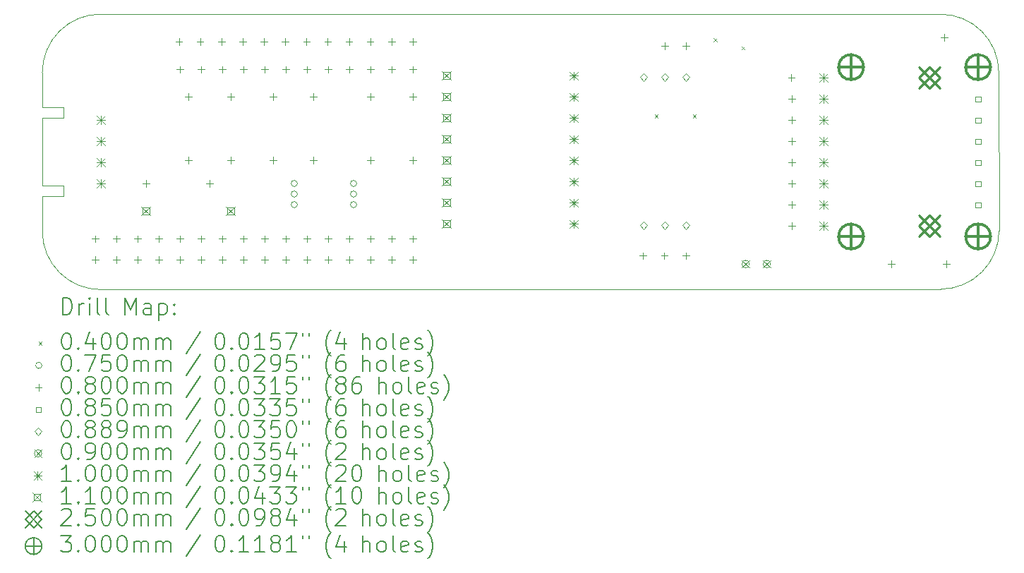
<source format=gbr>
%TF.GenerationSoftware,KiCad,Pcbnew,(7.0.0-0)*%
%TF.CreationDate,2023-06-13T14:54:43-07:00*%
%TF.ProjectId,ssrov-kicad-openctd,7373726f-762d-46b6-9963-61642d6f7065,rev?*%
%TF.SameCoordinates,Original*%
%TF.FileFunction,Drillmap*%
%TF.FilePolarity,Positive*%
%FSLAX45Y45*%
G04 Gerber Fmt 4.5, Leading zero omitted, Abs format (unit mm)*
G04 Created by KiCad (PCBNEW (7.0.0-0)) date 2023-06-13 14:54:43*
%MOMM*%
%LPD*%
G01*
G04 APERTURE LIST*
%ADD10C,0.100000*%
%ADD11C,0.200000*%
%ADD12C,0.040000*%
%ADD13C,0.075000*%
%ADD14C,0.080000*%
%ADD15C,0.085000*%
%ADD16C,0.088900*%
%ADD17C,0.090000*%
%ADD18C,0.110000*%
%ADD19C,0.250000*%
%ADD20C,0.300000*%
G04 APERTURE END LIST*
D10*
X20873498Y-8498126D02*
X20875800Y-10396400D01*
X9652000Y-9855200D02*
X9652000Y-9982200D01*
X20175965Y-11097249D02*
X10098325Y-11103000D01*
X9398000Y-9982200D02*
X9397925Y-10402875D01*
X9398000Y-8915400D02*
X9652000Y-8915400D01*
X9398000Y-9855200D02*
X9652000Y-9855200D01*
X9397925Y-10402875D02*
G75*
G03*
X10098325Y-11103000I700000J-125D01*
G01*
X20175965Y-11097251D02*
G75*
G03*
X20875800Y-10396400I-165J700001D01*
G01*
X9652000Y-8915400D02*
X9652000Y-9042400D01*
X9652000Y-9042400D02*
X9398000Y-9042400D01*
X10098000Y-7797800D02*
G75*
G03*
X9398000Y-8497800I0J-700000D01*
G01*
X10098000Y-7797800D02*
X20173608Y-7798975D01*
X9652000Y-9982200D02*
X9398000Y-9982200D01*
X9398000Y-9042400D02*
X9398000Y-9855200D01*
X20873495Y-8498126D02*
G75*
G03*
X20173608Y-7798975I-699995J-844D01*
G01*
X9398000Y-8915400D02*
X9398000Y-8497800D01*
D11*
D12*
X16744000Y-9000000D02*
X16784000Y-9040000D01*
X16784000Y-9000000D02*
X16744000Y-9040000D01*
X17201200Y-9000000D02*
X17241200Y-9040000D01*
X17241200Y-9000000D02*
X17201200Y-9040000D01*
X17452800Y-8088400D02*
X17492800Y-8128400D01*
X17492800Y-8088400D02*
X17452800Y-8128400D01*
X17785400Y-8184200D02*
X17825400Y-8224200D01*
X17825400Y-8184200D02*
X17785400Y-8224200D01*
D13*
X12458100Y-9829800D02*
G75*
G03*
X12458100Y-9829800I-37500J0D01*
G01*
X12458100Y-9956800D02*
G75*
G03*
X12458100Y-9956800I-37500J0D01*
G01*
X12458100Y-10083800D02*
G75*
G03*
X12458100Y-10083800I-37500J0D01*
G01*
X13169300Y-9829800D02*
G75*
G03*
X13169300Y-9829800I-37500J0D01*
G01*
X13169300Y-9956800D02*
G75*
G03*
X13169300Y-9956800I-37500J0D01*
G01*
X13169300Y-10083800D02*
G75*
G03*
X13169300Y-10083800I-37500J0D01*
G01*
D14*
X10033000Y-10704200D02*
X10033000Y-10784200D01*
X9993000Y-10744200D02*
X10073000Y-10744200D01*
X10034000Y-10453900D02*
X10034000Y-10533900D01*
X9994000Y-10493900D02*
X10074000Y-10493900D01*
X10287000Y-10704200D02*
X10287000Y-10784200D01*
X10247000Y-10744200D02*
X10327000Y-10744200D01*
X10288000Y-10453900D02*
X10288000Y-10533900D01*
X10248000Y-10493900D02*
X10328000Y-10493900D01*
X10541000Y-10704200D02*
X10541000Y-10784200D01*
X10501000Y-10744200D02*
X10581000Y-10744200D01*
X10542000Y-10453900D02*
X10542000Y-10533900D01*
X10502000Y-10493900D02*
X10582000Y-10493900D01*
X10642600Y-9789800D02*
X10642600Y-9869800D01*
X10602600Y-9829800D02*
X10682600Y-9829800D01*
X10795000Y-10704200D02*
X10795000Y-10784200D01*
X10755000Y-10744200D02*
X10835000Y-10744200D01*
X10796000Y-10453900D02*
X10796000Y-10533900D01*
X10756000Y-10493900D02*
X10836000Y-10493900D01*
X11037000Y-8088000D02*
X11037000Y-8168000D01*
X10997000Y-8128000D02*
X11077000Y-8128000D01*
X11049000Y-10704200D02*
X11049000Y-10784200D01*
X11009000Y-10744200D02*
X11089000Y-10744200D01*
X11050000Y-8421900D02*
X11050000Y-8501900D01*
X11010000Y-8461900D02*
X11090000Y-8461900D01*
X11050000Y-10453900D02*
X11050000Y-10533900D01*
X11010000Y-10493900D02*
X11090000Y-10493900D01*
X11150600Y-8748400D02*
X11150600Y-8828400D01*
X11110600Y-8788400D02*
X11190600Y-8788400D01*
X11150600Y-9510400D02*
X11150600Y-9590400D01*
X11110600Y-9550400D02*
X11190600Y-9550400D01*
X11292091Y-8088000D02*
X11292091Y-8168000D01*
X11252091Y-8128000D02*
X11332091Y-8128000D01*
X11303000Y-10704200D02*
X11303000Y-10784200D01*
X11263000Y-10744200D02*
X11343000Y-10744200D01*
X11304000Y-8421900D02*
X11304000Y-8501900D01*
X11264000Y-8461900D02*
X11344000Y-8461900D01*
X11304000Y-10453900D02*
X11304000Y-10533900D01*
X11264000Y-10493900D02*
X11344000Y-10493900D01*
X11404600Y-9789800D02*
X11404600Y-9869800D01*
X11364600Y-9829800D02*
X11444600Y-9829800D01*
X11547182Y-8088000D02*
X11547182Y-8168000D01*
X11507182Y-8128000D02*
X11587182Y-8128000D01*
X11557000Y-10704200D02*
X11557000Y-10784200D01*
X11517000Y-10744200D02*
X11597000Y-10744200D01*
X11558000Y-8421900D02*
X11558000Y-8501900D01*
X11518000Y-8461900D02*
X11598000Y-8461900D01*
X11558000Y-10453900D02*
X11558000Y-10533900D01*
X11518000Y-10493900D02*
X11598000Y-10493900D01*
X11658600Y-8748400D02*
X11658600Y-8828400D01*
X11618600Y-8788400D02*
X11698600Y-8788400D01*
X11658600Y-9510400D02*
X11658600Y-9590400D01*
X11618600Y-9550400D02*
X11698600Y-9550400D01*
X11802273Y-8088000D02*
X11802273Y-8168000D01*
X11762273Y-8128000D02*
X11842273Y-8128000D01*
X11811000Y-10704200D02*
X11811000Y-10784200D01*
X11771000Y-10744200D02*
X11851000Y-10744200D01*
X11812000Y-8421900D02*
X11812000Y-8501900D01*
X11772000Y-8461900D02*
X11852000Y-8461900D01*
X11812000Y-10453900D02*
X11812000Y-10533900D01*
X11772000Y-10493900D02*
X11852000Y-10493900D01*
X12057364Y-8088000D02*
X12057364Y-8168000D01*
X12017364Y-8128000D02*
X12097364Y-8128000D01*
X12065000Y-10704200D02*
X12065000Y-10784200D01*
X12025000Y-10744200D02*
X12105000Y-10744200D01*
X12066000Y-8421900D02*
X12066000Y-8501900D01*
X12026000Y-8461900D02*
X12106000Y-8461900D01*
X12066000Y-10453900D02*
X12066000Y-10533900D01*
X12026000Y-10493900D02*
X12106000Y-10493900D01*
X12166600Y-8748400D02*
X12166600Y-8828400D01*
X12126600Y-8788400D02*
X12206600Y-8788400D01*
X12166600Y-9510400D02*
X12166600Y-9590400D01*
X12126600Y-9550400D02*
X12206600Y-9550400D01*
X12312454Y-8088000D02*
X12312454Y-8168000D01*
X12272454Y-8128000D02*
X12352454Y-8128000D01*
X12319000Y-10704200D02*
X12319000Y-10784200D01*
X12279000Y-10744200D02*
X12359000Y-10744200D01*
X12320000Y-8421900D02*
X12320000Y-8501900D01*
X12280000Y-8461900D02*
X12360000Y-8461900D01*
X12320000Y-10453900D02*
X12320000Y-10533900D01*
X12280000Y-10493900D02*
X12360000Y-10493900D01*
X12567545Y-8088000D02*
X12567545Y-8168000D01*
X12527545Y-8128000D02*
X12607545Y-8128000D01*
X12573000Y-10704200D02*
X12573000Y-10784200D01*
X12533000Y-10744200D02*
X12613000Y-10744200D01*
X12574000Y-8421900D02*
X12574000Y-8501900D01*
X12534000Y-8461900D02*
X12614000Y-8461900D01*
X12574000Y-10453900D02*
X12574000Y-10533900D01*
X12534000Y-10493900D02*
X12614000Y-10493900D01*
X12649200Y-8748400D02*
X12649200Y-8828400D01*
X12609200Y-8788400D02*
X12689200Y-8788400D01*
X12649200Y-9510400D02*
X12649200Y-9590400D01*
X12609200Y-9550400D02*
X12689200Y-9550400D01*
X12822636Y-8088000D02*
X12822636Y-8168000D01*
X12782636Y-8128000D02*
X12862636Y-8128000D01*
X12827000Y-10704200D02*
X12827000Y-10784200D01*
X12787000Y-10744200D02*
X12867000Y-10744200D01*
X12828000Y-8421900D02*
X12828000Y-8501900D01*
X12788000Y-8461900D02*
X12868000Y-8461900D01*
X12828000Y-10453900D02*
X12828000Y-10533900D01*
X12788000Y-10493900D02*
X12868000Y-10493900D01*
X13077727Y-8088000D02*
X13077727Y-8168000D01*
X13037727Y-8128000D02*
X13117727Y-8128000D01*
X13081000Y-10704200D02*
X13081000Y-10784200D01*
X13041000Y-10744200D02*
X13121000Y-10744200D01*
X13082000Y-8421900D02*
X13082000Y-8501900D01*
X13042000Y-8461900D02*
X13122000Y-8461900D01*
X13082000Y-10453900D02*
X13082000Y-10533900D01*
X13042000Y-10493900D02*
X13122000Y-10493900D01*
X13332818Y-8088000D02*
X13332818Y-8168000D01*
X13292818Y-8128000D02*
X13372818Y-8128000D01*
X13335000Y-8748400D02*
X13335000Y-8828400D01*
X13295000Y-8788400D02*
X13375000Y-8788400D01*
X13335000Y-9510400D02*
X13335000Y-9590400D01*
X13295000Y-9550400D02*
X13375000Y-9550400D01*
X13335000Y-10704200D02*
X13335000Y-10784200D01*
X13295000Y-10744200D02*
X13375000Y-10744200D01*
X13336000Y-8421900D02*
X13336000Y-8501900D01*
X13296000Y-8461900D02*
X13376000Y-8461900D01*
X13336000Y-10453900D02*
X13336000Y-10533900D01*
X13296000Y-10493900D02*
X13376000Y-10493900D01*
X13587909Y-8088000D02*
X13587909Y-8168000D01*
X13547909Y-8128000D02*
X13627909Y-8128000D01*
X13589000Y-10704200D02*
X13589000Y-10784200D01*
X13549000Y-10744200D02*
X13629000Y-10744200D01*
X13590000Y-8421900D02*
X13590000Y-8501900D01*
X13550000Y-8461900D02*
X13630000Y-8461900D01*
X13590000Y-10453900D02*
X13590000Y-10533900D01*
X13550000Y-10493900D02*
X13630000Y-10493900D01*
X13843000Y-8088000D02*
X13843000Y-8168000D01*
X13803000Y-8128000D02*
X13883000Y-8128000D01*
X13843000Y-8748400D02*
X13843000Y-8828400D01*
X13803000Y-8788400D02*
X13883000Y-8788400D01*
X13843000Y-9510400D02*
X13843000Y-9590400D01*
X13803000Y-9550400D02*
X13883000Y-9550400D01*
X13843000Y-10704200D02*
X13843000Y-10784200D01*
X13803000Y-10744200D02*
X13883000Y-10744200D01*
X13844000Y-8421900D02*
X13844000Y-8501900D01*
X13804000Y-8461900D02*
X13884000Y-8461900D01*
X13844000Y-10453900D02*
X13844000Y-10533900D01*
X13804000Y-10493900D02*
X13884000Y-10493900D01*
X16604200Y-10655500D02*
X16604200Y-10735500D01*
X16564200Y-10695500D02*
X16644200Y-10695500D01*
X16860800Y-10657400D02*
X16860800Y-10737400D01*
X16820800Y-10697400D02*
X16900800Y-10697400D01*
X16865600Y-8138800D02*
X16865600Y-8218800D01*
X16825600Y-8178800D02*
X16905600Y-8178800D01*
X17119600Y-8138800D02*
X17119600Y-8218800D01*
X17079600Y-8178800D02*
X17159600Y-8178800D01*
X17119600Y-10655500D02*
X17119600Y-10735500D01*
X17079600Y-10695500D02*
X17159600Y-10695500D01*
X18384800Y-8519400D02*
X18384800Y-8599400D01*
X18344800Y-8559400D02*
X18424800Y-8559400D01*
X18389600Y-8773400D02*
X18389600Y-8853400D01*
X18349600Y-8813400D02*
X18429600Y-8813400D01*
X18389600Y-9027400D02*
X18389600Y-9107400D01*
X18349600Y-9067400D02*
X18429600Y-9067400D01*
X18389600Y-9281400D02*
X18389600Y-9361400D01*
X18349600Y-9321400D02*
X18429600Y-9321400D01*
X18389600Y-9535400D02*
X18389600Y-9615400D01*
X18349600Y-9575400D02*
X18429600Y-9575400D01*
X18389600Y-9789400D02*
X18389600Y-9869400D01*
X18349600Y-9829400D02*
X18429600Y-9829400D01*
X18389600Y-10043400D02*
X18389600Y-10123400D01*
X18349600Y-10083400D02*
X18429600Y-10083400D01*
X18389600Y-10297400D02*
X18389600Y-10377400D01*
X18349600Y-10337400D02*
X18429600Y-10337400D01*
X19583400Y-10755000D02*
X19583400Y-10835000D01*
X19543400Y-10795000D02*
X19623400Y-10795000D01*
X20218400Y-8037200D02*
X20218400Y-8117200D01*
X20178400Y-8077200D02*
X20258400Y-8077200D01*
X20243800Y-10755000D02*
X20243800Y-10835000D01*
X20203800Y-10795000D02*
X20283800Y-10795000D01*
D15*
X20654852Y-8845452D02*
X20654852Y-8785348D01*
X20594748Y-8785348D01*
X20594748Y-8845452D01*
X20654852Y-8845452D01*
X20654852Y-9099452D02*
X20654852Y-9039348D01*
X20594748Y-9039348D01*
X20594748Y-9099452D01*
X20654852Y-9099452D01*
X20654852Y-9353452D02*
X20654852Y-9293348D01*
X20594748Y-9293348D01*
X20594748Y-9353452D01*
X20654852Y-9353452D01*
X20654852Y-9607452D02*
X20654852Y-9547348D01*
X20594748Y-9547348D01*
X20594748Y-9607452D01*
X20654852Y-9607452D01*
X20654852Y-9861452D02*
X20654852Y-9801348D01*
X20594748Y-9801348D01*
X20594748Y-9861452D01*
X20654852Y-9861452D01*
X20654852Y-10115452D02*
X20654852Y-10055348D01*
X20594748Y-10055348D01*
X20594748Y-10115452D01*
X20654852Y-10115452D01*
D16*
X16609900Y-8598450D02*
X16654350Y-8554000D01*
X16609900Y-8509550D01*
X16565450Y-8554000D01*
X16609900Y-8598450D01*
X16609900Y-10376450D02*
X16654350Y-10332000D01*
X16609900Y-10287550D01*
X16565450Y-10332000D01*
X16609900Y-10376450D01*
X16863900Y-8598450D02*
X16908350Y-8554000D01*
X16863900Y-8509550D01*
X16819450Y-8554000D01*
X16863900Y-8598450D01*
X16863900Y-10376450D02*
X16908350Y-10332000D01*
X16863900Y-10287550D01*
X16819450Y-10332000D01*
X16863900Y-10376450D01*
X17117900Y-8598450D02*
X17162350Y-8554000D01*
X17117900Y-8509550D01*
X17073450Y-8554000D01*
X17117900Y-8598450D01*
X17117900Y-10376450D02*
X17162350Y-10332000D01*
X17117900Y-10287550D01*
X17073450Y-10332000D01*
X17117900Y-10376450D01*
D17*
X17791800Y-10751400D02*
X17881800Y-10841400D01*
X17881800Y-10751400D02*
X17791800Y-10841400D01*
X17881800Y-10796400D02*
G75*
G03*
X17881800Y-10796400I-45000J0D01*
G01*
X18045800Y-10751400D02*
X18135800Y-10841400D01*
X18135800Y-10751400D02*
X18045800Y-10841400D01*
X18135800Y-10796400D02*
G75*
G03*
X18135800Y-10796400I-45000J0D01*
G01*
D10*
X10051600Y-9019000D02*
X10151600Y-9119000D01*
X10151600Y-9019000D02*
X10051600Y-9119000D01*
X10101600Y-9019000D02*
X10101600Y-9119000D01*
X10051600Y-9069000D02*
X10151600Y-9069000D01*
X10051600Y-9273000D02*
X10151600Y-9373000D01*
X10151600Y-9273000D02*
X10051600Y-9373000D01*
X10101600Y-9273000D02*
X10101600Y-9373000D01*
X10051600Y-9323000D02*
X10151600Y-9323000D01*
X10051600Y-9527000D02*
X10151600Y-9627000D01*
X10151600Y-9527000D02*
X10051600Y-9627000D01*
X10101600Y-9527000D02*
X10101600Y-9627000D01*
X10051600Y-9577000D02*
X10151600Y-9577000D01*
X10051600Y-9781000D02*
X10151600Y-9881000D01*
X10151600Y-9781000D02*
X10051600Y-9881000D01*
X10101600Y-9781000D02*
X10101600Y-9881000D01*
X10051600Y-9831000D02*
X10151600Y-9831000D01*
X15723400Y-8488400D02*
X15823400Y-8588400D01*
X15823400Y-8488400D02*
X15723400Y-8588400D01*
X15773400Y-8488400D02*
X15773400Y-8588400D01*
X15723400Y-8538400D02*
X15823400Y-8538400D01*
X15723400Y-8742400D02*
X15823400Y-8842400D01*
X15823400Y-8742400D02*
X15723400Y-8842400D01*
X15773400Y-8742400D02*
X15773400Y-8842400D01*
X15723400Y-8792400D02*
X15823400Y-8792400D01*
X15723400Y-8996400D02*
X15823400Y-9096400D01*
X15823400Y-8996400D02*
X15723400Y-9096400D01*
X15773400Y-8996400D02*
X15773400Y-9096400D01*
X15723400Y-9046400D02*
X15823400Y-9046400D01*
X15723400Y-9250400D02*
X15823400Y-9350400D01*
X15823400Y-9250400D02*
X15723400Y-9350400D01*
X15773400Y-9250400D02*
X15773400Y-9350400D01*
X15723400Y-9300400D02*
X15823400Y-9300400D01*
X15723400Y-9504400D02*
X15823400Y-9604400D01*
X15823400Y-9504400D02*
X15723400Y-9604400D01*
X15773400Y-9504400D02*
X15773400Y-9604400D01*
X15723400Y-9554400D02*
X15823400Y-9554400D01*
X15723400Y-9758400D02*
X15823400Y-9858400D01*
X15823400Y-9758400D02*
X15723400Y-9858400D01*
X15773400Y-9758400D02*
X15773400Y-9858400D01*
X15723400Y-9808400D02*
X15823400Y-9808400D01*
X15723400Y-10012400D02*
X15823400Y-10112400D01*
X15823400Y-10012400D02*
X15723400Y-10112400D01*
X15773400Y-10012400D02*
X15773400Y-10112400D01*
X15723400Y-10062400D02*
X15823400Y-10062400D01*
X15723400Y-10266400D02*
X15823400Y-10366400D01*
X15823400Y-10266400D02*
X15723400Y-10366400D01*
X15773400Y-10266400D02*
X15773400Y-10366400D01*
X15723400Y-10316400D02*
X15823400Y-10316400D01*
X18720600Y-8509400D02*
X18820600Y-8609400D01*
X18820600Y-8509400D02*
X18720600Y-8609400D01*
X18770600Y-8509400D02*
X18770600Y-8609400D01*
X18720600Y-8559400D02*
X18820600Y-8559400D01*
X18720600Y-8763400D02*
X18820600Y-8863400D01*
X18820600Y-8763400D02*
X18720600Y-8863400D01*
X18770600Y-8763400D02*
X18770600Y-8863400D01*
X18720600Y-8813400D02*
X18820600Y-8813400D01*
X18720600Y-9017400D02*
X18820600Y-9117400D01*
X18820600Y-9017400D02*
X18720600Y-9117400D01*
X18770600Y-9017400D02*
X18770600Y-9117400D01*
X18720600Y-9067400D02*
X18820600Y-9067400D01*
X18720600Y-9271400D02*
X18820600Y-9371400D01*
X18820600Y-9271400D02*
X18720600Y-9371400D01*
X18770600Y-9271400D02*
X18770600Y-9371400D01*
X18720600Y-9321400D02*
X18820600Y-9321400D01*
X18720600Y-9525400D02*
X18820600Y-9625400D01*
X18820600Y-9525400D02*
X18720600Y-9625400D01*
X18770600Y-9525400D02*
X18770600Y-9625400D01*
X18720600Y-9575400D02*
X18820600Y-9575400D01*
X18720600Y-9779400D02*
X18820600Y-9879400D01*
X18820600Y-9779400D02*
X18720600Y-9879400D01*
X18770600Y-9779400D02*
X18770600Y-9879400D01*
X18720600Y-9829400D02*
X18820600Y-9829400D01*
X18720600Y-10033400D02*
X18820600Y-10133400D01*
X18820600Y-10033400D02*
X18720600Y-10133400D01*
X18770600Y-10033400D02*
X18770600Y-10133400D01*
X18720600Y-10083400D02*
X18820600Y-10083400D01*
X18720600Y-10287400D02*
X18820600Y-10387400D01*
X18820600Y-10287400D02*
X18720600Y-10387400D01*
X18770600Y-10287400D02*
X18770600Y-10387400D01*
X18720600Y-10337400D02*
X18820600Y-10337400D01*
D18*
X10587600Y-10105000D02*
X10697600Y-10215000D01*
X10697600Y-10105000D02*
X10587600Y-10215000D01*
X10681491Y-10198891D02*
X10681491Y-10121109D01*
X10603709Y-10121109D01*
X10603709Y-10198891D01*
X10681491Y-10198891D01*
X11603600Y-10105000D02*
X11713600Y-10215000D01*
X11713600Y-10105000D02*
X11603600Y-10215000D01*
X11697491Y-10198891D02*
X11697491Y-10121109D01*
X11619709Y-10121109D01*
X11619709Y-10198891D01*
X11697491Y-10198891D01*
X14194400Y-8479400D02*
X14304400Y-8589400D01*
X14304400Y-8479400D02*
X14194400Y-8589400D01*
X14288291Y-8573291D02*
X14288291Y-8495509D01*
X14210509Y-8495509D01*
X14210509Y-8573291D01*
X14288291Y-8573291D01*
X14194400Y-8733400D02*
X14304400Y-8843400D01*
X14304400Y-8733400D02*
X14194400Y-8843400D01*
X14288291Y-8827291D02*
X14288291Y-8749509D01*
X14210509Y-8749509D01*
X14210509Y-8827291D01*
X14288291Y-8827291D01*
X14194400Y-8987400D02*
X14304400Y-9097400D01*
X14304400Y-8987400D02*
X14194400Y-9097400D01*
X14288291Y-9081291D02*
X14288291Y-9003509D01*
X14210509Y-9003509D01*
X14210509Y-9081291D01*
X14288291Y-9081291D01*
X14194400Y-9241400D02*
X14304400Y-9351400D01*
X14304400Y-9241400D02*
X14194400Y-9351400D01*
X14288291Y-9335291D02*
X14288291Y-9257509D01*
X14210509Y-9257509D01*
X14210509Y-9335291D01*
X14288291Y-9335291D01*
X14194400Y-9495400D02*
X14304400Y-9605400D01*
X14304400Y-9495400D02*
X14194400Y-9605400D01*
X14288291Y-9589291D02*
X14288291Y-9511509D01*
X14210509Y-9511509D01*
X14210509Y-9589291D01*
X14288291Y-9589291D01*
X14194400Y-9749400D02*
X14304400Y-9859400D01*
X14304400Y-9749400D02*
X14194400Y-9859400D01*
X14288291Y-9843291D02*
X14288291Y-9765509D01*
X14210509Y-9765509D01*
X14210509Y-9843291D01*
X14288291Y-9843291D01*
X14194400Y-10003400D02*
X14304400Y-10113400D01*
X14304400Y-10003400D02*
X14194400Y-10113400D01*
X14288291Y-10097291D02*
X14288291Y-10019509D01*
X14210509Y-10019509D01*
X14210509Y-10097291D01*
X14288291Y-10097291D01*
X14194400Y-10257400D02*
X14304400Y-10367400D01*
X14304400Y-10257400D02*
X14194400Y-10367400D01*
X14288291Y-10351291D02*
X14288291Y-10273509D01*
X14210509Y-10273509D01*
X14210509Y-10351291D01*
X14288291Y-10351291D01*
D19*
X19915600Y-8434400D02*
X20165600Y-8684400D01*
X20165600Y-8434400D02*
X19915600Y-8684400D01*
X20040600Y-8684400D02*
X20165600Y-8559400D01*
X20040600Y-8434400D01*
X19915600Y-8559400D01*
X20040600Y-8684400D01*
X19915600Y-10212400D02*
X20165600Y-10462400D01*
X20165600Y-10212400D02*
X19915600Y-10462400D01*
X20040600Y-10462400D02*
X20165600Y-10337400D01*
X20040600Y-10212400D01*
X19915600Y-10337400D01*
X20040600Y-10462400D01*
D20*
X19100800Y-8284400D02*
X19100800Y-8584400D01*
X18950800Y-8434400D02*
X19250800Y-8434400D01*
X19250800Y-8434400D02*
G75*
G03*
X19250800Y-8434400I-150000J0D01*
G01*
X19100800Y-10316400D02*
X19100800Y-10616400D01*
X18950800Y-10466400D02*
X19250800Y-10466400D01*
X19250800Y-10466400D02*
G75*
G03*
X19250800Y-10466400I-150000J0D01*
G01*
X20624800Y-8284400D02*
X20624800Y-8584400D01*
X20474800Y-8434400D02*
X20774800Y-8434400D01*
X20774800Y-8434400D02*
G75*
G03*
X20774800Y-8434400I-150000J0D01*
G01*
X20625800Y-10315400D02*
X20625800Y-10615400D01*
X20475800Y-10465400D02*
X20775800Y-10465400D01*
X20775800Y-10465400D02*
G75*
G03*
X20775800Y-10465400I-150000J0D01*
G01*
D11*
X9640544Y-11401476D02*
X9640544Y-11201476D01*
X9640544Y-11201476D02*
X9688163Y-11201476D01*
X9688163Y-11201476D02*
X9716734Y-11211000D01*
X9716734Y-11211000D02*
X9735782Y-11230048D01*
X9735782Y-11230048D02*
X9745306Y-11249095D01*
X9745306Y-11249095D02*
X9754830Y-11287191D01*
X9754830Y-11287191D02*
X9754830Y-11315762D01*
X9754830Y-11315762D02*
X9745306Y-11353857D01*
X9745306Y-11353857D02*
X9735782Y-11372905D01*
X9735782Y-11372905D02*
X9716734Y-11391952D01*
X9716734Y-11391952D02*
X9688163Y-11401476D01*
X9688163Y-11401476D02*
X9640544Y-11401476D01*
X9840544Y-11401476D02*
X9840544Y-11268143D01*
X9840544Y-11306238D02*
X9850068Y-11287191D01*
X9850068Y-11287191D02*
X9859591Y-11277667D01*
X9859591Y-11277667D02*
X9878639Y-11268143D01*
X9878639Y-11268143D02*
X9897687Y-11268143D01*
X9964353Y-11401476D02*
X9964353Y-11268143D01*
X9964353Y-11201476D02*
X9954830Y-11211000D01*
X9954830Y-11211000D02*
X9964353Y-11220524D01*
X9964353Y-11220524D02*
X9973877Y-11211000D01*
X9973877Y-11211000D02*
X9964353Y-11201476D01*
X9964353Y-11201476D02*
X9964353Y-11220524D01*
X10088163Y-11401476D02*
X10069115Y-11391952D01*
X10069115Y-11391952D02*
X10059591Y-11372905D01*
X10059591Y-11372905D02*
X10059591Y-11201476D01*
X10192925Y-11401476D02*
X10173877Y-11391952D01*
X10173877Y-11391952D02*
X10164353Y-11372905D01*
X10164353Y-11372905D02*
X10164353Y-11201476D01*
X10389115Y-11401476D02*
X10389115Y-11201476D01*
X10389115Y-11201476D02*
X10455782Y-11344333D01*
X10455782Y-11344333D02*
X10522449Y-11201476D01*
X10522449Y-11201476D02*
X10522449Y-11401476D01*
X10703401Y-11401476D02*
X10703401Y-11296714D01*
X10703401Y-11296714D02*
X10693877Y-11277667D01*
X10693877Y-11277667D02*
X10674830Y-11268143D01*
X10674830Y-11268143D02*
X10636734Y-11268143D01*
X10636734Y-11268143D02*
X10617687Y-11277667D01*
X10703401Y-11391952D02*
X10684353Y-11401476D01*
X10684353Y-11401476D02*
X10636734Y-11401476D01*
X10636734Y-11401476D02*
X10617687Y-11391952D01*
X10617687Y-11391952D02*
X10608163Y-11372905D01*
X10608163Y-11372905D02*
X10608163Y-11353857D01*
X10608163Y-11353857D02*
X10617687Y-11334810D01*
X10617687Y-11334810D02*
X10636734Y-11325286D01*
X10636734Y-11325286D02*
X10684353Y-11325286D01*
X10684353Y-11325286D02*
X10703401Y-11315762D01*
X10798639Y-11268143D02*
X10798639Y-11468143D01*
X10798639Y-11277667D02*
X10817687Y-11268143D01*
X10817687Y-11268143D02*
X10855782Y-11268143D01*
X10855782Y-11268143D02*
X10874830Y-11277667D01*
X10874830Y-11277667D02*
X10884353Y-11287191D01*
X10884353Y-11287191D02*
X10893877Y-11306238D01*
X10893877Y-11306238D02*
X10893877Y-11363381D01*
X10893877Y-11363381D02*
X10884353Y-11382429D01*
X10884353Y-11382429D02*
X10874830Y-11391952D01*
X10874830Y-11391952D02*
X10855782Y-11401476D01*
X10855782Y-11401476D02*
X10817687Y-11401476D01*
X10817687Y-11401476D02*
X10798639Y-11391952D01*
X10979591Y-11382429D02*
X10989115Y-11391952D01*
X10989115Y-11391952D02*
X10979591Y-11401476D01*
X10979591Y-11401476D02*
X10970068Y-11391952D01*
X10970068Y-11391952D02*
X10979591Y-11382429D01*
X10979591Y-11382429D02*
X10979591Y-11401476D01*
X10979591Y-11277667D02*
X10989115Y-11287191D01*
X10989115Y-11287191D02*
X10979591Y-11296714D01*
X10979591Y-11296714D02*
X10970068Y-11287191D01*
X10970068Y-11287191D02*
X10979591Y-11277667D01*
X10979591Y-11277667D02*
X10979591Y-11296714D01*
D12*
X9352925Y-11728000D02*
X9392925Y-11768000D01*
X9392925Y-11728000D02*
X9352925Y-11768000D01*
D11*
X9678639Y-11621476D02*
X9697687Y-11621476D01*
X9697687Y-11621476D02*
X9716734Y-11631000D01*
X9716734Y-11631000D02*
X9726258Y-11640524D01*
X9726258Y-11640524D02*
X9735782Y-11659572D01*
X9735782Y-11659572D02*
X9745306Y-11697667D01*
X9745306Y-11697667D02*
X9745306Y-11745286D01*
X9745306Y-11745286D02*
X9735782Y-11783381D01*
X9735782Y-11783381D02*
X9726258Y-11802429D01*
X9726258Y-11802429D02*
X9716734Y-11811952D01*
X9716734Y-11811952D02*
X9697687Y-11821476D01*
X9697687Y-11821476D02*
X9678639Y-11821476D01*
X9678639Y-11821476D02*
X9659591Y-11811952D01*
X9659591Y-11811952D02*
X9650068Y-11802429D01*
X9650068Y-11802429D02*
X9640544Y-11783381D01*
X9640544Y-11783381D02*
X9631020Y-11745286D01*
X9631020Y-11745286D02*
X9631020Y-11697667D01*
X9631020Y-11697667D02*
X9640544Y-11659572D01*
X9640544Y-11659572D02*
X9650068Y-11640524D01*
X9650068Y-11640524D02*
X9659591Y-11631000D01*
X9659591Y-11631000D02*
X9678639Y-11621476D01*
X9831020Y-11802429D02*
X9840544Y-11811952D01*
X9840544Y-11811952D02*
X9831020Y-11821476D01*
X9831020Y-11821476D02*
X9821496Y-11811952D01*
X9821496Y-11811952D02*
X9831020Y-11802429D01*
X9831020Y-11802429D02*
X9831020Y-11821476D01*
X10011972Y-11688143D02*
X10011972Y-11821476D01*
X9964353Y-11611952D02*
X9916734Y-11754810D01*
X9916734Y-11754810D02*
X10040544Y-11754810D01*
X10154830Y-11621476D02*
X10173877Y-11621476D01*
X10173877Y-11621476D02*
X10192925Y-11631000D01*
X10192925Y-11631000D02*
X10202449Y-11640524D01*
X10202449Y-11640524D02*
X10211972Y-11659572D01*
X10211972Y-11659572D02*
X10221496Y-11697667D01*
X10221496Y-11697667D02*
X10221496Y-11745286D01*
X10221496Y-11745286D02*
X10211972Y-11783381D01*
X10211972Y-11783381D02*
X10202449Y-11802429D01*
X10202449Y-11802429D02*
X10192925Y-11811952D01*
X10192925Y-11811952D02*
X10173877Y-11821476D01*
X10173877Y-11821476D02*
X10154830Y-11821476D01*
X10154830Y-11821476D02*
X10135782Y-11811952D01*
X10135782Y-11811952D02*
X10126258Y-11802429D01*
X10126258Y-11802429D02*
X10116734Y-11783381D01*
X10116734Y-11783381D02*
X10107211Y-11745286D01*
X10107211Y-11745286D02*
X10107211Y-11697667D01*
X10107211Y-11697667D02*
X10116734Y-11659572D01*
X10116734Y-11659572D02*
X10126258Y-11640524D01*
X10126258Y-11640524D02*
X10135782Y-11631000D01*
X10135782Y-11631000D02*
X10154830Y-11621476D01*
X10345306Y-11621476D02*
X10364353Y-11621476D01*
X10364353Y-11621476D02*
X10383401Y-11631000D01*
X10383401Y-11631000D02*
X10392925Y-11640524D01*
X10392925Y-11640524D02*
X10402449Y-11659572D01*
X10402449Y-11659572D02*
X10411972Y-11697667D01*
X10411972Y-11697667D02*
X10411972Y-11745286D01*
X10411972Y-11745286D02*
X10402449Y-11783381D01*
X10402449Y-11783381D02*
X10392925Y-11802429D01*
X10392925Y-11802429D02*
X10383401Y-11811952D01*
X10383401Y-11811952D02*
X10364353Y-11821476D01*
X10364353Y-11821476D02*
X10345306Y-11821476D01*
X10345306Y-11821476D02*
X10326258Y-11811952D01*
X10326258Y-11811952D02*
X10316734Y-11802429D01*
X10316734Y-11802429D02*
X10307211Y-11783381D01*
X10307211Y-11783381D02*
X10297687Y-11745286D01*
X10297687Y-11745286D02*
X10297687Y-11697667D01*
X10297687Y-11697667D02*
X10307211Y-11659572D01*
X10307211Y-11659572D02*
X10316734Y-11640524D01*
X10316734Y-11640524D02*
X10326258Y-11631000D01*
X10326258Y-11631000D02*
X10345306Y-11621476D01*
X10497687Y-11821476D02*
X10497687Y-11688143D01*
X10497687Y-11707191D02*
X10507211Y-11697667D01*
X10507211Y-11697667D02*
X10526258Y-11688143D01*
X10526258Y-11688143D02*
X10554830Y-11688143D01*
X10554830Y-11688143D02*
X10573877Y-11697667D01*
X10573877Y-11697667D02*
X10583401Y-11716714D01*
X10583401Y-11716714D02*
X10583401Y-11821476D01*
X10583401Y-11716714D02*
X10592925Y-11697667D01*
X10592925Y-11697667D02*
X10611972Y-11688143D01*
X10611972Y-11688143D02*
X10640544Y-11688143D01*
X10640544Y-11688143D02*
X10659592Y-11697667D01*
X10659592Y-11697667D02*
X10669115Y-11716714D01*
X10669115Y-11716714D02*
X10669115Y-11821476D01*
X10764353Y-11821476D02*
X10764353Y-11688143D01*
X10764353Y-11707191D02*
X10773877Y-11697667D01*
X10773877Y-11697667D02*
X10792925Y-11688143D01*
X10792925Y-11688143D02*
X10821496Y-11688143D01*
X10821496Y-11688143D02*
X10840544Y-11697667D01*
X10840544Y-11697667D02*
X10850068Y-11716714D01*
X10850068Y-11716714D02*
X10850068Y-11821476D01*
X10850068Y-11716714D02*
X10859592Y-11697667D01*
X10859592Y-11697667D02*
X10878639Y-11688143D01*
X10878639Y-11688143D02*
X10907211Y-11688143D01*
X10907211Y-11688143D02*
X10926258Y-11697667D01*
X10926258Y-11697667D02*
X10935782Y-11716714D01*
X10935782Y-11716714D02*
X10935782Y-11821476D01*
X11293877Y-11611952D02*
X11122449Y-11869095D01*
X11518639Y-11621476D02*
X11537687Y-11621476D01*
X11537687Y-11621476D02*
X11556734Y-11631000D01*
X11556734Y-11631000D02*
X11566258Y-11640524D01*
X11566258Y-11640524D02*
X11575782Y-11659572D01*
X11575782Y-11659572D02*
X11585306Y-11697667D01*
X11585306Y-11697667D02*
X11585306Y-11745286D01*
X11585306Y-11745286D02*
X11575782Y-11783381D01*
X11575782Y-11783381D02*
X11566258Y-11802429D01*
X11566258Y-11802429D02*
X11556734Y-11811952D01*
X11556734Y-11811952D02*
X11537687Y-11821476D01*
X11537687Y-11821476D02*
X11518639Y-11821476D01*
X11518639Y-11821476D02*
X11499591Y-11811952D01*
X11499591Y-11811952D02*
X11490068Y-11802429D01*
X11490068Y-11802429D02*
X11480544Y-11783381D01*
X11480544Y-11783381D02*
X11471020Y-11745286D01*
X11471020Y-11745286D02*
X11471020Y-11697667D01*
X11471020Y-11697667D02*
X11480544Y-11659572D01*
X11480544Y-11659572D02*
X11490068Y-11640524D01*
X11490068Y-11640524D02*
X11499591Y-11631000D01*
X11499591Y-11631000D02*
X11518639Y-11621476D01*
X11671020Y-11802429D02*
X11680544Y-11811952D01*
X11680544Y-11811952D02*
X11671020Y-11821476D01*
X11671020Y-11821476D02*
X11661496Y-11811952D01*
X11661496Y-11811952D02*
X11671020Y-11802429D01*
X11671020Y-11802429D02*
X11671020Y-11821476D01*
X11804353Y-11621476D02*
X11823401Y-11621476D01*
X11823401Y-11621476D02*
X11842449Y-11631000D01*
X11842449Y-11631000D02*
X11851972Y-11640524D01*
X11851972Y-11640524D02*
X11861496Y-11659572D01*
X11861496Y-11659572D02*
X11871020Y-11697667D01*
X11871020Y-11697667D02*
X11871020Y-11745286D01*
X11871020Y-11745286D02*
X11861496Y-11783381D01*
X11861496Y-11783381D02*
X11851972Y-11802429D01*
X11851972Y-11802429D02*
X11842449Y-11811952D01*
X11842449Y-11811952D02*
X11823401Y-11821476D01*
X11823401Y-11821476D02*
X11804353Y-11821476D01*
X11804353Y-11821476D02*
X11785306Y-11811952D01*
X11785306Y-11811952D02*
X11775782Y-11802429D01*
X11775782Y-11802429D02*
X11766258Y-11783381D01*
X11766258Y-11783381D02*
X11756734Y-11745286D01*
X11756734Y-11745286D02*
X11756734Y-11697667D01*
X11756734Y-11697667D02*
X11766258Y-11659572D01*
X11766258Y-11659572D02*
X11775782Y-11640524D01*
X11775782Y-11640524D02*
X11785306Y-11631000D01*
X11785306Y-11631000D02*
X11804353Y-11621476D01*
X12061496Y-11821476D02*
X11947211Y-11821476D01*
X12004353Y-11821476D02*
X12004353Y-11621476D01*
X12004353Y-11621476D02*
X11985306Y-11650048D01*
X11985306Y-11650048D02*
X11966258Y-11669095D01*
X11966258Y-11669095D02*
X11947211Y-11678619D01*
X12242449Y-11621476D02*
X12147211Y-11621476D01*
X12147211Y-11621476D02*
X12137687Y-11716714D01*
X12137687Y-11716714D02*
X12147211Y-11707191D01*
X12147211Y-11707191D02*
X12166258Y-11697667D01*
X12166258Y-11697667D02*
X12213877Y-11697667D01*
X12213877Y-11697667D02*
X12232925Y-11707191D01*
X12232925Y-11707191D02*
X12242449Y-11716714D01*
X12242449Y-11716714D02*
X12251972Y-11735762D01*
X12251972Y-11735762D02*
X12251972Y-11783381D01*
X12251972Y-11783381D02*
X12242449Y-11802429D01*
X12242449Y-11802429D02*
X12232925Y-11811952D01*
X12232925Y-11811952D02*
X12213877Y-11821476D01*
X12213877Y-11821476D02*
X12166258Y-11821476D01*
X12166258Y-11821476D02*
X12147211Y-11811952D01*
X12147211Y-11811952D02*
X12137687Y-11802429D01*
X12318639Y-11621476D02*
X12451972Y-11621476D01*
X12451972Y-11621476D02*
X12366258Y-11821476D01*
X12518639Y-11621476D02*
X12518639Y-11659572D01*
X12594830Y-11621476D02*
X12594830Y-11659572D01*
X12857687Y-11897667D02*
X12848163Y-11888143D01*
X12848163Y-11888143D02*
X12829115Y-11859572D01*
X12829115Y-11859572D02*
X12819592Y-11840524D01*
X12819592Y-11840524D02*
X12810068Y-11811952D01*
X12810068Y-11811952D02*
X12800544Y-11764333D01*
X12800544Y-11764333D02*
X12800544Y-11726238D01*
X12800544Y-11726238D02*
X12810068Y-11678619D01*
X12810068Y-11678619D02*
X12819592Y-11650048D01*
X12819592Y-11650048D02*
X12829115Y-11631000D01*
X12829115Y-11631000D02*
X12848163Y-11602429D01*
X12848163Y-11602429D02*
X12857687Y-11592905D01*
X13019592Y-11688143D02*
X13019592Y-11821476D01*
X12971972Y-11611952D02*
X12924353Y-11754810D01*
X12924353Y-11754810D02*
X13048163Y-11754810D01*
X13244353Y-11821476D02*
X13244353Y-11621476D01*
X13330068Y-11821476D02*
X13330068Y-11716714D01*
X13330068Y-11716714D02*
X13320544Y-11697667D01*
X13320544Y-11697667D02*
X13301496Y-11688143D01*
X13301496Y-11688143D02*
X13272925Y-11688143D01*
X13272925Y-11688143D02*
X13253877Y-11697667D01*
X13253877Y-11697667D02*
X13244353Y-11707191D01*
X13453877Y-11821476D02*
X13434830Y-11811952D01*
X13434830Y-11811952D02*
X13425306Y-11802429D01*
X13425306Y-11802429D02*
X13415782Y-11783381D01*
X13415782Y-11783381D02*
X13415782Y-11726238D01*
X13415782Y-11726238D02*
X13425306Y-11707191D01*
X13425306Y-11707191D02*
X13434830Y-11697667D01*
X13434830Y-11697667D02*
X13453877Y-11688143D01*
X13453877Y-11688143D02*
X13482449Y-11688143D01*
X13482449Y-11688143D02*
X13501496Y-11697667D01*
X13501496Y-11697667D02*
X13511020Y-11707191D01*
X13511020Y-11707191D02*
X13520544Y-11726238D01*
X13520544Y-11726238D02*
X13520544Y-11783381D01*
X13520544Y-11783381D02*
X13511020Y-11802429D01*
X13511020Y-11802429D02*
X13501496Y-11811952D01*
X13501496Y-11811952D02*
X13482449Y-11821476D01*
X13482449Y-11821476D02*
X13453877Y-11821476D01*
X13634830Y-11821476D02*
X13615782Y-11811952D01*
X13615782Y-11811952D02*
X13606258Y-11792905D01*
X13606258Y-11792905D02*
X13606258Y-11621476D01*
X13787211Y-11811952D02*
X13768163Y-11821476D01*
X13768163Y-11821476D02*
X13730068Y-11821476D01*
X13730068Y-11821476D02*
X13711020Y-11811952D01*
X13711020Y-11811952D02*
X13701496Y-11792905D01*
X13701496Y-11792905D02*
X13701496Y-11716714D01*
X13701496Y-11716714D02*
X13711020Y-11697667D01*
X13711020Y-11697667D02*
X13730068Y-11688143D01*
X13730068Y-11688143D02*
X13768163Y-11688143D01*
X13768163Y-11688143D02*
X13787211Y-11697667D01*
X13787211Y-11697667D02*
X13796734Y-11716714D01*
X13796734Y-11716714D02*
X13796734Y-11735762D01*
X13796734Y-11735762D02*
X13701496Y-11754810D01*
X13872925Y-11811952D02*
X13891973Y-11821476D01*
X13891973Y-11821476D02*
X13930068Y-11821476D01*
X13930068Y-11821476D02*
X13949115Y-11811952D01*
X13949115Y-11811952D02*
X13958639Y-11792905D01*
X13958639Y-11792905D02*
X13958639Y-11783381D01*
X13958639Y-11783381D02*
X13949115Y-11764333D01*
X13949115Y-11764333D02*
X13930068Y-11754810D01*
X13930068Y-11754810D02*
X13901496Y-11754810D01*
X13901496Y-11754810D02*
X13882449Y-11745286D01*
X13882449Y-11745286D02*
X13872925Y-11726238D01*
X13872925Y-11726238D02*
X13872925Y-11716714D01*
X13872925Y-11716714D02*
X13882449Y-11697667D01*
X13882449Y-11697667D02*
X13901496Y-11688143D01*
X13901496Y-11688143D02*
X13930068Y-11688143D01*
X13930068Y-11688143D02*
X13949115Y-11697667D01*
X14025306Y-11897667D02*
X14034830Y-11888143D01*
X14034830Y-11888143D02*
X14053877Y-11859572D01*
X14053877Y-11859572D02*
X14063401Y-11840524D01*
X14063401Y-11840524D02*
X14072925Y-11811952D01*
X14072925Y-11811952D02*
X14082449Y-11764333D01*
X14082449Y-11764333D02*
X14082449Y-11726238D01*
X14082449Y-11726238D02*
X14072925Y-11678619D01*
X14072925Y-11678619D02*
X14063401Y-11650048D01*
X14063401Y-11650048D02*
X14053877Y-11631000D01*
X14053877Y-11631000D02*
X14034830Y-11602429D01*
X14034830Y-11602429D02*
X14025306Y-11592905D01*
D13*
X9392925Y-12012000D02*
G75*
G03*
X9392925Y-12012000I-37500J0D01*
G01*
D11*
X9678639Y-11885476D02*
X9697687Y-11885476D01*
X9697687Y-11885476D02*
X9716734Y-11895000D01*
X9716734Y-11895000D02*
X9726258Y-11904524D01*
X9726258Y-11904524D02*
X9735782Y-11923572D01*
X9735782Y-11923572D02*
X9745306Y-11961667D01*
X9745306Y-11961667D02*
X9745306Y-12009286D01*
X9745306Y-12009286D02*
X9735782Y-12047381D01*
X9735782Y-12047381D02*
X9726258Y-12066429D01*
X9726258Y-12066429D02*
X9716734Y-12075952D01*
X9716734Y-12075952D02*
X9697687Y-12085476D01*
X9697687Y-12085476D02*
X9678639Y-12085476D01*
X9678639Y-12085476D02*
X9659591Y-12075952D01*
X9659591Y-12075952D02*
X9650068Y-12066429D01*
X9650068Y-12066429D02*
X9640544Y-12047381D01*
X9640544Y-12047381D02*
X9631020Y-12009286D01*
X9631020Y-12009286D02*
X9631020Y-11961667D01*
X9631020Y-11961667D02*
X9640544Y-11923572D01*
X9640544Y-11923572D02*
X9650068Y-11904524D01*
X9650068Y-11904524D02*
X9659591Y-11895000D01*
X9659591Y-11895000D02*
X9678639Y-11885476D01*
X9831020Y-12066429D02*
X9840544Y-12075952D01*
X9840544Y-12075952D02*
X9831020Y-12085476D01*
X9831020Y-12085476D02*
X9821496Y-12075952D01*
X9821496Y-12075952D02*
X9831020Y-12066429D01*
X9831020Y-12066429D02*
X9831020Y-12085476D01*
X9907211Y-11885476D02*
X10040544Y-11885476D01*
X10040544Y-11885476D02*
X9954830Y-12085476D01*
X10211972Y-11885476D02*
X10116734Y-11885476D01*
X10116734Y-11885476D02*
X10107211Y-11980714D01*
X10107211Y-11980714D02*
X10116734Y-11971191D01*
X10116734Y-11971191D02*
X10135782Y-11961667D01*
X10135782Y-11961667D02*
X10183401Y-11961667D01*
X10183401Y-11961667D02*
X10202449Y-11971191D01*
X10202449Y-11971191D02*
X10211972Y-11980714D01*
X10211972Y-11980714D02*
X10221496Y-11999762D01*
X10221496Y-11999762D02*
X10221496Y-12047381D01*
X10221496Y-12047381D02*
X10211972Y-12066429D01*
X10211972Y-12066429D02*
X10202449Y-12075952D01*
X10202449Y-12075952D02*
X10183401Y-12085476D01*
X10183401Y-12085476D02*
X10135782Y-12085476D01*
X10135782Y-12085476D02*
X10116734Y-12075952D01*
X10116734Y-12075952D02*
X10107211Y-12066429D01*
X10345306Y-11885476D02*
X10364353Y-11885476D01*
X10364353Y-11885476D02*
X10383401Y-11895000D01*
X10383401Y-11895000D02*
X10392925Y-11904524D01*
X10392925Y-11904524D02*
X10402449Y-11923572D01*
X10402449Y-11923572D02*
X10411972Y-11961667D01*
X10411972Y-11961667D02*
X10411972Y-12009286D01*
X10411972Y-12009286D02*
X10402449Y-12047381D01*
X10402449Y-12047381D02*
X10392925Y-12066429D01*
X10392925Y-12066429D02*
X10383401Y-12075952D01*
X10383401Y-12075952D02*
X10364353Y-12085476D01*
X10364353Y-12085476D02*
X10345306Y-12085476D01*
X10345306Y-12085476D02*
X10326258Y-12075952D01*
X10326258Y-12075952D02*
X10316734Y-12066429D01*
X10316734Y-12066429D02*
X10307211Y-12047381D01*
X10307211Y-12047381D02*
X10297687Y-12009286D01*
X10297687Y-12009286D02*
X10297687Y-11961667D01*
X10297687Y-11961667D02*
X10307211Y-11923572D01*
X10307211Y-11923572D02*
X10316734Y-11904524D01*
X10316734Y-11904524D02*
X10326258Y-11895000D01*
X10326258Y-11895000D02*
X10345306Y-11885476D01*
X10497687Y-12085476D02*
X10497687Y-11952143D01*
X10497687Y-11971191D02*
X10507211Y-11961667D01*
X10507211Y-11961667D02*
X10526258Y-11952143D01*
X10526258Y-11952143D02*
X10554830Y-11952143D01*
X10554830Y-11952143D02*
X10573877Y-11961667D01*
X10573877Y-11961667D02*
X10583401Y-11980714D01*
X10583401Y-11980714D02*
X10583401Y-12085476D01*
X10583401Y-11980714D02*
X10592925Y-11961667D01*
X10592925Y-11961667D02*
X10611972Y-11952143D01*
X10611972Y-11952143D02*
X10640544Y-11952143D01*
X10640544Y-11952143D02*
X10659592Y-11961667D01*
X10659592Y-11961667D02*
X10669115Y-11980714D01*
X10669115Y-11980714D02*
X10669115Y-12085476D01*
X10764353Y-12085476D02*
X10764353Y-11952143D01*
X10764353Y-11971191D02*
X10773877Y-11961667D01*
X10773877Y-11961667D02*
X10792925Y-11952143D01*
X10792925Y-11952143D02*
X10821496Y-11952143D01*
X10821496Y-11952143D02*
X10840544Y-11961667D01*
X10840544Y-11961667D02*
X10850068Y-11980714D01*
X10850068Y-11980714D02*
X10850068Y-12085476D01*
X10850068Y-11980714D02*
X10859592Y-11961667D01*
X10859592Y-11961667D02*
X10878639Y-11952143D01*
X10878639Y-11952143D02*
X10907211Y-11952143D01*
X10907211Y-11952143D02*
X10926258Y-11961667D01*
X10926258Y-11961667D02*
X10935782Y-11980714D01*
X10935782Y-11980714D02*
X10935782Y-12085476D01*
X11293877Y-11875952D02*
X11122449Y-12133095D01*
X11518639Y-11885476D02*
X11537687Y-11885476D01*
X11537687Y-11885476D02*
X11556734Y-11895000D01*
X11556734Y-11895000D02*
X11566258Y-11904524D01*
X11566258Y-11904524D02*
X11575782Y-11923572D01*
X11575782Y-11923572D02*
X11585306Y-11961667D01*
X11585306Y-11961667D02*
X11585306Y-12009286D01*
X11585306Y-12009286D02*
X11575782Y-12047381D01*
X11575782Y-12047381D02*
X11566258Y-12066429D01*
X11566258Y-12066429D02*
X11556734Y-12075952D01*
X11556734Y-12075952D02*
X11537687Y-12085476D01*
X11537687Y-12085476D02*
X11518639Y-12085476D01*
X11518639Y-12085476D02*
X11499591Y-12075952D01*
X11499591Y-12075952D02*
X11490068Y-12066429D01*
X11490068Y-12066429D02*
X11480544Y-12047381D01*
X11480544Y-12047381D02*
X11471020Y-12009286D01*
X11471020Y-12009286D02*
X11471020Y-11961667D01*
X11471020Y-11961667D02*
X11480544Y-11923572D01*
X11480544Y-11923572D02*
X11490068Y-11904524D01*
X11490068Y-11904524D02*
X11499591Y-11895000D01*
X11499591Y-11895000D02*
X11518639Y-11885476D01*
X11671020Y-12066429D02*
X11680544Y-12075952D01*
X11680544Y-12075952D02*
X11671020Y-12085476D01*
X11671020Y-12085476D02*
X11661496Y-12075952D01*
X11661496Y-12075952D02*
X11671020Y-12066429D01*
X11671020Y-12066429D02*
X11671020Y-12085476D01*
X11804353Y-11885476D02*
X11823401Y-11885476D01*
X11823401Y-11885476D02*
X11842449Y-11895000D01*
X11842449Y-11895000D02*
X11851972Y-11904524D01*
X11851972Y-11904524D02*
X11861496Y-11923572D01*
X11861496Y-11923572D02*
X11871020Y-11961667D01*
X11871020Y-11961667D02*
X11871020Y-12009286D01*
X11871020Y-12009286D02*
X11861496Y-12047381D01*
X11861496Y-12047381D02*
X11851972Y-12066429D01*
X11851972Y-12066429D02*
X11842449Y-12075952D01*
X11842449Y-12075952D02*
X11823401Y-12085476D01*
X11823401Y-12085476D02*
X11804353Y-12085476D01*
X11804353Y-12085476D02*
X11785306Y-12075952D01*
X11785306Y-12075952D02*
X11775782Y-12066429D01*
X11775782Y-12066429D02*
X11766258Y-12047381D01*
X11766258Y-12047381D02*
X11756734Y-12009286D01*
X11756734Y-12009286D02*
X11756734Y-11961667D01*
X11756734Y-11961667D02*
X11766258Y-11923572D01*
X11766258Y-11923572D02*
X11775782Y-11904524D01*
X11775782Y-11904524D02*
X11785306Y-11895000D01*
X11785306Y-11895000D02*
X11804353Y-11885476D01*
X11947211Y-11904524D02*
X11956734Y-11895000D01*
X11956734Y-11895000D02*
X11975782Y-11885476D01*
X11975782Y-11885476D02*
X12023401Y-11885476D01*
X12023401Y-11885476D02*
X12042449Y-11895000D01*
X12042449Y-11895000D02*
X12051972Y-11904524D01*
X12051972Y-11904524D02*
X12061496Y-11923572D01*
X12061496Y-11923572D02*
X12061496Y-11942619D01*
X12061496Y-11942619D02*
X12051972Y-11971191D01*
X12051972Y-11971191D02*
X11937687Y-12085476D01*
X11937687Y-12085476D02*
X12061496Y-12085476D01*
X12156734Y-12085476D02*
X12194830Y-12085476D01*
X12194830Y-12085476D02*
X12213877Y-12075952D01*
X12213877Y-12075952D02*
X12223401Y-12066429D01*
X12223401Y-12066429D02*
X12242449Y-12037857D01*
X12242449Y-12037857D02*
X12251972Y-11999762D01*
X12251972Y-11999762D02*
X12251972Y-11923572D01*
X12251972Y-11923572D02*
X12242449Y-11904524D01*
X12242449Y-11904524D02*
X12232925Y-11895000D01*
X12232925Y-11895000D02*
X12213877Y-11885476D01*
X12213877Y-11885476D02*
X12175782Y-11885476D01*
X12175782Y-11885476D02*
X12156734Y-11895000D01*
X12156734Y-11895000D02*
X12147211Y-11904524D01*
X12147211Y-11904524D02*
X12137687Y-11923572D01*
X12137687Y-11923572D02*
X12137687Y-11971191D01*
X12137687Y-11971191D02*
X12147211Y-11990238D01*
X12147211Y-11990238D02*
X12156734Y-11999762D01*
X12156734Y-11999762D02*
X12175782Y-12009286D01*
X12175782Y-12009286D02*
X12213877Y-12009286D01*
X12213877Y-12009286D02*
X12232925Y-11999762D01*
X12232925Y-11999762D02*
X12242449Y-11990238D01*
X12242449Y-11990238D02*
X12251972Y-11971191D01*
X12432925Y-11885476D02*
X12337687Y-11885476D01*
X12337687Y-11885476D02*
X12328163Y-11980714D01*
X12328163Y-11980714D02*
X12337687Y-11971191D01*
X12337687Y-11971191D02*
X12356734Y-11961667D01*
X12356734Y-11961667D02*
X12404353Y-11961667D01*
X12404353Y-11961667D02*
X12423401Y-11971191D01*
X12423401Y-11971191D02*
X12432925Y-11980714D01*
X12432925Y-11980714D02*
X12442449Y-11999762D01*
X12442449Y-11999762D02*
X12442449Y-12047381D01*
X12442449Y-12047381D02*
X12432925Y-12066429D01*
X12432925Y-12066429D02*
X12423401Y-12075952D01*
X12423401Y-12075952D02*
X12404353Y-12085476D01*
X12404353Y-12085476D02*
X12356734Y-12085476D01*
X12356734Y-12085476D02*
X12337687Y-12075952D01*
X12337687Y-12075952D02*
X12328163Y-12066429D01*
X12518639Y-11885476D02*
X12518639Y-11923572D01*
X12594830Y-11885476D02*
X12594830Y-11923572D01*
X12857687Y-12161667D02*
X12848163Y-12152143D01*
X12848163Y-12152143D02*
X12829115Y-12123572D01*
X12829115Y-12123572D02*
X12819592Y-12104524D01*
X12819592Y-12104524D02*
X12810068Y-12075952D01*
X12810068Y-12075952D02*
X12800544Y-12028333D01*
X12800544Y-12028333D02*
X12800544Y-11990238D01*
X12800544Y-11990238D02*
X12810068Y-11942619D01*
X12810068Y-11942619D02*
X12819592Y-11914048D01*
X12819592Y-11914048D02*
X12829115Y-11895000D01*
X12829115Y-11895000D02*
X12848163Y-11866429D01*
X12848163Y-11866429D02*
X12857687Y-11856905D01*
X13019592Y-11885476D02*
X12981496Y-11885476D01*
X12981496Y-11885476D02*
X12962449Y-11895000D01*
X12962449Y-11895000D02*
X12952925Y-11904524D01*
X12952925Y-11904524D02*
X12933877Y-11933095D01*
X12933877Y-11933095D02*
X12924353Y-11971191D01*
X12924353Y-11971191D02*
X12924353Y-12047381D01*
X12924353Y-12047381D02*
X12933877Y-12066429D01*
X12933877Y-12066429D02*
X12943401Y-12075952D01*
X12943401Y-12075952D02*
X12962449Y-12085476D01*
X12962449Y-12085476D02*
X13000544Y-12085476D01*
X13000544Y-12085476D02*
X13019592Y-12075952D01*
X13019592Y-12075952D02*
X13029115Y-12066429D01*
X13029115Y-12066429D02*
X13038639Y-12047381D01*
X13038639Y-12047381D02*
X13038639Y-11999762D01*
X13038639Y-11999762D02*
X13029115Y-11980714D01*
X13029115Y-11980714D02*
X13019592Y-11971191D01*
X13019592Y-11971191D02*
X13000544Y-11961667D01*
X13000544Y-11961667D02*
X12962449Y-11961667D01*
X12962449Y-11961667D02*
X12943401Y-11971191D01*
X12943401Y-11971191D02*
X12933877Y-11980714D01*
X12933877Y-11980714D02*
X12924353Y-11999762D01*
X13244353Y-12085476D02*
X13244353Y-11885476D01*
X13330068Y-12085476D02*
X13330068Y-11980714D01*
X13330068Y-11980714D02*
X13320544Y-11961667D01*
X13320544Y-11961667D02*
X13301496Y-11952143D01*
X13301496Y-11952143D02*
X13272925Y-11952143D01*
X13272925Y-11952143D02*
X13253877Y-11961667D01*
X13253877Y-11961667D02*
X13244353Y-11971191D01*
X13453877Y-12085476D02*
X13434830Y-12075952D01*
X13434830Y-12075952D02*
X13425306Y-12066429D01*
X13425306Y-12066429D02*
X13415782Y-12047381D01*
X13415782Y-12047381D02*
X13415782Y-11990238D01*
X13415782Y-11990238D02*
X13425306Y-11971191D01*
X13425306Y-11971191D02*
X13434830Y-11961667D01*
X13434830Y-11961667D02*
X13453877Y-11952143D01*
X13453877Y-11952143D02*
X13482449Y-11952143D01*
X13482449Y-11952143D02*
X13501496Y-11961667D01*
X13501496Y-11961667D02*
X13511020Y-11971191D01*
X13511020Y-11971191D02*
X13520544Y-11990238D01*
X13520544Y-11990238D02*
X13520544Y-12047381D01*
X13520544Y-12047381D02*
X13511020Y-12066429D01*
X13511020Y-12066429D02*
X13501496Y-12075952D01*
X13501496Y-12075952D02*
X13482449Y-12085476D01*
X13482449Y-12085476D02*
X13453877Y-12085476D01*
X13634830Y-12085476D02*
X13615782Y-12075952D01*
X13615782Y-12075952D02*
X13606258Y-12056905D01*
X13606258Y-12056905D02*
X13606258Y-11885476D01*
X13787211Y-12075952D02*
X13768163Y-12085476D01*
X13768163Y-12085476D02*
X13730068Y-12085476D01*
X13730068Y-12085476D02*
X13711020Y-12075952D01*
X13711020Y-12075952D02*
X13701496Y-12056905D01*
X13701496Y-12056905D02*
X13701496Y-11980714D01*
X13701496Y-11980714D02*
X13711020Y-11961667D01*
X13711020Y-11961667D02*
X13730068Y-11952143D01*
X13730068Y-11952143D02*
X13768163Y-11952143D01*
X13768163Y-11952143D02*
X13787211Y-11961667D01*
X13787211Y-11961667D02*
X13796734Y-11980714D01*
X13796734Y-11980714D02*
X13796734Y-11999762D01*
X13796734Y-11999762D02*
X13701496Y-12018810D01*
X13872925Y-12075952D02*
X13891973Y-12085476D01*
X13891973Y-12085476D02*
X13930068Y-12085476D01*
X13930068Y-12085476D02*
X13949115Y-12075952D01*
X13949115Y-12075952D02*
X13958639Y-12056905D01*
X13958639Y-12056905D02*
X13958639Y-12047381D01*
X13958639Y-12047381D02*
X13949115Y-12028333D01*
X13949115Y-12028333D02*
X13930068Y-12018810D01*
X13930068Y-12018810D02*
X13901496Y-12018810D01*
X13901496Y-12018810D02*
X13882449Y-12009286D01*
X13882449Y-12009286D02*
X13872925Y-11990238D01*
X13872925Y-11990238D02*
X13872925Y-11980714D01*
X13872925Y-11980714D02*
X13882449Y-11961667D01*
X13882449Y-11961667D02*
X13901496Y-11952143D01*
X13901496Y-11952143D02*
X13930068Y-11952143D01*
X13930068Y-11952143D02*
X13949115Y-11961667D01*
X14025306Y-12161667D02*
X14034830Y-12152143D01*
X14034830Y-12152143D02*
X14053877Y-12123572D01*
X14053877Y-12123572D02*
X14063401Y-12104524D01*
X14063401Y-12104524D02*
X14072925Y-12075952D01*
X14072925Y-12075952D02*
X14082449Y-12028333D01*
X14082449Y-12028333D02*
X14082449Y-11990238D01*
X14082449Y-11990238D02*
X14072925Y-11942619D01*
X14072925Y-11942619D02*
X14063401Y-11914048D01*
X14063401Y-11914048D02*
X14053877Y-11895000D01*
X14053877Y-11895000D02*
X14034830Y-11866429D01*
X14034830Y-11866429D02*
X14025306Y-11856905D01*
D14*
X9352925Y-12236000D02*
X9352925Y-12316000D01*
X9312925Y-12276000D02*
X9392925Y-12276000D01*
D11*
X9678639Y-12149476D02*
X9697687Y-12149476D01*
X9697687Y-12149476D02*
X9716734Y-12159000D01*
X9716734Y-12159000D02*
X9726258Y-12168524D01*
X9726258Y-12168524D02*
X9735782Y-12187572D01*
X9735782Y-12187572D02*
X9745306Y-12225667D01*
X9745306Y-12225667D02*
X9745306Y-12273286D01*
X9745306Y-12273286D02*
X9735782Y-12311381D01*
X9735782Y-12311381D02*
X9726258Y-12330429D01*
X9726258Y-12330429D02*
X9716734Y-12339952D01*
X9716734Y-12339952D02*
X9697687Y-12349476D01*
X9697687Y-12349476D02*
X9678639Y-12349476D01*
X9678639Y-12349476D02*
X9659591Y-12339952D01*
X9659591Y-12339952D02*
X9650068Y-12330429D01*
X9650068Y-12330429D02*
X9640544Y-12311381D01*
X9640544Y-12311381D02*
X9631020Y-12273286D01*
X9631020Y-12273286D02*
X9631020Y-12225667D01*
X9631020Y-12225667D02*
X9640544Y-12187572D01*
X9640544Y-12187572D02*
X9650068Y-12168524D01*
X9650068Y-12168524D02*
X9659591Y-12159000D01*
X9659591Y-12159000D02*
X9678639Y-12149476D01*
X9831020Y-12330429D02*
X9840544Y-12339952D01*
X9840544Y-12339952D02*
X9831020Y-12349476D01*
X9831020Y-12349476D02*
X9821496Y-12339952D01*
X9821496Y-12339952D02*
X9831020Y-12330429D01*
X9831020Y-12330429D02*
X9831020Y-12349476D01*
X9954830Y-12235191D02*
X9935782Y-12225667D01*
X9935782Y-12225667D02*
X9926258Y-12216143D01*
X9926258Y-12216143D02*
X9916734Y-12197095D01*
X9916734Y-12197095D02*
X9916734Y-12187572D01*
X9916734Y-12187572D02*
X9926258Y-12168524D01*
X9926258Y-12168524D02*
X9935782Y-12159000D01*
X9935782Y-12159000D02*
X9954830Y-12149476D01*
X9954830Y-12149476D02*
X9992925Y-12149476D01*
X9992925Y-12149476D02*
X10011972Y-12159000D01*
X10011972Y-12159000D02*
X10021496Y-12168524D01*
X10021496Y-12168524D02*
X10031020Y-12187572D01*
X10031020Y-12187572D02*
X10031020Y-12197095D01*
X10031020Y-12197095D02*
X10021496Y-12216143D01*
X10021496Y-12216143D02*
X10011972Y-12225667D01*
X10011972Y-12225667D02*
X9992925Y-12235191D01*
X9992925Y-12235191D02*
X9954830Y-12235191D01*
X9954830Y-12235191D02*
X9935782Y-12244714D01*
X9935782Y-12244714D02*
X9926258Y-12254238D01*
X9926258Y-12254238D02*
X9916734Y-12273286D01*
X9916734Y-12273286D02*
X9916734Y-12311381D01*
X9916734Y-12311381D02*
X9926258Y-12330429D01*
X9926258Y-12330429D02*
X9935782Y-12339952D01*
X9935782Y-12339952D02*
X9954830Y-12349476D01*
X9954830Y-12349476D02*
X9992925Y-12349476D01*
X9992925Y-12349476D02*
X10011972Y-12339952D01*
X10011972Y-12339952D02*
X10021496Y-12330429D01*
X10021496Y-12330429D02*
X10031020Y-12311381D01*
X10031020Y-12311381D02*
X10031020Y-12273286D01*
X10031020Y-12273286D02*
X10021496Y-12254238D01*
X10021496Y-12254238D02*
X10011972Y-12244714D01*
X10011972Y-12244714D02*
X9992925Y-12235191D01*
X10154830Y-12149476D02*
X10173877Y-12149476D01*
X10173877Y-12149476D02*
X10192925Y-12159000D01*
X10192925Y-12159000D02*
X10202449Y-12168524D01*
X10202449Y-12168524D02*
X10211972Y-12187572D01*
X10211972Y-12187572D02*
X10221496Y-12225667D01*
X10221496Y-12225667D02*
X10221496Y-12273286D01*
X10221496Y-12273286D02*
X10211972Y-12311381D01*
X10211972Y-12311381D02*
X10202449Y-12330429D01*
X10202449Y-12330429D02*
X10192925Y-12339952D01*
X10192925Y-12339952D02*
X10173877Y-12349476D01*
X10173877Y-12349476D02*
X10154830Y-12349476D01*
X10154830Y-12349476D02*
X10135782Y-12339952D01*
X10135782Y-12339952D02*
X10126258Y-12330429D01*
X10126258Y-12330429D02*
X10116734Y-12311381D01*
X10116734Y-12311381D02*
X10107211Y-12273286D01*
X10107211Y-12273286D02*
X10107211Y-12225667D01*
X10107211Y-12225667D02*
X10116734Y-12187572D01*
X10116734Y-12187572D02*
X10126258Y-12168524D01*
X10126258Y-12168524D02*
X10135782Y-12159000D01*
X10135782Y-12159000D02*
X10154830Y-12149476D01*
X10345306Y-12149476D02*
X10364353Y-12149476D01*
X10364353Y-12149476D02*
X10383401Y-12159000D01*
X10383401Y-12159000D02*
X10392925Y-12168524D01*
X10392925Y-12168524D02*
X10402449Y-12187572D01*
X10402449Y-12187572D02*
X10411972Y-12225667D01*
X10411972Y-12225667D02*
X10411972Y-12273286D01*
X10411972Y-12273286D02*
X10402449Y-12311381D01*
X10402449Y-12311381D02*
X10392925Y-12330429D01*
X10392925Y-12330429D02*
X10383401Y-12339952D01*
X10383401Y-12339952D02*
X10364353Y-12349476D01*
X10364353Y-12349476D02*
X10345306Y-12349476D01*
X10345306Y-12349476D02*
X10326258Y-12339952D01*
X10326258Y-12339952D02*
X10316734Y-12330429D01*
X10316734Y-12330429D02*
X10307211Y-12311381D01*
X10307211Y-12311381D02*
X10297687Y-12273286D01*
X10297687Y-12273286D02*
X10297687Y-12225667D01*
X10297687Y-12225667D02*
X10307211Y-12187572D01*
X10307211Y-12187572D02*
X10316734Y-12168524D01*
X10316734Y-12168524D02*
X10326258Y-12159000D01*
X10326258Y-12159000D02*
X10345306Y-12149476D01*
X10497687Y-12349476D02*
X10497687Y-12216143D01*
X10497687Y-12235191D02*
X10507211Y-12225667D01*
X10507211Y-12225667D02*
X10526258Y-12216143D01*
X10526258Y-12216143D02*
X10554830Y-12216143D01*
X10554830Y-12216143D02*
X10573877Y-12225667D01*
X10573877Y-12225667D02*
X10583401Y-12244714D01*
X10583401Y-12244714D02*
X10583401Y-12349476D01*
X10583401Y-12244714D02*
X10592925Y-12225667D01*
X10592925Y-12225667D02*
X10611972Y-12216143D01*
X10611972Y-12216143D02*
X10640544Y-12216143D01*
X10640544Y-12216143D02*
X10659592Y-12225667D01*
X10659592Y-12225667D02*
X10669115Y-12244714D01*
X10669115Y-12244714D02*
X10669115Y-12349476D01*
X10764353Y-12349476D02*
X10764353Y-12216143D01*
X10764353Y-12235191D02*
X10773877Y-12225667D01*
X10773877Y-12225667D02*
X10792925Y-12216143D01*
X10792925Y-12216143D02*
X10821496Y-12216143D01*
X10821496Y-12216143D02*
X10840544Y-12225667D01*
X10840544Y-12225667D02*
X10850068Y-12244714D01*
X10850068Y-12244714D02*
X10850068Y-12349476D01*
X10850068Y-12244714D02*
X10859592Y-12225667D01*
X10859592Y-12225667D02*
X10878639Y-12216143D01*
X10878639Y-12216143D02*
X10907211Y-12216143D01*
X10907211Y-12216143D02*
X10926258Y-12225667D01*
X10926258Y-12225667D02*
X10935782Y-12244714D01*
X10935782Y-12244714D02*
X10935782Y-12349476D01*
X11293877Y-12139952D02*
X11122449Y-12397095D01*
X11518639Y-12149476D02*
X11537687Y-12149476D01*
X11537687Y-12149476D02*
X11556734Y-12159000D01*
X11556734Y-12159000D02*
X11566258Y-12168524D01*
X11566258Y-12168524D02*
X11575782Y-12187572D01*
X11575782Y-12187572D02*
X11585306Y-12225667D01*
X11585306Y-12225667D02*
X11585306Y-12273286D01*
X11585306Y-12273286D02*
X11575782Y-12311381D01*
X11575782Y-12311381D02*
X11566258Y-12330429D01*
X11566258Y-12330429D02*
X11556734Y-12339952D01*
X11556734Y-12339952D02*
X11537687Y-12349476D01*
X11537687Y-12349476D02*
X11518639Y-12349476D01*
X11518639Y-12349476D02*
X11499591Y-12339952D01*
X11499591Y-12339952D02*
X11490068Y-12330429D01*
X11490068Y-12330429D02*
X11480544Y-12311381D01*
X11480544Y-12311381D02*
X11471020Y-12273286D01*
X11471020Y-12273286D02*
X11471020Y-12225667D01*
X11471020Y-12225667D02*
X11480544Y-12187572D01*
X11480544Y-12187572D02*
X11490068Y-12168524D01*
X11490068Y-12168524D02*
X11499591Y-12159000D01*
X11499591Y-12159000D02*
X11518639Y-12149476D01*
X11671020Y-12330429D02*
X11680544Y-12339952D01*
X11680544Y-12339952D02*
X11671020Y-12349476D01*
X11671020Y-12349476D02*
X11661496Y-12339952D01*
X11661496Y-12339952D02*
X11671020Y-12330429D01*
X11671020Y-12330429D02*
X11671020Y-12349476D01*
X11804353Y-12149476D02*
X11823401Y-12149476D01*
X11823401Y-12149476D02*
X11842449Y-12159000D01*
X11842449Y-12159000D02*
X11851972Y-12168524D01*
X11851972Y-12168524D02*
X11861496Y-12187572D01*
X11861496Y-12187572D02*
X11871020Y-12225667D01*
X11871020Y-12225667D02*
X11871020Y-12273286D01*
X11871020Y-12273286D02*
X11861496Y-12311381D01*
X11861496Y-12311381D02*
X11851972Y-12330429D01*
X11851972Y-12330429D02*
X11842449Y-12339952D01*
X11842449Y-12339952D02*
X11823401Y-12349476D01*
X11823401Y-12349476D02*
X11804353Y-12349476D01*
X11804353Y-12349476D02*
X11785306Y-12339952D01*
X11785306Y-12339952D02*
X11775782Y-12330429D01*
X11775782Y-12330429D02*
X11766258Y-12311381D01*
X11766258Y-12311381D02*
X11756734Y-12273286D01*
X11756734Y-12273286D02*
X11756734Y-12225667D01*
X11756734Y-12225667D02*
X11766258Y-12187572D01*
X11766258Y-12187572D02*
X11775782Y-12168524D01*
X11775782Y-12168524D02*
X11785306Y-12159000D01*
X11785306Y-12159000D02*
X11804353Y-12149476D01*
X11937687Y-12149476D02*
X12061496Y-12149476D01*
X12061496Y-12149476D02*
X11994830Y-12225667D01*
X11994830Y-12225667D02*
X12023401Y-12225667D01*
X12023401Y-12225667D02*
X12042449Y-12235191D01*
X12042449Y-12235191D02*
X12051972Y-12244714D01*
X12051972Y-12244714D02*
X12061496Y-12263762D01*
X12061496Y-12263762D02*
X12061496Y-12311381D01*
X12061496Y-12311381D02*
X12051972Y-12330429D01*
X12051972Y-12330429D02*
X12042449Y-12339952D01*
X12042449Y-12339952D02*
X12023401Y-12349476D01*
X12023401Y-12349476D02*
X11966258Y-12349476D01*
X11966258Y-12349476D02*
X11947211Y-12339952D01*
X11947211Y-12339952D02*
X11937687Y-12330429D01*
X12251972Y-12349476D02*
X12137687Y-12349476D01*
X12194830Y-12349476D02*
X12194830Y-12149476D01*
X12194830Y-12149476D02*
X12175782Y-12178048D01*
X12175782Y-12178048D02*
X12156734Y-12197095D01*
X12156734Y-12197095D02*
X12137687Y-12206619D01*
X12432925Y-12149476D02*
X12337687Y-12149476D01*
X12337687Y-12149476D02*
X12328163Y-12244714D01*
X12328163Y-12244714D02*
X12337687Y-12235191D01*
X12337687Y-12235191D02*
X12356734Y-12225667D01*
X12356734Y-12225667D02*
X12404353Y-12225667D01*
X12404353Y-12225667D02*
X12423401Y-12235191D01*
X12423401Y-12235191D02*
X12432925Y-12244714D01*
X12432925Y-12244714D02*
X12442449Y-12263762D01*
X12442449Y-12263762D02*
X12442449Y-12311381D01*
X12442449Y-12311381D02*
X12432925Y-12330429D01*
X12432925Y-12330429D02*
X12423401Y-12339952D01*
X12423401Y-12339952D02*
X12404353Y-12349476D01*
X12404353Y-12349476D02*
X12356734Y-12349476D01*
X12356734Y-12349476D02*
X12337687Y-12339952D01*
X12337687Y-12339952D02*
X12328163Y-12330429D01*
X12518639Y-12149476D02*
X12518639Y-12187572D01*
X12594830Y-12149476D02*
X12594830Y-12187572D01*
X12857687Y-12425667D02*
X12848163Y-12416143D01*
X12848163Y-12416143D02*
X12829115Y-12387572D01*
X12829115Y-12387572D02*
X12819592Y-12368524D01*
X12819592Y-12368524D02*
X12810068Y-12339952D01*
X12810068Y-12339952D02*
X12800544Y-12292333D01*
X12800544Y-12292333D02*
X12800544Y-12254238D01*
X12800544Y-12254238D02*
X12810068Y-12206619D01*
X12810068Y-12206619D02*
X12819592Y-12178048D01*
X12819592Y-12178048D02*
X12829115Y-12159000D01*
X12829115Y-12159000D02*
X12848163Y-12130429D01*
X12848163Y-12130429D02*
X12857687Y-12120905D01*
X12962449Y-12235191D02*
X12943401Y-12225667D01*
X12943401Y-12225667D02*
X12933877Y-12216143D01*
X12933877Y-12216143D02*
X12924353Y-12197095D01*
X12924353Y-12197095D02*
X12924353Y-12187572D01*
X12924353Y-12187572D02*
X12933877Y-12168524D01*
X12933877Y-12168524D02*
X12943401Y-12159000D01*
X12943401Y-12159000D02*
X12962449Y-12149476D01*
X12962449Y-12149476D02*
X13000544Y-12149476D01*
X13000544Y-12149476D02*
X13019592Y-12159000D01*
X13019592Y-12159000D02*
X13029115Y-12168524D01*
X13029115Y-12168524D02*
X13038639Y-12187572D01*
X13038639Y-12187572D02*
X13038639Y-12197095D01*
X13038639Y-12197095D02*
X13029115Y-12216143D01*
X13029115Y-12216143D02*
X13019592Y-12225667D01*
X13019592Y-12225667D02*
X13000544Y-12235191D01*
X13000544Y-12235191D02*
X12962449Y-12235191D01*
X12962449Y-12235191D02*
X12943401Y-12244714D01*
X12943401Y-12244714D02*
X12933877Y-12254238D01*
X12933877Y-12254238D02*
X12924353Y-12273286D01*
X12924353Y-12273286D02*
X12924353Y-12311381D01*
X12924353Y-12311381D02*
X12933877Y-12330429D01*
X12933877Y-12330429D02*
X12943401Y-12339952D01*
X12943401Y-12339952D02*
X12962449Y-12349476D01*
X12962449Y-12349476D02*
X13000544Y-12349476D01*
X13000544Y-12349476D02*
X13019592Y-12339952D01*
X13019592Y-12339952D02*
X13029115Y-12330429D01*
X13029115Y-12330429D02*
X13038639Y-12311381D01*
X13038639Y-12311381D02*
X13038639Y-12273286D01*
X13038639Y-12273286D02*
X13029115Y-12254238D01*
X13029115Y-12254238D02*
X13019592Y-12244714D01*
X13019592Y-12244714D02*
X13000544Y-12235191D01*
X13210068Y-12149476D02*
X13171972Y-12149476D01*
X13171972Y-12149476D02*
X13152925Y-12159000D01*
X13152925Y-12159000D02*
X13143401Y-12168524D01*
X13143401Y-12168524D02*
X13124353Y-12197095D01*
X13124353Y-12197095D02*
X13114830Y-12235191D01*
X13114830Y-12235191D02*
X13114830Y-12311381D01*
X13114830Y-12311381D02*
X13124353Y-12330429D01*
X13124353Y-12330429D02*
X13133877Y-12339952D01*
X13133877Y-12339952D02*
X13152925Y-12349476D01*
X13152925Y-12349476D02*
X13191020Y-12349476D01*
X13191020Y-12349476D02*
X13210068Y-12339952D01*
X13210068Y-12339952D02*
X13219592Y-12330429D01*
X13219592Y-12330429D02*
X13229115Y-12311381D01*
X13229115Y-12311381D02*
X13229115Y-12263762D01*
X13229115Y-12263762D02*
X13219592Y-12244714D01*
X13219592Y-12244714D02*
X13210068Y-12235191D01*
X13210068Y-12235191D02*
X13191020Y-12225667D01*
X13191020Y-12225667D02*
X13152925Y-12225667D01*
X13152925Y-12225667D02*
X13133877Y-12235191D01*
X13133877Y-12235191D02*
X13124353Y-12244714D01*
X13124353Y-12244714D02*
X13114830Y-12263762D01*
X13434830Y-12349476D02*
X13434830Y-12149476D01*
X13520544Y-12349476D02*
X13520544Y-12244714D01*
X13520544Y-12244714D02*
X13511020Y-12225667D01*
X13511020Y-12225667D02*
X13491973Y-12216143D01*
X13491973Y-12216143D02*
X13463401Y-12216143D01*
X13463401Y-12216143D02*
X13444353Y-12225667D01*
X13444353Y-12225667D02*
X13434830Y-12235191D01*
X13644353Y-12349476D02*
X13625306Y-12339952D01*
X13625306Y-12339952D02*
X13615782Y-12330429D01*
X13615782Y-12330429D02*
X13606258Y-12311381D01*
X13606258Y-12311381D02*
X13606258Y-12254238D01*
X13606258Y-12254238D02*
X13615782Y-12235191D01*
X13615782Y-12235191D02*
X13625306Y-12225667D01*
X13625306Y-12225667D02*
X13644353Y-12216143D01*
X13644353Y-12216143D02*
X13672925Y-12216143D01*
X13672925Y-12216143D02*
X13691973Y-12225667D01*
X13691973Y-12225667D02*
X13701496Y-12235191D01*
X13701496Y-12235191D02*
X13711020Y-12254238D01*
X13711020Y-12254238D02*
X13711020Y-12311381D01*
X13711020Y-12311381D02*
X13701496Y-12330429D01*
X13701496Y-12330429D02*
X13691973Y-12339952D01*
X13691973Y-12339952D02*
X13672925Y-12349476D01*
X13672925Y-12349476D02*
X13644353Y-12349476D01*
X13825306Y-12349476D02*
X13806258Y-12339952D01*
X13806258Y-12339952D02*
X13796734Y-12320905D01*
X13796734Y-12320905D02*
X13796734Y-12149476D01*
X13977687Y-12339952D02*
X13958639Y-12349476D01*
X13958639Y-12349476D02*
X13920544Y-12349476D01*
X13920544Y-12349476D02*
X13901496Y-12339952D01*
X13901496Y-12339952D02*
X13891973Y-12320905D01*
X13891973Y-12320905D02*
X13891973Y-12244714D01*
X13891973Y-12244714D02*
X13901496Y-12225667D01*
X13901496Y-12225667D02*
X13920544Y-12216143D01*
X13920544Y-12216143D02*
X13958639Y-12216143D01*
X13958639Y-12216143D02*
X13977687Y-12225667D01*
X13977687Y-12225667D02*
X13987211Y-12244714D01*
X13987211Y-12244714D02*
X13987211Y-12263762D01*
X13987211Y-12263762D02*
X13891973Y-12282810D01*
X14063401Y-12339952D02*
X14082449Y-12349476D01*
X14082449Y-12349476D02*
X14120544Y-12349476D01*
X14120544Y-12349476D02*
X14139592Y-12339952D01*
X14139592Y-12339952D02*
X14149115Y-12320905D01*
X14149115Y-12320905D02*
X14149115Y-12311381D01*
X14149115Y-12311381D02*
X14139592Y-12292333D01*
X14139592Y-12292333D02*
X14120544Y-12282810D01*
X14120544Y-12282810D02*
X14091973Y-12282810D01*
X14091973Y-12282810D02*
X14072925Y-12273286D01*
X14072925Y-12273286D02*
X14063401Y-12254238D01*
X14063401Y-12254238D02*
X14063401Y-12244714D01*
X14063401Y-12244714D02*
X14072925Y-12225667D01*
X14072925Y-12225667D02*
X14091973Y-12216143D01*
X14091973Y-12216143D02*
X14120544Y-12216143D01*
X14120544Y-12216143D02*
X14139592Y-12225667D01*
X14215782Y-12425667D02*
X14225306Y-12416143D01*
X14225306Y-12416143D02*
X14244354Y-12387572D01*
X14244354Y-12387572D02*
X14253877Y-12368524D01*
X14253877Y-12368524D02*
X14263401Y-12339952D01*
X14263401Y-12339952D02*
X14272925Y-12292333D01*
X14272925Y-12292333D02*
X14272925Y-12254238D01*
X14272925Y-12254238D02*
X14263401Y-12206619D01*
X14263401Y-12206619D02*
X14253877Y-12178048D01*
X14253877Y-12178048D02*
X14244354Y-12159000D01*
X14244354Y-12159000D02*
X14225306Y-12130429D01*
X14225306Y-12130429D02*
X14215782Y-12120905D01*
D15*
X9380477Y-12570052D02*
X9380477Y-12509948D01*
X9320373Y-12509948D01*
X9320373Y-12570052D01*
X9380477Y-12570052D01*
D11*
X9678639Y-12413476D02*
X9697687Y-12413476D01*
X9697687Y-12413476D02*
X9716734Y-12423000D01*
X9716734Y-12423000D02*
X9726258Y-12432524D01*
X9726258Y-12432524D02*
X9735782Y-12451572D01*
X9735782Y-12451572D02*
X9745306Y-12489667D01*
X9745306Y-12489667D02*
X9745306Y-12537286D01*
X9745306Y-12537286D02*
X9735782Y-12575381D01*
X9735782Y-12575381D02*
X9726258Y-12594429D01*
X9726258Y-12594429D02*
X9716734Y-12603952D01*
X9716734Y-12603952D02*
X9697687Y-12613476D01*
X9697687Y-12613476D02*
X9678639Y-12613476D01*
X9678639Y-12613476D02*
X9659591Y-12603952D01*
X9659591Y-12603952D02*
X9650068Y-12594429D01*
X9650068Y-12594429D02*
X9640544Y-12575381D01*
X9640544Y-12575381D02*
X9631020Y-12537286D01*
X9631020Y-12537286D02*
X9631020Y-12489667D01*
X9631020Y-12489667D02*
X9640544Y-12451572D01*
X9640544Y-12451572D02*
X9650068Y-12432524D01*
X9650068Y-12432524D02*
X9659591Y-12423000D01*
X9659591Y-12423000D02*
X9678639Y-12413476D01*
X9831020Y-12594429D02*
X9840544Y-12603952D01*
X9840544Y-12603952D02*
X9831020Y-12613476D01*
X9831020Y-12613476D02*
X9821496Y-12603952D01*
X9821496Y-12603952D02*
X9831020Y-12594429D01*
X9831020Y-12594429D02*
X9831020Y-12613476D01*
X9954830Y-12499191D02*
X9935782Y-12489667D01*
X9935782Y-12489667D02*
X9926258Y-12480143D01*
X9926258Y-12480143D02*
X9916734Y-12461095D01*
X9916734Y-12461095D02*
X9916734Y-12451572D01*
X9916734Y-12451572D02*
X9926258Y-12432524D01*
X9926258Y-12432524D02*
X9935782Y-12423000D01*
X9935782Y-12423000D02*
X9954830Y-12413476D01*
X9954830Y-12413476D02*
X9992925Y-12413476D01*
X9992925Y-12413476D02*
X10011972Y-12423000D01*
X10011972Y-12423000D02*
X10021496Y-12432524D01*
X10021496Y-12432524D02*
X10031020Y-12451572D01*
X10031020Y-12451572D02*
X10031020Y-12461095D01*
X10031020Y-12461095D02*
X10021496Y-12480143D01*
X10021496Y-12480143D02*
X10011972Y-12489667D01*
X10011972Y-12489667D02*
X9992925Y-12499191D01*
X9992925Y-12499191D02*
X9954830Y-12499191D01*
X9954830Y-12499191D02*
X9935782Y-12508714D01*
X9935782Y-12508714D02*
X9926258Y-12518238D01*
X9926258Y-12518238D02*
X9916734Y-12537286D01*
X9916734Y-12537286D02*
X9916734Y-12575381D01*
X9916734Y-12575381D02*
X9926258Y-12594429D01*
X9926258Y-12594429D02*
X9935782Y-12603952D01*
X9935782Y-12603952D02*
X9954830Y-12613476D01*
X9954830Y-12613476D02*
X9992925Y-12613476D01*
X9992925Y-12613476D02*
X10011972Y-12603952D01*
X10011972Y-12603952D02*
X10021496Y-12594429D01*
X10021496Y-12594429D02*
X10031020Y-12575381D01*
X10031020Y-12575381D02*
X10031020Y-12537286D01*
X10031020Y-12537286D02*
X10021496Y-12518238D01*
X10021496Y-12518238D02*
X10011972Y-12508714D01*
X10011972Y-12508714D02*
X9992925Y-12499191D01*
X10211972Y-12413476D02*
X10116734Y-12413476D01*
X10116734Y-12413476D02*
X10107211Y-12508714D01*
X10107211Y-12508714D02*
X10116734Y-12499191D01*
X10116734Y-12499191D02*
X10135782Y-12489667D01*
X10135782Y-12489667D02*
X10183401Y-12489667D01*
X10183401Y-12489667D02*
X10202449Y-12499191D01*
X10202449Y-12499191D02*
X10211972Y-12508714D01*
X10211972Y-12508714D02*
X10221496Y-12527762D01*
X10221496Y-12527762D02*
X10221496Y-12575381D01*
X10221496Y-12575381D02*
X10211972Y-12594429D01*
X10211972Y-12594429D02*
X10202449Y-12603952D01*
X10202449Y-12603952D02*
X10183401Y-12613476D01*
X10183401Y-12613476D02*
X10135782Y-12613476D01*
X10135782Y-12613476D02*
X10116734Y-12603952D01*
X10116734Y-12603952D02*
X10107211Y-12594429D01*
X10345306Y-12413476D02*
X10364353Y-12413476D01*
X10364353Y-12413476D02*
X10383401Y-12423000D01*
X10383401Y-12423000D02*
X10392925Y-12432524D01*
X10392925Y-12432524D02*
X10402449Y-12451572D01*
X10402449Y-12451572D02*
X10411972Y-12489667D01*
X10411972Y-12489667D02*
X10411972Y-12537286D01*
X10411972Y-12537286D02*
X10402449Y-12575381D01*
X10402449Y-12575381D02*
X10392925Y-12594429D01*
X10392925Y-12594429D02*
X10383401Y-12603952D01*
X10383401Y-12603952D02*
X10364353Y-12613476D01*
X10364353Y-12613476D02*
X10345306Y-12613476D01*
X10345306Y-12613476D02*
X10326258Y-12603952D01*
X10326258Y-12603952D02*
X10316734Y-12594429D01*
X10316734Y-12594429D02*
X10307211Y-12575381D01*
X10307211Y-12575381D02*
X10297687Y-12537286D01*
X10297687Y-12537286D02*
X10297687Y-12489667D01*
X10297687Y-12489667D02*
X10307211Y-12451572D01*
X10307211Y-12451572D02*
X10316734Y-12432524D01*
X10316734Y-12432524D02*
X10326258Y-12423000D01*
X10326258Y-12423000D02*
X10345306Y-12413476D01*
X10497687Y-12613476D02*
X10497687Y-12480143D01*
X10497687Y-12499191D02*
X10507211Y-12489667D01*
X10507211Y-12489667D02*
X10526258Y-12480143D01*
X10526258Y-12480143D02*
X10554830Y-12480143D01*
X10554830Y-12480143D02*
X10573877Y-12489667D01*
X10573877Y-12489667D02*
X10583401Y-12508714D01*
X10583401Y-12508714D02*
X10583401Y-12613476D01*
X10583401Y-12508714D02*
X10592925Y-12489667D01*
X10592925Y-12489667D02*
X10611972Y-12480143D01*
X10611972Y-12480143D02*
X10640544Y-12480143D01*
X10640544Y-12480143D02*
X10659592Y-12489667D01*
X10659592Y-12489667D02*
X10669115Y-12508714D01*
X10669115Y-12508714D02*
X10669115Y-12613476D01*
X10764353Y-12613476D02*
X10764353Y-12480143D01*
X10764353Y-12499191D02*
X10773877Y-12489667D01*
X10773877Y-12489667D02*
X10792925Y-12480143D01*
X10792925Y-12480143D02*
X10821496Y-12480143D01*
X10821496Y-12480143D02*
X10840544Y-12489667D01*
X10840544Y-12489667D02*
X10850068Y-12508714D01*
X10850068Y-12508714D02*
X10850068Y-12613476D01*
X10850068Y-12508714D02*
X10859592Y-12489667D01*
X10859592Y-12489667D02*
X10878639Y-12480143D01*
X10878639Y-12480143D02*
X10907211Y-12480143D01*
X10907211Y-12480143D02*
X10926258Y-12489667D01*
X10926258Y-12489667D02*
X10935782Y-12508714D01*
X10935782Y-12508714D02*
X10935782Y-12613476D01*
X11293877Y-12403952D02*
X11122449Y-12661095D01*
X11518639Y-12413476D02*
X11537687Y-12413476D01*
X11537687Y-12413476D02*
X11556734Y-12423000D01*
X11556734Y-12423000D02*
X11566258Y-12432524D01*
X11566258Y-12432524D02*
X11575782Y-12451572D01*
X11575782Y-12451572D02*
X11585306Y-12489667D01*
X11585306Y-12489667D02*
X11585306Y-12537286D01*
X11585306Y-12537286D02*
X11575782Y-12575381D01*
X11575782Y-12575381D02*
X11566258Y-12594429D01*
X11566258Y-12594429D02*
X11556734Y-12603952D01*
X11556734Y-12603952D02*
X11537687Y-12613476D01*
X11537687Y-12613476D02*
X11518639Y-12613476D01*
X11518639Y-12613476D02*
X11499591Y-12603952D01*
X11499591Y-12603952D02*
X11490068Y-12594429D01*
X11490068Y-12594429D02*
X11480544Y-12575381D01*
X11480544Y-12575381D02*
X11471020Y-12537286D01*
X11471020Y-12537286D02*
X11471020Y-12489667D01*
X11471020Y-12489667D02*
X11480544Y-12451572D01*
X11480544Y-12451572D02*
X11490068Y-12432524D01*
X11490068Y-12432524D02*
X11499591Y-12423000D01*
X11499591Y-12423000D02*
X11518639Y-12413476D01*
X11671020Y-12594429D02*
X11680544Y-12603952D01*
X11680544Y-12603952D02*
X11671020Y-12613476D01*
X11671020Y-12613476D02*
X11661496Y-12603952D01*
X11661496Y-12603952D02*
X11671020Y-12594429D01*
X11671020Y-12594429D02*
X11671020Y-12613476D01*
X11804353Y-12413476D02*
X11823401Y-12413476D01*
X11823401Y-12413476D02*
X11842449Y-12423000D01*
X11842449Y-12423000D02*
X11851972Y-12432524D01*
X11851972Y-12432524D02*
X11861496Y-12451572D01*
X11861496Y-12451572D02*
X11871020Y-12489667D01*
X11871020Y-12489667D02*
X11871020Y-12537286D01*
X11871020Y-12537286D02*
X11861496Y-12575381D01*
X11861496Y-12575381D02*
X11851972Y-12594429D01*
X11851972Y-12594429D02*
X11842449Y-12603952D01*
X11842449Y-12603952D02*
X11823401Y-12613476D01*
X11823401Y-12613476D02*
X11804353Y-12613476D01*
X11804353Y-12613476D02*
X11785306Y-12603952D01*
X11785306Y-12603952D02*
X11775782Y-12594429D01*
X11775782Y-12594429D02*
X11766258Y-12575381D01*
X11766258Y-12575381D02*
X11756734Y-12537286D01*
X11756734Y-12537286D02*
X11756734Y-12489667D01*
X11756734Y-12489667D02*
X11766258Y-12451572D01*
X11766258Y-12451572D02*
X11775782Y-12432524D01*
X11775782Y-12432524D02*
X11785306Y-12423000D01*
X11785306Y-12423000D02*
X11804353Y-12413476D01*
X11937687Y-12413476D02*
X12061496Y-12413476D01*
X12061496Y-12413476D02*
X11994830Y-12489667D01*
X11994830Y-12489667D02*
X12023401Y-12489667D01*
X12023401Y-12489667D02*
X12042449Y-12499191D01*
X12042449Y-12499191D02*
X12051972Y-12508714D01*
X12051972Y-12508714D02*
X12061496Y-12527762D01*
X12061496Y-12527762D02*
X12061496Y-12575381D01*
X12061496Y-12575381D02*
X12051972Y-12594429D01*
X12051972Y-12594429D02*
X12042449Y-12603952D01*
X12042449Y-12603952D02*
X12023401Y-12613476D01*
X12023401Y-12613476D02*
X11966258Y-12613476D01*
X11966258Y-12613476D02*
X11947211Y-12603952D01*
X11947211Y-12603952D02*
X11937687Y-12594429D01*
X12128163Y-12413476D02*
X12251972Y-12413476D01*
X12251972Y-12413476D02*
X12185306Y-12489667D01*
X12185306Y-12489667D02*
X12213877Y-12489667D01*
X12213877Y-12489667D02*
X12232925Y-12499191D01*
X12232925Y-12499191D02*
X12242449Y-12508714D01*
X12242449Y-12508714D02*
X12251972Y-12527762D01*
X12251972Y-12527762D02*
X12251972Y-12575381D01*
X12251972Y-12575381D02*
X12242449Y-12594429D01*
X12242449Y-12594429D02*
X12232925Y-12603952D01*
X12232925Y-12603952D02*
X12213877Y-12613476D01*
X12213877Y-12613476D02*
X12156734Y-12613476D01*
X12156734Y-12613476D02*
X12137687Y-12603952D01*
X12137687Y-12603952D02*
X12128163Y-12594429D01*
X12432925Y-12413476D02*
X12337687Y-12413476D01*
X12337687Y-12413476D02*
X12328163Y-12508714D01*
X12328163Y-12508714D02*
X12337687Y-12499191D01*
X12337687Y-12499191D02*
X12356734Y-12489667D01*
X12356734Y-12489667D02*
X12404353Y-12489667D01*
X12404353Y-12489667D02*
X12423401Y-12499191D01*
X12423401Y-12499191D02*
X12432925Y-12508714D01*
X12432925Y-12508714D02*
X12442449Y-12527762D01*
X12442449Y-12527762D02*
X12442449Y-12575381D01*
X12442449Y-12575381D02*
X12432925Y-12594429D01*
X12432925Y-12594429D02*
X12423401Y-12603952D01*
X12423401Y-12603952D02*
X12404353Y-12613476D01*
X12404353Y-12613476D02*
X12356734Y-12613476D01*
X12356734Y-12613476D02*
X12337687Y-12603952D01*
X12337687Y-12603952D02*
X12328163Y-12594429D01*
X12518639Y-12413476D02*
X12518639Y-12451572D01*
X12594830Y-12413476D02*
X12594830Y-12451572D01*
X12857687Y-12689667D02*
X12848163Y-12680143D01*
X12848163Y-12680143D02*
X12829115Y-12651572D01*
X12829115Y-12651572D02*
X12819592Y-12632524D01*
X12819592Y-12632524D02*
X12810068Y-12603952D01*
X12810068Y-12603952D02*
X12800544Y-12556333D01*
X12800544Y-12556333D02*
X12800544Y-12518238D01*
X12800544Y-12518238D02*
X12810068Y-12470619D01*
X12810068Y-12470619D02*
X12819592Y-12442048D01*
X12819592Y-12442048D02*
X12829115Y-12423000D01*
X12829115Y-12423000D02*
X12848163Y-12394429D01*
X12848163Y-12394429D02*
X12857687Y-12384905D01*
X13019592Y-12413476D02*
X12981496Y-12413476D01*
X12981496Y-12413476D02*
X12962449Y-12423000D01*
X12962449Y-12423000D02*
X12952925Y-12432524D01*
X12952925Y-12432524D02*
X12933877Y-12461095D01*
X12933877Y-12461095D02*
X12924353Y-12499191D01*
X12924353Y-12499191D02*
X12924353Y-12575381D01*
X12924353Y-12575381D02*
X12933877Y-12594429D01*
X12933877Y-12594429D02*
X12943401Y-12603952D01*
X12943401Y-12603952D02*
X12962449Y-12613476D01*
X12962449Y-12613476D02*
X13000544Y-12613476D01*
X13000544Y-12613476D02*
X13019592Y-12603952D01*
X13019592Y-12603952D02*
X13029115Y-12594429D01*
X13029115Y-12594429D02*
X13038639Y-12575381D01*
X13038639Y-12575381D02*
X13038639Y-12527762D01*
X13038639Y-12527762D02*
X13029115Y-12508714D01*
X13029115Y-12508714D02*
X13019592Y-12499191D01*
X13019592Y-12499191D02*
X13000544Y-12489667D01*
X13000544Y-12489667D02*
X12962449Y-12489667D01*
X12962449Y-12489667D02*
X12943401Y-12499191D01*
X12943401Y-12499191D02*
X12933877Y-12508714D01*
X12933877Y-12508714D02*
X12924353Y-12527762D01*
X13244353Y-12613476D02*
X13244353Y-12413476D01*
X13330068Y-12613476D02*
X13330068Y-12508714D01*
X13330068Y-12508714D02*
X13320544Y-12489667D01*
X13320544Y-12489667D02*
X13301496Y-12480143D01*
X13301496Y-12480143D02*
X13272925Y-12480143D01*
X13272925Y-12480143D02*
X13253877Y-12489667D01*
X13253877Y-12489667D02*
X13244353Y-12499191D01*
X13453877Y-12613476D02*
X13434830Y-12603952D01*
X13434830Y-12603952D02*
X13425306Y-12594429D01*
X13425306Y-12594429D02*
X13415782Y-12575381D01*
X13415782Y-12575381D02*
X13415782Y-12518238D01*
X13415782Y-12518238D02*
X13425306Y-12499191D01*
X13425306Y-12499191D02*
X13434830Y-12489667D01*
X13434830Y-12489667D02*
X13453877Y-12480143D01*
X13453877Y-12480143D02*
X13482449Y-12480143D01*
X13482449Y-12480143D02*
X13501496Y-12489667D01*
X13501496Y-12489667D02*
X13511020Y-12499191D01*
X13511020Y-12499191D02*
X13520544Y-12518238D01*
X13520544Y-12518238D02*
X13520544Y-12575381D01*
X13520544Y-12575381D02*
X13511020Y-12594429D01*
X13511020Y-12594429D02*
X13501496Y-12603952D01*
X13501496Y-12603952D02*
X13482449Y-12613476D01*
X13482449Y-12613476D02*
X13453877Y-12613476D01*
X13634830Y-12613476D02*
X13615782Y-12603952D01*
X13615782Y-12603952D02*
X13606258Y-12584905D01*
X13606258Y-12584905D02*
X13606258Y-12413476D01*
X13787211Y-12603952D02*
X13768163Y-12613476D01*
X13768163Y-12613476D02*
X13730068Y-12613476D01*
X13730068Y-12613476D02*
X13711020Y-12603952D01*
X13711020Y-12603952D02*
X13701496Y-12584905D01*
X13701496Y-12584905D02*
X13701496Y-12508714D01*
X13701496Y-12508714D02*
X13711020Y-12489667D01*
X13711020Y-12489667D02*
X13730068Y-12480143D01*
X13730068Y-12480143D02*
X13768163Y-12480143D01*
X13768163Y-12480143D02*
X13787211Y-12489667D01*
X13787211Y-12489667D02*
X13796734Y-12508714D01*
X13796734Y-12508714D02*
X13796734Y-12527762D01*
X13796734Y-12527762D02*
X13701496Y-12546810D01*
X13872925Y-12603952D02*
X13891973Y-12613476D01*
X13891973Y-12613476D02*
X13930068Y-12613476D01*
X13930068Y-12613476D02*
X13949115Y-12603952D01*
X13949115Y-12603952D02*
X13958639Y-12584905D01*
X13958639Y-12584905D02*
X13958639Y-12575381D01*
X13958639Y-12575381D02*
X13949115Y-12556333D01*
X13949115Y-12556333D02*
X13930068Y-12546810D01*
X13930068Y-12546810D02*
X13901496Y-12546810D01*
X13901496Y-12546810D02*
X13882449Y-12537286D01*
X13882449Y-12537286D02*
X13872925Y-12518238D01*
X13872925Y-12518238D02*
X13872925Y-12508714D01*
X13872925Y-12508714D02*
X13882449Y-12489667D01*
X13882449Y-12489667D02*
X13901496Y-12480143D01*
X13901496Y-12480143D02*
X13930068Y-12480143D01*
X13930068Y-12480143D02*
X13949115Y-12489667D01*
X14025306Y-12689667D02*
X14034830Y-12680143D01*
X14034830Y-12680143D02*
X14053877Y-12651572D01*
X14053877Y-12651572D02*
X14063401Y-12632524D01*
X14063401Y-12632524D02*
X14072925Y-12603952D01*
X14072925Y-12603952D02*
X14082449Y-12556333D01*
X14082449Y-12556333D02*
X14082449Y-12518238D01*
X14082449Y-12518238D02*
X14072925Y-12470619D01*
X14072925Y-12470619D02*
X14063401Y-12442048D01*
X14063401Y-12442048D02*
X14053877Y-12423000D01*
X14053877Y-12423000D02*
X14034830Y-12394429D01*
X14034830Y-12394429D02*
X14025306Y-12384905D01*
D16*
X9348475Y-12848450D02*
X9392925Y-12804000D01*
X9348475Y-12759550D01*
X9304025Y-12804000D01*
X9348475Y-12848450D01*
D11*
X9678639Y-12677476D02*
X9697687Y-12677476D01*
X9697687Y-12677476D02*
X9716734Y-12687000D01*
X9716734Y-12687000D02*
X9726258Y-12696524D01*
X9726258Y-12696524D02*
X9735782Y-12715572D01*
X9735782Y-12715572D02*
X9745306Y-12753667D01*
X9745306Y-12753667D02*
X9745306Y-12801286D01*
X9745306Y-12801286D02*
X9735782Y-12839381D01*
X9735782Y-12839381D02*
X9726258Y-12858429D01*
X9726258Y-12858429D02*
X9716734Y-12867952D01*
X9716734Y-12867952D02*
X9697687Y-12877476D01*
X9697687Y-12877476D02*
X9678639Y-12877476D01*
X9678639Y-12877476D02*
X9659591Y-12867952D01*
X9659591Y-12867952D02*
X9650068Y-12858429D01*
X9650068Y-12858429D02*
X9640544Y-12839381D01*
X9640544Y-12839381D02*
X9631020Y-12801286D01*
X9631020Y-12801286D02*
X9631020Y-12753667D01*
X9631020Y-12753667D02*
X9640544Y-12715572D01*
X9640544Y-12715572D02*
X9650068Y-12696524D01*
X9650068Y-12696524D02*
X9659591Y-12687000D01*
X9659591Y-12687000D02*
X9678639Y-12677476D01*
X9831020Y-12858429D02*
X9840544Y-12867952D01*
X9840544Y-12867952D02*
X9831020Y-12877476D01*
X9831020Y-12877476D02*
X9821496Y-12867952D01*
X9821496Y-12867952D02*
X9831020Y-12858429D01*
X9831020Y-12858429D02*
X9831020Y-12877476D01*
X9954830Y-12763191D02*
X9935782Y-12753667D01*
X9935782Y-12753667D02*
X9926258Y-12744143D01*
X9926258Y-12744143D02*
X9916734Y-12725095D01*
X9916734Y-12725095D02*
X9916734Y-12715572D01*
X9916734Y-12715572D02*
X9926258Y-12696524D01*
X9926258Y-12696524D02*
X9935782Y-12687000D01*
X9935782Y-12687000D02*
X9954830Y-12677476D01*
X9954830Y-12677476D02*
X9992925Y-12677476D01*
X9992925Y-12677476D02*
X10011972Y-12687000D01*
X10011972Y-12687000D02*
X10021496Y-12696524D01*
X10021496Y-12696524D02*
X10031020Y-12715572D01*
X10031020Y-12715572D02*
X10031020Y-12725095D01*
X10031020Y-12725095D02*
X10021496Y-12744143D01*
X10021496Y-12744143D02*
X10011972Y-12753667D01*
X10011972Y-12753667D02*
X9992925Y-12763191D01*
X9992925Y-12763191D02*
X9954830Y-12763191D01*
X9954830Y-12763191D02*
X9935782Y-12772714D01*
X9935782Y-12772714D02*
X9926258Y-12782238D01*
X9926258Y-12782238D02*
X9916734Y-12801286D01*
X9916734Y-12801286D02*
X9916734Y-12839381D01*
X9916734Y-12839381D02*
X9926258Y-12858429D01*
X9926258Y-12858429D02*
X9935782Y-12867952D01*
X9935782Y-12867952D02*
X9954830Y-12877476D01*
X9954830Y-12877476D02*
X9992925Y-12877476D01*
X9992925Y-12877476D02*
X10011972Y-12867952D01*
X10011972Y-12867952D02*
X10021496Y-12858429D01*
X10021496Y-12858429D02*
X10031020Y-12839381D01*
X10031020Y-12839381D02*
X10031020Y-12801286D01*
X10031020Y-12801286D02*
X10021496Y-12782238D01*
X10021496Y-12782238D02*
X10011972Y-12772714D01*
X10011972Y-12772714D02*
X9992925Y-12763191D01*
X10145306Y-12763191D02*
X10126258Y-12753667D01*
X10126258Y-12753667D02*
X10116734Y-12744143D01*
X10116734Y-12744143D02*
X10107211Y-12725095D01*
X10107211Y-12725095D02*
X10107211Y-12715572D01*
X10107211Y-12715572D02*
X10116734Y-12696524D01*
X10116734Y-12696524D02*
X10126258Y-12687000D01*
X10126258Y-12687000D02*
X10145306Y-12677476D01*
X10145306Y-12677476D02*
X10183401Y-12677476D01*
X10183401Y-12677476D02*
X10202449Y-12687000D01*
X10202449Y-12687000D02*
X10211972Y-12696524D01*
X10211972Y-12696524D02*
X10221496Y-12715572D01*
X10221496Y-12715572D02*
X10221496Y-12725095D01*
X10221496Y-12725095D02*
X10211972Y-12744143D01*
X10211972Y-12744143D02*
X10202449Y-12753667D01*
X10202449Y-12753667D02*
X10183401Y-12763191D01*
X10183401Y-12763191D02*
X10145306Y-12763191D01*
X10145306Y-12763191D02*
X10126258Y-12772714D01*
X10126258Y-12772714D02*
X10116734Y-12782238D01*
X10116734Y-12782238D02*
X10107211Y-12801286D01*
X10107211Y-12801286D02*
X10107211Y-12839381D01*
X10107211Y-12839381D02*
X10116734Y-12858429D01*
X10116734Y-12858429D02*
X10126258Y-12867952D01*
X10126258Y-12867952D02*
X10145306Y-12877476D01*
X10145306Y-12877476D02*
X10183401Y-12877476D01*
X10183401Y-12877476D02*
X10202449Y-12867952D01*
X10202449Y-12867952D02*
X10211972Y-12858429D01*
X10211972Y-12858429D02*
X10221496Y-12839381D01*
X10221496Y-12839381D02*
X10221496Y-12801286D01*
X10221496Y-12801286D02*
X10211972Y-12782238D01*
X10211972Y-12782238D02*
X10202449Y-12772714D01*
X10202449Y-12772714D02*
X10183401Y-12763191D01*
X10316734Y-12877476D02*
X10354830Y-12877476D01*
X10354830Y-12877476D02*
X10373877Y-12867952D01*
X10373877Y-12867952D02*
X10383401Y-12858429D01*
X10383401Y-12858429D02*
X10402449Y-12829857D01*
X10402449Y-12829857D02*
X10411972Y-12791762D01*
X10411972Y-12791762D02*
X10411972Y-12715572D01*
X10411972Y-12715572D02*
X10402449Y-12696524D01*
X10402449Y-12696524D02*
X10392925Y-12687000D01*
X10392925Y-12687000D02*
X10373877Y-12677476D01*
X10373877Y-12677476D02*
X10335782Y-12677476D01*
X10335782Y-12677476D02*
X10316734Y-12687000D01*
X10316734Y-12687000D02*
X10307211Y-12696524D01*
X10307211Y-12696524D02*
X10297687Y-12715572D01*
X10297687Y-12715572D02*
X10297687Y-12763191D01*
X10297687Y-12763191D02*
X10307211Y-12782238D01*
X10307211Y-12782238D02*
X10316734Y-12791762D01*
X10316734Y-12791762D02*
X10335782Y-12801286D01*
X10335782Y-12801286D02*
X10373877Y-12801286D01*
X10373877Y-12801286D02*
X10392925Y-12791762D01*
X10392925Y-12791762D02*
X10402449Y-12782238D01*
X10402449Y-12782238D02*
X10411972Y-12763191D01*
X10497687Y-12877476D02*
X10497687Y-12744143D01*
X10497687Y-12763191D02*
X10507211Y-12753667D01*
X10507211Y-12753667D02*
X10526258Y-12744143D01*
X10526258Y-12744143D02*
X10554830Y-12744143D01*
X10554830Y-12744143D02*
X10573877Y-12753667D01*
X10573877Y-12753667D02*
X10583401Y-12772714D01*
X10583401Y-12772714D02*
X10583401Y-12877476D01*
X10583401Y-12772714D02*
X10592925Y-12753667D01*
X10592925Y-12753667D02*
X10611972Y-12744143D01*
X10611972Y-12744143D02*
X10640544Y-12744143D01*
X10640544Y-12744143D02*
X10659592Y-12753667D01*
X10659592Y-12753667D02*
X10669115Y-12772714D01*
X10669115Y-12772714D02*
X10669115Y-12877476D01*
X10764353Y-12877476D02*
X10764353Y-12744143D01*
X10764353Y-12763191D02*
X10773877Y-12753667D01*
X10773877Y-12753667D02*
X10792925Y-12744143D01*
X10792925Y-12744143D02*
X10821496Y-12744143D01*
X10821496Y-12744143D02*
X10840544Y-12753667D01*
X10840544Y-12753667D02*
X10850068Y-12772714D01*
X10850068Y-12772714D02*
X10850068Y-12877476D01*
X10850068Y-12772714D02*
X10859592Y-12753667D01*
X10859592Y-12753667D02*
X10878639Y-12744143D01*
X10878639Y-12744143D02*
X10907211Y-12744143D01*
X10907211Y-12744143D02*
X10926258Y-12753667D01*
X10926258Y-12753667D02*
X10935782Y-12772714D01*
X10935782Y-12772714D02*
X10935782Y-12877476D01*
X11293877Y-12667952D02*
X11122449Y-12925095D01*
X11518639Y-12677476D02*
X11537687Y-12677476D01*
X11537687Y-12677476D02*
X11556734Y-12687000D01*
X11556734Y-12687000D02*
X11566258Y-12696524D01*
X11566258Y-12696524D02*
X11575782Y-12715572D01*
X11575782Y-12715572D02*
X11585306Y-12753667D01*
X11585306Y-12753667D02*
X11585306Y-12801286D01*
X11585306Y-12801286D02*
X11575782Y-12839381D01*
X11575782Y-12839381D02*
X11566258Y-12858429D01*
X11566258Y-12858429D02*
X11556734Y-12867952D01*
X11556734Y-12867952D02*
X11537687Y-12877476D01*
X11537687Y-12877476D02*
X11518639Y-12877476D01*
X11518639Y-12877476D02*
X11499591Y-12867952D01*
X11499591Y-12867952D02*
X11490068Y-12858429D01*
X11490068Y-12858429D02*
X11480544Y-12839381D01*
X11480544Y-12839381D02*
X11471020Y-12801286D01*
X11471020Y-12801286D02*
X11471020Y-12753667D01*
X11471020Y-12753667D02*
X11480544Y-12715572D01*
X11480544Y-12715572D02*
X11490068Y-12696524D01*
X11490068Y-12696524D02*
X11499591Y-12687000D01*
X11499591Y-12687000D02*
X11518639Y-12677476D01*
X11671020Y-12858429D02*
X11680544Y-12867952D01*
X11680544Y-12867952D02*
X11671020Y-12877476D01*
X11671020Y-12877476D02*
X11661496Y-12867952D01*
X11661496Y-12867952D02*
X11671020Y-12858429D01*
X11671020Y-12858429D02*
X11671020Y-12877476D01*
X11804353Y-12677476D02*
X11823401Y-12677476D01*
X11823401Y-12677476D02*
X11842449Y-12687000D01*
X11842449Y-12687000D02*
X11851972Y-12696524D01*
X11851972Y-12696524D02*
X11861496Y-12715572D01*
X11861496Y-12715572D02*
X11871020Y-12753667D01*
X11871020Y-12753667D02*
X11871020Y-12801286D01*
X11871020Y-12801286D02*
X11861496Y-12839381D01*
X11861496Y-12839381D02*
X11851972Y-12858429D01*
X11851972Y-12858429D02*
X11842449Y-12867952D01*
X11842449Y-12867952D02*
X11823401Y-12877476D01*
X11823401Y-12877476D02*
X11804353Y-12877476D01*
X11804353Y-12877476D02*
X11785306Y-12867952D01*
X11785306Y-12867952D02*
X11775782Y-12858429D01*
X11775782Y-12858429D02*
X11766258Y-12839381D01*
X11766258Y-12839381D02*
X11756734Y-12801286D01*
X11756734Y-12801286D02*
X11756734Y-12753667D01*
X11756734Y-12753667D02*
X11766258Y-12715572D01*
X11766258Y-12715572D02*
X11775782Y-12696524D01*
X11775782Y-12696524D02*
X11785306Y-12687000D01*
X11785306Y-12687000D02*
X11804353Y-12677476D01*
X11937687Y-12677476D02*
X12061496Y-12677476D01*
X12061496Y-12677476D02*
X11994830Y-12753667D01*
X11994830Y-12753667D02*
X12023401Y-12753667D01*
X12023401Y-12753667D02*
X12042449Y-12763191D01*
X12042449Y-12763191D02*
X12051972Y-12772714D01*
X12051972Y-12772714D02*
X12061496Y-12791762D01*
X12061496Y-12791762D02*
X12061496Y-12839381D01*
X12061496Y-12839381D02*
X12051972Y-12858429D01*
X12051972Y-12858429D02*
X12042449Y-12867952D01*
X12042449Y-12867952D02*
X12023401Y-12877476D01*
X12023401Y-12877476D02*
X11966258Y-12877476D01*
X11966258Y-12877476D02*
X11947211Y-12867952D01*
X11947211Y-12867952D02*
X11937687Y-12858429D01*
X12242449Y-12677476D02*
X12147211Y-12677476D01*
X12147211Y-12677476D02*
X12137687Y-12772714D01*
X12137687Y-12772714D02*
X12147211Y-12763191D01*
X12147211Y-12763191D02*
X12166258Y-12753667D01*
X12166258Y-12753667D02*
X12213877Y-12753667D01*
X12213877Y-12753667D02*
X12232925Y-12763191D01*
X12232925Y-12763191D02*
X12242449Y-12772714D01*
X12242449Y-12772714D02*
X12251972Y-12791762D01*
X12251972Y-12791762D02*
X12251972Y-12839381D01*
X12251972Y-12839381D02*
X12242449Y-12858429D01*
X12242449Y-12858429D02*
X12232925Y-12867952D01*
X12232925Y-12867952D02*
X12213877Y-12877476D01*
X12213877Y-12877476D02*
X12166258Y-12877476D01*
X12166258Y-12877476D02*
X12147211Y-12867952D01*
X12147211Y-12867952D02*
X12137687Y-12858429D01*
X12375782Y-12677476D02*
X12394830Y-12677476D01*
X12394830Y-12677476D02*
X12413877Y-12687000D01*
X12413877Y-12687000D02*
X12423401Y-12696524D01*
X12423401Y-12696524D02*
X12432925Y-12715572D01*
X12432925Y-12715572D02*
X12442449Y-12753667D01*
X12442449Y-12753667D02*
X12442449Y-12801286D01*
X12442449Y-12801286D02*
X12432925Y-12839381D01*
X12432925Y-12839381D02*
X12423401Y-12858429D01*
X12423401Y-12858429D02*
X12413877Y-12867952D01*
X12413877Y-12867952D02*
X12394830Y-12877476D01*
X12394830Y-12877476D02*
X12375782Y-12877476D01*
X12375782Y-12877476D02*
X12356734Y-12867952D01*
X12356734Y-12867952D02*
X12347211Y-12858429D01*
X12347211Y-12858429D02*
X12337687Y-12839381D01*
X12337687Y-12839381D02*
X12328163Y-12801286D01*
X12328163Y-12801286D02*
X12328163Y-12753667D01*
X12328163Y-12753667D02*
X12337687Y-12715572D01*
X12337687Y-12715572D02*
X12347211Y-12696524D01*
X12347211Y-12696524D02*
X12356734Y-12687000D01*
X12356734Y-12687000D02*
X12375782Y-12677476D01*
X12518639Y-12677476D02*
X12518639Y-12715572D01*
X12594830Y-12677476D02*
X12594830Y-12715572D01*
X12857687Y-12953667D02*
X12848163Y-12944143D01*
X12848163Y-12944143D02*
X12829115Y-12915572D01*
X12829115Y-12915572D02*
X12819592Y-12896524D01*
X12819592Y-12896524D02*
X12810068Y-12867952D01*
X12810068Y-12867952D02*
X12800544Y-12820333D01*
X12800544Y-12820333D02*
X12800544Y-12782238D01*
X12800544Y-12782238D02*
X12810068Y-12734619D01*
X12810068Y-12734619D02*
X12819592Y-12706048D01*
X12819592Y-12706048D02*
X12829115Y-12687000D01*
X12829115Y-12687000D02*
X12848163Y-12658429D01*
X12848163Y-12658429D02*
X12857687Y-12648905D01*
X13019592Y-12677476D02*
X12981496Y-12677476D01*
X12981496Y-12677476D02*
X12962449Y-12687000D01*
X12962449Y-12687000D02*
X12952925Y-12696524D01*
X12952925Y-12696524D02*
X12933877Y-12725095D01*
X12933877Y-12725095D02*
X12924353Y-12763191D01*
X12924353Y-12763191D02*
X12924353Y-12839381D01*
X12924353Y-12839381D02*
X12933877Y-12858429D01*
X12933877Y-12858429D02*
X12943401Y-12867952D01*
X12943401Y-12867952D02*
X12962449Y-12877476D01*
X12962449Y-12877476D02*
X13000544Y-12877476D01*
X13000544Y-12877476D02*
X13019592Y-12867952D01*
X13019592Y-12867952D02*
X13029115Y-12858429D01*
X13029115Y-12858429D02*
X13038639Y-12839381D01*
X13038639Y-12839381D02*
X13038639Y-12791762D01*
X13038639Y-12791762D02*
X13029115Y-12772714D01*
X13029115Y-12772714D02*
X13019592Y-12763191D01*
X13019592Y-12763191D02*
X13000544Y-12753667D01*
X13000544Y-12753667D02*
X12962449Y-12753667D01*
X12962449Y-12753667D02*
X12943401Y-12763191D01*
X12943401Y-12763191D02*
X12933877Y-12772714D01*
X12933877Y-12772714D02*
X12924353Y-12791762D01*
X13244353Y-12877476D02*
X13244353Y-12677476D01*
X13330068Y-12877476D02*
X13330068Y-12772714D01*
X13330068Y-12772714D02*
X13320544Y-12753667D01*
X13320544Y-12753667D02*
X13301496Y-12744143D01*
X13301496Y-12744143D02*
X13272925Y-12744143D01*
X13272925Y-12744143D02*
X13253877Y-12753667D01*
X13253877Y-12753667D02*
X13244353Y-12763191D01*
X13453877Y-12877476D02*
X13434830Y-12867952D01*
X13434830Y-12867952D02*
X13425306Y-12858429D01*
X13425306Y-12858429D02*
X13415782Y-12839381D01*
X13415782Y-12839381D02*
X13415782Y-12782238D01*
X13415782Y-12782238D02*
X13425306Y-12763191D01*
X13425306Y-12763191D02*
X13434830Y-12753667D01*
X13434830Y-12753667D02*
X13453877Y-12744143D01*
X13453877Y-12744143D02*
X13482449Y-12744143D01*
X13482449Y-12744143D02*
X13501496Y-12753667D01*
X13501496Y-12753667D02*
X13511020Y-12763191D01*
X13511020Y-12763191D02*
X13520544Y-12782238D01*
X13520544Y-12782238D02*
X13520544Y-12839381D01*
X13520544Y-12839381D02*
X13511020Y-12858429D01*
X13511020Y-12858429D02*
X13501496Y-12867952D01*
X13501496Y-12867952D02*
X13482449Y-12877476D01*
X13482449Y-12877476D02*
X13453877Y-12877476D01*
X13634830Y-12877476D02*
X13615782Y-12867952D01*
X13615782Y-12867952D02*
X13606258Y-12848905D01*
X13606258Y-12848905D02*
X13606258Y-12677476D01*
X13787211Y-12867952D02*
X13768163Y-12877476D01*
X13768163Y-12877476D02*
X13730068Y-12877476D01*
X13730068Y-12877476D02*
X13711020Y-12867952D01*
X13711020Y-12867952D02*
X13701496Y-12848905D01*
X13701496Y-12848905D02*
X13701496Y-12772714D01*
X13701496Y-12772714D02*
X13711020Y-12753667D01*
X13711020Y-12753667D02*
X13730068Y-12744143D01*
X13730068Y-12744143D02*
X13768163Y-12744143D01*
X13768163Y-12744143D02*
X13787211Y-12753667D01*
X13787211Y-12753667D02*
X13796734Y-12772714D01*
X13796734Y-12772714D02*
X13796734Y-12791762D01*
X13796734Y-12791762D02*
X13701496Y-12810810D01*
X13872925Y-12867952D02*
X13891973Y-12877476D01*
X13891973Y-12877476D02*
X13930068Y-12877476D01*
X13930068Y-12877476D02*
X13949115Y-12867952D01*
X13949115Y-12867952D02*
X13958639Y-12848905D01*
X13958639Y-12848905D02*
X13958639Y-12839381D01*
X13958639Y-12839381D02*
X13949115Y-12820333D01*
X13949115Y-12820333D02*
X13930068Y-12810810D01*
X13930068Y-12810810D02*
X13901496Y-12810810D01*
X13901496Y-12810810D02*
X13882449Y-12801286D01*
X13882449Y-12801286D02*
X13872925Y-12782238D01*
X13872925Y-12782238D02*
X13872925Y-12772714D01*
X13872925Y-12772714D02*
X13882449Y-12753667D01*
X13882449Y-12753667D02*
X13901496Y-12744143D01*
X13901496Y-12744143D02*
X13930068Y-12744143D01*
X13930068Y-12744143D02*
X13949115Y-12753667D01*
X14025306Y-12953667D02*
X14034830Y-12944143D01*
X14034830Y-12944143D02*
X14053877Y-12915572D01*
X14053877Y-12915572D02*
X14063401Y-12896524D01*
X14063401Y-12896524D02*
X14072925Y-12867952D01*
X14072925Y-12867952D02*
X14082449Y-12820333D01*
X14082449Y-12820333D02*
X14082449Y-12782238D01*
X14082449Y-12782238D02*
X14072925Y-12734619D01*
X14072925Y-12734619D02*
X14063401Y-12706048D01*
X14063401Y-12706048D02*
X14053877Y-12687000D01*
X14053877Y-12687000D02*
X14034830Y-12658429D01*
X14034830Y-12658429D02*
X14025306Y-12648905D01*
D17*
X9302925Y-13023000D02*
X9392925Y-13113000D01*
X9392925Y-13023000D02*
X9302925Y-13113000D01*
X9392925Y-13068000D02*
G75*
G03*
X9392925Y-13068000I-45000J0D01*
G01*
D11*
X9678639Y-12941476D02*
X9697687Y-12941476D01*
X9697687Y-12941476D02*
X9716734Y-12951000D01*
X9716734Y-12951000D02*
X9726258Y-12960524D01*
X9726258Y-12960524D02*
X9735782Y-12979572D01*
X9735782Y-12979572D02*
X9745306Y-13017667D01*
X9745306Y-13017667D02*
X9745306Y-13065286D01*
X9745306Y-13065286D02*
X9735782Y-13103381D01*
X9735782Y-13103381D02*
X9726258Y-13122429D01*
X9726258Y-13122429D02*
X9716734Y-13131952D01*
X9716734Y-13131952D02*
X9697687Y-13141476D01*
X9697687Y-13141476D02*
X9678639Y-13141476D01*
X9678639Y-13141476D02*
X9659591Y-13131952D01*
X9659591Y-13131952D02*
X9650068Y-13122429D01*
X9650068Y-13122429D02*
X9640544Y-13103381D01*
X9640544Y-13103381D02*
X9631020Y-13065286D01*
X9631020Y-13065286D02*
X9631020Y-13017667D01*
X9631020Y-13017667D02*
X9640544Y-12979572D01*
X9640544Y-12979572D02*
X9650068Y-12960524D01*
X9650068Y-12960524D02*
X9659591Y-12951000D01*
X9659591Y-12951000D02*
X9678639Y-12941476D01*
X9831020Y-13122429D02*
X9840544Y-13131952D01*
X9840544Y-13131952D02*
X9831020Y-13141476D01*
X9831020Y-13141476D02*
X9821496Y-13131952D01*
X9821496Y-13131952D02*
X9831020Y-13122429D01*
X9831020Y-13122429D02*
X9831020Y-13141476D01*
X9935782Y-13141476D02*
X9973877Y-13141476D01*
X9973877Y-13141476D02*
X9992925Y-13131952D01*
X9992925Y-13131952D02*
X10002449Y-13122429D01*
X10002449Y-13122429D02*
X10021496Y-13093857D01*
X10021496Y-13093857D02*
X10031020Y-13055762D01*
X10031020Y-13055762D02*
X10031020Y-12979572D01*
X10031020Y-12979572D02*
X10021496Y-12960524D01*
X10021496Y-12960524D02*
X10011972Y-12951000D01*
X10011972Y-12951000D02*
X9992925Y-12941476D01*
X9992925Y-12941476D02*
X9954830Y-12941476D01*
X9954830Y-12941476D02*
X9935782Y-12951000D01*
X9935782Y-12951000D02*
X9926258Y-12960524D01*
X9926258Y-12960524D02*
X9916734Y-12979572D01*
X9916734Y-12979572D02*
X9916734Y-13027191D01*
X9916734Y-13027191D02*
X9926258Y-13046238D01*
X9926258Y-13046238D02*
X9935782Y-13055762D01*
X9935782Y-13055762D02*
X9954830Y-13065286D01*
X9954830Y-13065286D02*
X9992925Y-13065286D01*
X9992925Y-13065286D02*
X10011972Y-13055762D01*
X10011972Y-13055762D02*
X10021496Y-13046238D01*
X10021496Y-13046238D02*
X10031020Y-13027191D01*
X10154830Y-12941476D02*
X10173877Y-12941476D01*
X10173877Y-12941476D02*
X10192925Y-12951000D01*
X10192925Y-12951000D02*
X10202449Y-12960524D01*
X10202449Y-12960524D02*
X10211972Y-12979572D01*
X10211972Y-12979572D02*
X10221496Y-13017667D01*
X10221496Y-13017667D02*
X10221496Y-13065286D01*
X10221496Y-13065286D02*
X10211972Y-13103381D01*
X10211972Y-13103381D02*
X10202449Y-13122429D01*
X10202449Y-13122429D02*
X10192925Y-13131952D01*
X10192925Y-13131952D02*
X10173877Y-13141476D01*
X10173877Y-13141476D02*
X10154830Y-13141476D01*
X10154830Y-13141476D02*
X10135782Y-13131952D01*
X10135782Y-13131952D02*
X10126258Y-13122429D01*
X10126258Y-13122429D02*
X10116734Y-13103381D01*
X10116734Y-13103381D02*
X10107211Y-13065286D01*
X10107211Y-13065286D02*
X10107211Y-13017667D01*
X10107211Y-13017667D02*
X10116734Y-12979572D01*
X10116734Y-12979572D02*
X10126258Y-12960524D01*
X10126258Y-12960524D02*
X10135782Y-12951000D01*
X10135782Y-12951000D02*
X10154830Y-12941476D01*
X10345306Y-12941476D02*
X10364353Y-12941476D01*
X10364353Y-12941476D02*
X10383401Y-12951000D01*
X10383401Y-12951000D02*
X10392925Y-12960524D01*
X10392925Y-12960524D02*
X10402449Y-12979572D01*
X10402449Y-12979572D02*
X10411972Y-13017667D01*
X10411972Y-13017667D02*
X10411972Y-13065286D01*
X10411972Y-13065286D02*
X10402449Y-13103381D01*
X10402449Y-13103381D02*
X10392925Y-13122429D01*
X10392925Y-13122429D02*
X10383401Y-13131952D01*
X10383401Y-13131952D02*
X10364353Y-13141476D01*
X10364353Y-13141476D02*
X10345306Y-13141476D01*
X10345306Y-13141476D02*
X10326258Y-13131952D01*
X10326258Y-13131952D02*
X10316734Y-13122429D01*
X10316734Y-13122429D02*
X10307211Y-13103381D01*
X10307211Y-13103381D02*
X10297687Y-13065286D01*
X10297687Y-13065286D02*
X10297687Y-13017667D01*
X10297687Y-13017667D02*
X10307211Y-12979572D01*
X10307211Y-12979572D02*
X10316734Y-12960524D01*
X10316734Y-12960524D02*
X10326258Y-12951000D01*
X10326258Y-12951000D02*
X10345306Y-12941476D01*
X10497687Y-13141476D02*
X10497687Y-13008143D01*
X10497687Y-13027191D02*
X10507211Y-13017667D01*
X10507211Y-13017667D02*
X10526258Y-13008143D01*
X10526258Y-13008143D02*
X10554830Y-13008143D01*
X10554830Y-13008143D02*
X10573877Y-13017667D01*
X10573877Y-13017667D02*
X10583401Y-13036714D01*
X10583401Y-13036714D02*
X10583401Y-13141476D01*
X10583401Y-13036714D02*
X10592925Y-13017667D01*
X10592925Y-13017667D02*
X10611972Y-13008143D01*
X10611972Y-13008143D02*
X10640544Y-13008143D01*
X10640544Y-13008143D02*
X10659592Y-13017667D01*
X10659592Y-13017667D02*
X10669115Y-13036714D01*
X10669115Y-13036714D02*
X10669115Y-13141476D01*
X10764353Y-13141476D02*
X10764353Y-13008143D01*
X10764353Y-13027191D02*
X10773877Y-13017667D01*
X10773877Y-13017667D02*
X10792925Y-13008143D01*
X10792925Y-13008143D02*
X10821496Y-13008143D01*
X10821496Y-13008143D02*
X10840544Y-13017667D01*
X10840544Y-13017667D02*
X10850068Y-13036714D01*
X10850068Y-13036714D02*
X10850068Y-13141476D01*
X10850068Y-13036714D02*
X10859592Y-13017667D01*
X10859592Y-13017667D02*
X10878639Y-13008143D01*
X10878639Y-13008143D02*
X10907211Y-13008143D01*
X10907211Y-13008143D02*
X10926258Y-13017667D01*
X10926258Y-13017667D02*
X10935782Y-13036714D01*
X10935782Y-13036714D02*
X10935782Y-13141476D01*
X11293877Y-12931952D02*
X11122449Y-13189095D01*
X11518639Y-12941476D02*
X11537687Y-12941476D01*
X11537687Y-12941476D02*
X11556734Y-12951000D01*
X11556734Y-12951000D02*
X11566258Y-12960524D01*
X11566258Y-12960524D02*
X11575782Y-12979572D01*
X11575782Y-12979572D02*
X11585306Y-13017667D01*
X11585306Y-13017667D02*
X11585306Y-13065286D01*
X11585306Y-13065286D02*
X11575782Y-13103381D01*
X11575782Y-13103381D02*
X11566258Y-13122429D01*
X11566258Y-13122429D02*
X11556734Y-13131952D01*
X11556734Y-13131952D02*
X11537687Y-13141476D01*
X11537687Y-13141476D02*
X11518639Y-13141476D01*
X11518639Y-13141476D02*
X11499591Y-13131952D01*
X11499591Y-13131952D02*
X11490068Y-13122429D01*
X11490068Y-13122429D02*
X11480544Y-13103381D01*
X11480544Y-13103381D02*
X11471020Y-13065286D01*
X11471020Y-13065286D02*
X11471020Y-13017667D01*
X11471020Y-13017667D02*
X11480544Y-12979572D01*
X11480544Y-12979572D02*
X11490068Y-12960524D01*
X11490068Y-12960524D02*
X11499591Y-12951000D01*
X11499591Y-12951000D02*
X11518639Y-12941476D01*
X11671020Y-13122429D02*
X11680544Y-13131952D01*
X11680544Y-13131952D02*
X11671020Y-13141476D01*
X11671020Y-13141476D02*
X11661496Y-13131952D01*
X11661496Y-13131952D02*
X11671020Y-13122429D01*
X11671020Y-13122429D02*
X11671020Y-13141476D01*
X11804353Y-12941476D02*
X11823401Y-12941476D01*
X11823401Y-12941476D02*
X11842449Y-12951000D01*
X11842449Y-12951000D02*
X11851972Y-12960524D01*
X11851972Y-12960524D02*
X11861496Y-12979572D01*
X11861496Y-12979572D02*
X11871020Y-13017667D01*
X11871020Y-13017667D02*
X11871020Y-13065286D01*
X11871020Y-13065286D02*
X11861496Y-13103381D01*
X11861496Y-13103381D02*
X11851972Y-13122429D01*
X11851972Y-13122429D02*
X11842449Y-13131952D01*
X11842449Y-13131952D02*
X11823401Y-13141476D01*
X11823401Y-13141476D02*
X11804353Y-13141476D01*
X11804353Y-13141476D02*
X11785306Y-13131952D01*
X11785306Y-13131952D02*
X11775782Y-13122429D01*
X11775782Y-13122429D02*
X11766258Y-13103381D01*
X11766258Y-13103381D02*
X11756734Y-13065286D01*
X11756734Y-13065286D02*
X11756734Y-13017667D01*
X11756734Y-13017667D02*
X11766258Y-12979572D01*
X11766258Y-12979572D02*
X11775782Y-12960524D01*
X11775782Y-12960524D02*
X11785306Y-12951000D01*
X11785306Y-12951000D02*
X11804353Y-12941476D01*
X11937687Y-12941476D02*
X12061496Y-12941476D01*
X12061496Y-12941476D02*
X11994830Y-13017667D01*
X11994830Y-13017667D02*
X12023401Y-13017667D01*
X12023401Y-13017667D02*
X12042449Y-13027191D01*
X12042449Y-13027191D02*
X12051972Y-13036714D01*
X12051972Y-13036714D02*
X12061496Y-13055762D01*
X12061496Y-13055762D02*
X12061496Y-13103381D01*
X12061496Y-13103381D02*
X12051972Y-13122429D01*
X12051972Y-13122429D02*
X12042449Y-13131952D01*
X12042449Y-13131952D02*
X12023401Y-13141476D01*
X12023401Y-13141476D02*
X11966258Y-13141476D01*
X11966258Y-13141476D02*
X11947211Y-13131952D01*
X11947211Y-13131952D02*
X11937687Y-13122429D01*
X12242449Y-12941476D02*
X12147211Y-12941476D01*
X12147211Y-12941476D02*
X12137687Y-13036714D01*
X12137687Y-13036714D02*
X12147211Y-13027191D01*
X12147211Y-13027191D02*
X12166258Y-13017667D01*
X12166258Y-13017667D02*
X12213877Y-13017667D01*
X12213877Y-13017667D02*
X12232925Y-13027191D01*
X12232925Y-13027191D02*
X12242449Y-13036714D01*
X12242449Y-13036714D02*
X12251972Y-13055762D01*
X12251972Y-13055762D02*
X12251972Y-13103381D01*
X12251972Y-13103381D02*
X12242449Y-13122429D01*
X12242449Y-13122429D02*
X12232925Y-13131952D01*
X12232925Y-13131952D02*
X12213877Y-13141476D01*
X12213877Y-13141476D02*
X12166258Y-13141476D01*
X12166258Y-13141476D02*
X12147211Y-13131952D01*
X12147211Y-13131952D02*
X12137687Y-13122429D01*
X12423401Y-13008143D02*
X12423401Y-13141476D01*
X12375782Y-12931952D02*
X12328163Y-13074810D01*
X12328163Y-13074810D02*
X12451972Y-13074810D01*
X12518639Y-12941476D02*
X12518639Y-12979572D01*
X12594830Y-12941476D02*
X12594830Y-12979572D01*
X12857687Y-13217667D02*
X12848163Y-13208143D01*
X12848163Y-13208143D02*
X12829115Y-13179572D01*
X12829115Y-13179572D02*
X12819592Y-13160524D01*
X12819592Y-13160524D02*
X12810068Y-13131952D01*
X12810068Y-13131952D02*
X12800544Y-13084333D01*
X12800544Y-13084333D02*
X12800544Y-13046238D01*
X12800544Y-13046238D02*
X12810068Y-12998619D01*
X12810068Y-12998619D02*
X12819592Y-12970048D01*
X12819592Y-12970048D02*
X12829115Y-12951000D01*
X12829115Y-12951000D02*
X12848163Y-12922429D01*
X12848163Y-12922429D02*
X12857687Y-12912905D01*
X12924353Y-12960524D02*
X12933877Y-12951000D01*
X12933877Y-12951000D02*
X12952925Y-12941476D01*
X12952925Y-12941476D02*
X13000544Y-12941476D01*
X13000544Y-12941476D02*
X13019592Y-12951000D01*
X13019592Y-12951000D02*
X13029115Y-12960524D01*
X13029115Y-12960524D02*
X13038639Y-12979572D01*
X13038639Y-12979572D02*
X13038639Y-12998619D01*
X13038639Y-12998619D02*
X13029115Y-13027191D01*
X13029115Y-13027191D02*
X12914830Y-13141476D01*
X12914830Y-13141476D02*
X13038639Y-13141476D01*
X13244353Y-13141476D02*
X13244353Y-12941476D01*
X13330068Y-13141476D02*
X13330068Y-13036714D01*
X13330068Y-13036714D02*
X13320544Y-13017667D01*
X13320544Y-13017667D02*
X13301496Y-13008143D01*
X13301496Y-13008143D02*
X13272925Y-13008143D01*
X13272925Y-13008143D02*
X13253877Y-13017667D01*
X13253877Y-13017667D02*
X13244353Y-13027191D01*
X13453877Y-13141476D02*
X13434830Y-13131952D01*
X13434830Y-13131952D02*
X13425306Y-13122429D01*
X13425306Y-13122429D02*
X13415782Y-13103381D01*
X13415782Y-13103381D02*
X13415782Y-13046238D01*
X13415782Y-13046238D02*
X13425306Y-13027191D01*
X13425306Y-13027191D02*
X13434830Y-13017667D01*
X13434830Y-13017667D02*
X13453877Y-13008143D01*
X13453877Y-13008143D02*
X13482449Y-13008143D01*
X13482449Y-13008143D02*
X13501496Y-13017667D01*
X13501496Y-13017667D02*
X13511020Y-13027191D01*
X13511020Y-13027191D02*
X13520544Y-13046238D01*
X13520544Y-13046238D02*
X13520544Y-13103381D01*
X13520544Y-13103381D02*
X13511020Y-13122429D01*
X13511020Y-13122429D02*
X13501496Y-13131952D01*
X13501496Y-13131952D02*
X13482449Y-13141476D01*
X13482449Y-13141476D02*
X13453877Y-13141476D01*
X13634830Y-13141476D02*
X13615782Y-13131952D01*
X13615782Y-13131952D02*
X13606258Y-13112905D01*
X13606258Y-13112905D02*
X13606258Y-12941476D01*
X13787211Y-13131952D02*
X13768163Y-13141476D01*
X13768163Y-13141476D02*
X13730068Y-13141476D01*
X13730068Y-13141476D02*
X13711020Y-13131952D01*
X13711020Y-13131952D02*
X13701496Y-13112905D01*
X13701496Y-13112905D02*
X13701496Y-13036714D01*
X13701496Y-13036714D02*
X13711020Y-13017667D01*
X13711020Y-13017667D02*
X13730068Y-13008143D01*
X13730068Y-13008143D02*
X13768163Y-13008143D01*
X13768163Y-13008143D02*
X13787211Y-13017667D01*
X13787211Y-13017667D02*
X13796734Y-13036714D01*
X13796734Y-13036714D02*
X13796734Y-13055762D01*
X13796734Y-13055762D02*
X13701496Y-13074810D01*
X13872925Y-13131952D02*
X13891973Y-13141476D01*
X13891973Y-13141476D02*
X13930068Y-13141476D01*
X13930068Y-13141476D02*
X13949115Y-13131952D01*
X13949115Y-13131952D02*
X13958639Y-13112905D01*
X13958639Y-13112905D02*
X13958639Y-13103381D01*
X13958639Y-13103381D02*
X13949115Y-13084333D01*
X13949115Y-13084333D02*
X13930068Y-13074810D01*
X13930068Y-13074810D02*
X13901496Y-13074810D01*
X13901496Y-13074810D02*
X13882449Y-13065286D01*
X13882449Y-13065286D02*
X13872925Y-13046238D01*
X13872925Y-13046238D02*
X13872925Y-13036714D01*
X13872925Y-13036714D02*
X13882449Y-13017667D01*
X13882449Y-13017667D02*
X13901496Y-13008143D01*
X13901496Y-13008143D02*
X13930068Y-13008143D01*
X13930068Y-13008143D02*
X13949115Y-13017667D01*
X14025306Y-13217667D02*
X14034830Y-13208143D01*
X14034830Y-13208143D02*
X14053877Y-13179572D01*
X14053877Y-13179572D02*
X14063401Y-13160524D01*
X14063401Y-13160524D02*
X14072925Y-13131952D01*
X14072925Y-13131952D02*
X14082449Y-13084333D01*
X14082449Y-13084333D02*
X14082449Y-13046238D01*
X14082449Y-13046238D02*
X14072925Y-12998619D01*
X14072925Y-12998619D02*
X14063401Y-12970048D01*
X14063401Y-12970048D02*
X14053877Y-12951000D01*
X14053877Y-12951000D02*
X14034830Y-12922429D01*
X14034830Y-12922429D02*
X14025306Y-12912905D01*
D10*
X9292925Y-13282000D02*
X9392925Y-13382000D01*
X9392925Y-13282000D02*
X9292925Y-13382000D01*
X9342925Y-13282000D02*
X9342925Y-13382000D01*
X9292925Y-13332000D02*
X9392925Y-13332000D01*
D11*
X9745306Y-13405476D02*
X9631020Y-13405476D01*
X9688163Y-13405476D02*
X9688163Y-13205476D01*
X9688163Y-13205476D02*
X9669115Y-13234048D01*
X9669115Y-13234048D02*
X9650068Y-13253095D01*
X9650068Y-13253095D02*
X9631020Y-13262619D01*
X9831020Y-13386429D02*
X9840544Y-13395952D01*
X9840544Y-13395952D02*
X9831020Y-13405476D01*
X9831020Y-13405476D02*
X9821496Y-13395952D01*
X9821496Y-13395952D02*
X9831020Y-13386429D01*
X9831020Y-13386429D02*
X9831020Y-13405476D01*
X9964353Y-13205476D02*
X9983401Y-13205476D01*
X9983401Y-13205476D02*
X10002449Y-13215000D01*
X10002449Y-13215000D02*
X10011972Y-13224524D01*
X10011972Y-13224524D02*
X10021496Y-13243572D01*
X10021496Y-13243572D02*
X10031020Y-13281667D01*
X10031020Y-13281667D02*
X10031020Y-13329286D01*
X10031020Y-13329286D02*
X10021496Y-13367381D01*
X10021496Y-13367381D02*
X10011972Y-13386429D01*
X10011972Y-13386429D02*
X10002449Y-13395952D01*
X10002449Y-13395952D02*
X9983401Y-13405476D01*
X9983401Y-13405476D02*
X9964353Y-13405476D01*
X9964353Y-13405476D02*
X9945306Y-13395952D01*
X9945306Y-13395952D02*
X9935782Y-13386429D01*
X9935782Y-13386429D02*
X9926258Y-13367381D01*
X9926258Y-13367381D02*
X9916734Y-13329286D01*
X9916734Y-13329286D02*
X9916734Y-13281667D01*
X9916734Y-13281667D02*
X9926258Y-13243572D01*
X9926258Y-13243572D02*
X9935782Y-13224524D01*
X9935782Y-13224524D02*
X9945306Y-13215000D01*
X9945306Y-13215000D02*
X9964353Y-13205476D01*
X10154830Y-13205476D02*
X10173877Y-13205476D01*
X10173877Y-13205476D02*
X10192925Y-13215000D01*
X10192925Y-13215000D02*
X10202449Y-13224524D01*
X10202449Y-13224524D02*
X10211972Y-13243572D01*
X10211972Y-13243572D02*
X10221496Y-13281667D01*
X10221496Y-13281667D02*
X10221496Y-13329286D01*
X10221496Y-13329286D02*
X10211972Y-13367381D01*
X10211972Y-13367381D02*
X10202449Y-13386429D01*
X10202449Y-13386429D02*
X10192925Y-13395952D01*
X10192925Y-13395952D02*
X10173877Y-13405476D01*
X10173877Y-13405476D02*
X10154830Y-13405476D01*
X10154830Y-13405476D02*
X10135782Y-13395952D01*
X10135782Y-13395952D02*
X10126258Y-13386429D01*
X10126258Y-13386429D02*
X10116734Y-13367381D01*
X10116734Y-13367381D02*
X10107211Y-13329286D01*
X10107211Y-13329286D02*
X10107211Y-13281667D01*
X10107211Y-13281667D02*
X10116734Y-13243572D01*
X10116734Y-13243572D02*
X10126258Y-13224524D01*
X10126258Y-13224524D02*
X10135782Y-13215000D01*
X10135782Y-13215000D02*
X10154830Y-13205476D01*
X10345306Y-13205476D02*
X10364353Y-13205476D01*
X10364353Y-13205476D02*
X10383401Y-13215000D01*
X10383401Y-13215000D02*
X10392925Y-13224524D01*
X10392925Y-13224524D02*
X10402449Y-13243572D01*
X10402449Y-13243572D02*
X10411972Y-13281667D01*
X10411972Y-13281667D02*
X10411972Y-13329286D01*
X10411972Y-13329286D02*
X10402449Y-13367381D01*
X10402449Y-13367381D02*
X10392925Y-13386429D01*
X10392925Y-13386429D02*
X10383401Y-13395952D01*
X10383401Y-13395952D02*
X10364353Y-13405476D01*
X10364353Y-13405476D02*
X10345306Y-13405476D01*
X10345306Y-13405476D02*
X10326258Y-13395952D01*
X10326258Y-13395952D02*
X10316734Y-13386429D01*
X10316734Y-13386429D02*
X10307211Y-13367381D01*
X10307211Y-13367381D02*
X10297687Y-13329286D01*
X10297687Y-13329286D02*
X10297687Y-13281667D01*
X10297687Y-13281667D02*
X10307211Y-13243572D01*
X10307211Y-13243572D02*
X10316734Y-13224524D01*
X10316734Y-13224524D02*
X10326258Y-13215000D01*
X10326258Y-13215000D02*
X10345306Y-13205476D01*
X10497687Y-13405476D02*
X10497687Y-13272143D01*
X10497687Y-13291191D02*
X10507211Y-13281667D01*
X10507211Y-13281667D02*
X10526258Y-13272143D01*
X10526258Y-13272143D02*
X10554830Y-13272143D01*
X10554830Y-13272143D02*
X10573877Y-13281667D01*
X10573877Y-13281667D02*
X10583401Y-13300714D01*
X10583401Y-13300714D02*
X10583401Y-13405476D01*
X10583401Y-13300714D02*
X10592925Y-13281667D01*
X10592925Y-13281667D02*
X10611972Y-13272143D01*
X10611972Y-13272143D02*
X10640544Y-13272143D01*
X10640544Y-13272143D02*
X10659592Y-13281667D01*
X10659592Y-13281667D02*
X10669115Y-13300714D01*
X10669115Y-13300714D02*
X10669115Y-13405476D01*
X10764353Y-13405476D02*
X10764353Y-13272143D01*
X10764353Y-13291191D02*
X10773877Y-13281667D01*
X10773877Y-13281667D02*
X10792925Y-13272143D01*
X10792925Y-13272143D02*
X10821496Y-13272143D01*
X10821496Y-13272143D02*
X10840544Y-13281667D01*
X10840544Y-13281667D02*
X10850068Y-13300714D01*
X10850068Y-13300714D02*
X10850068Y-13405476D01*
X10850068Y-13300714D02*
X10859592Y-13281667D01*
X10859592Y-13281667D02*
X10878639Y-13272143D01*
X10878639Y-13272143D02*
X10907211Y-13272143D01*
X10907211Y-13272143D02*
X10926258Y-13281667D01*
X10926258Y-13281667D02*
X10935782Y-13300714D01*
X10935782Y-13300714D02*
X10935782Y-13405476D01*
X11293877Y-13195952D02*
X11122449Y-13453095D01*
X11518639Y-13205476D02*
X11537687Y-13205476D01*
X11537687Y-13205476D02*
X11556734Y-13215000D01*
X11556734Y-13215000D02*
X11566258Y-13224524D01*
X11566258Y-13224524D02*
X11575782Y-13243572D01*
X11575782Y-13243572D02*
X11585306Y-13281667D01*
X11585306Y-13281667D02*
X11585306Y-13329286D01*
X11585306Y-13329286D02*
X11575782Y-13367381D01*
X11575782Y-13367381D02*
X11566258Y-13386429D01*
X11566258Y-13386429D02*
X11556734Y-13395952D01*
X11556734Y-13395952D02*
X11537687Y-13405476D01*
X11537687Y-13405476D02*
X11518639Y-13405476D01*
X11518639Y-13405476D02*
X11499591Y-13395952D01*
X11499591Y-13395952D02*
X11490068Y-13386429D01*
X11490068Y-13386429D02*
X11480544Y-13367381D01*
X11480544Y-13367381D02*
X11471020Y-13329286D01*
X11471020Y-13329286D02*
X11471020Y-13281667D01*
X11471020Y-13281667D02*
X11480544Y-13243572D01*
X11480544Y-13243572D02*
X11490068Y-13224524D01*
X11490068Y-13224524D02*
X11499591Y-13215000D01*
X11499591Y-13215000D02*
X11518639Y-13205476D01*
X11671020Y-13386429D02*
X11680544Y-13395952D01*
X11680544Y-13395952D02*
X11671020Y-13405476D01*
X11671020Y-13405476D02*
X11661496Y-13395952D01*
X11661496Y-13395952D02*
X11671020Y-13386429D01*
X11671020Y-13386429D02*
X11671020Y-13405476D01*
X11804353Y-13205476D02*
X11823401Y-13205476D01*
X11823401Y-13205476D02*
X11842449Y-13215000D01*
X11842449Y-13215000D02*
X11851972Y-13224524D01*
X11851972Y-13224524D02*
X11861496Y-13243572D01*
X11861496Y-13243572D02*
X11871020Y-13281667D01*
X11871020Y-13281667D02*
X11871020Y-13329286D01*
X11871020Y-13329286D02*
X11861496Y-13367381D01*
X11861496Y-13367381D02*
X11851972Y-13386429D01*
X11851972Y-13386429D02*
X11842449Y-13395952D01*
X11842449Y-13395952D02*
X11823401Y-13405476D01*
X11823401Y-13405476D02*
X11804353Y-13405476D01*
X11804353Y-13405476D02*
X11785306Y-13395952D01*
X11785306Y-13395952D02*
X11775782Y-13386429D01*
X11775782Y-13386429D02*
X11766258Y-13367381D01*
X11766258Y-13367381D02*
X11756734Y-13329286D01*
X11756734Y-13329286D02*
X11756734Y-13281667D01*
X11756734Y-13281667D02*
X11766258Y-13243572D01*
X11766258Y-13243572D02*
X11775782Y-13224524D01*
X11775782Y-13224524D02*
X11785306Y-13215000D01*
X11785306Y-13215000D02*
X11804353Y-13205476D01*
X11937687Y-13205476D02*
X12061496Y-13205476D01*
X12061496Y-13205476D02*
X11994830Y-13281667D01*
X11994830Y-13281667D02*
X12023401Y-13281667D01*
X12023401Y-13281667D02*
X12042449Y-13291191D01*
X12042449Y-13291191D02*
X12051972Y-13300714D01*
X12051972Y-13300714D02*
X12061496Y-13319762D01*
X12061496Y-13319762D02*
X12061496Y-13367381D01*
X12061496Y-13367381D02*
X12051972Y-13386429D01*
X12051972Y-13386429D02*
X12042449Y-13395952D01*
X12042449Y-13395952D02*
X12023401Y-13405476D01*
X12023401Y-13405476D02*
X11966258Y-13405476D01*
X11966258Y-13405476D02*
X11947211Y-13395952D01*
X11947211Y-13395952D02*
X11937687Y-13386429D01*
X12156734Y-13405476D02*
X12194830Y-13405476D01*
X12194830Y-13405476D02*
X12213877Y-13395952D01*
X12213877Y-13395952D02*
X12223401Y-13386429D01*
X12223401Y-13386429D02*
X12242449Y-13357857D01*
X12242449Y-13357857D02*
X12251972Y-13319762D01*
X12251972Y-13319762D02*
X12251972Y-13243572D01*
X12251972Y-13243572D02*
X12242449Y-13224524D01*
X12242449Y-13224524D02*
X12232925Y-13215000D01*
X12232925Y-13215000D02*
X12213877Y-13205476D01*
X12213877Y-13205476D02*
X12175782Y-13205476D01*
X12175782Y-13205476D02*
X12156734Y-13215000D01*
X12156734Y-13215000D02*
X12147211Y-13224524D01*
X12147211Y-13224524D02*
X12137687Y-13243572D01*
X12137687Y-13243572D02*
X12137687Y-13291191D01*
X12137687Y-13291191D02*
X12147211Y-13310238D01*
X12147211Y-13310238D02*
X12156734Y-13319762D01*
X12156734Y-13319762D02*
X12175782Y-13329286D01*
X12175782Y-13329286D02*
X12213877Y-13329286D01*
X12213877Y-13329286D02*
X12232925Y-13319762D01*
X12232925Y-13319762D02*
X12242449Y-13310238D01*
X12242449Y-13310238D02*
X12251972Y-13291191D01*
X12423401Y-13272143D02*
X12423401Y-13405476D01*
X12375782Y-13195952D02*
X12328163Y-13338810D01*
X12328163Y-13338810D02*
X12451972Y-13338810D01*
X12518639Y-13205476D02*
X12518639Y-13243572D01*
X12594830Y-13205476D02*
X12594830Y-13243572D01*
X12857687Y-13481667D02*
X12848163Y-13472143D01*
X12848163Y-13472143D02*
X12829115Y-13443572D01*
X12829115Y-13443572D02*
X12819592Y-13424524D01*
X12819592Y-13424524D02*
X12810068Y-13395952D01*
X12810068Y-13395952D02*
X12800544Y-13348333D01*
X12800544Y-13348333D02*
X12800544Y-13310238D01*
X12800544Y-13310238D02*
X12810068Y-13262619D01*
X12810068Y-13262619D02*
X12819592Y-13234048D01*
X12819592Y-13234048D02*
X12829115Y-13215000D01*
X12829115Y-13215000D02*
X12848163Y-13186429D01*
X12848163Y-13186429D02*
X12857687Y-13176905D01*
X12924353Y-13224524D02*
X12933877Y-13215000D01*
X12933877Y-13215000D02*
X12952925Y-13205476D01*
X12952925Y-13205476D02*
X13000544Y-13205476D01*
X13000544Y-13205476D02*
X13019592Y-13215000D01*
X13019592Y-13215000D02*
X13029115Y-13224524D01*
X13029115Y-13224524D02*
X13038639Y-13243572D01*
X13038639Y-13243572D02*
X13038639Y-13262619D01*
X13038639Y-13262619D02*
X13029115Y-13291191D01*
X13029115Y-13291191D02*
X12914830Y-13405476D01*
X12914830Y-13405476D02*
X13038639Y-13405476D01*
X13162449Y-13205476D02*
X13181496Y-13205476D01*
X13181496Y-13205476D02*
X13200544Y-13215000D01*
X13200544Y-13215000D02*
X13210068Y-13224524D01*
X13210068Y-13224524D02*
X13219592Y-13243572D01*
X13219592Y-13243572D02*
X13229115Y-13281667D01*
X13229115Y-13281667D02*
X13229115Y-13329286D01*
X13229115Y-13329286D02*
X13219592Y-13367381D01*
X13219592Y-13367381D02*
X13210068Y-13386429D01*
X13210068Y-13386429D02*
X13200544Y-13395952D01*
X13200544Y-13395952D02*
X13181496Y-13405476D01*
X13181496Y-13405476D02*
X13162449Y-13405476D01*
X13162449Y-13405476D02*
X13143401Y-13395952D01*
X13143401Y-13395952D02*
X13133877Y-13386429D01*
X13133877Y-13386429D02*
X13124353Y-13367381D01*
X13124353Y-13367381D02*
X13114830Y-13329286D01*
X13114830Y-13329286D02*
X13114830Y-13281667D01*
X13114830Y-13281667D02*
X13124353Y-13243572D01*
X13124353Y-13243572D02*
X13133877Y-13224524D01*
X13133877Y-13224524D02*
X13143401Y-13215000D01*
X13143401Y-13215000D02*
X13162449Y-13205476D01*
X13434830Y-13405476D02*
X13434830Y-13205476D01*
X13520544Y-13405476D02*
X13520544Y-13300714D01*
X13520544Y-13300714D02*
X13511020Y-13281667D01*
X13511020Y-13281667D02*
X13491973Y-13272143D01*
X13491973Y-13272143D02*
X13463401Y-13272143D01*
X13463401Y-13272143D02*
X13444353Y-13281667D01*
X13444353Y-13281667D02*
X13434830Y-13291191D01*
X13644353Y-13405476D02*
X13625306Y-13395952D01*
X13625306Y-13395952D02*
X13615782Y-13386429D01*
X13615782Y-13386429D02*
X13606258Y-13367381D01*
X13606258Y-13367381D02*
X13606258Y-13310238D01*
X13606258Y-13310238D02*
X13615782Y-13291191D01*
X13615782Y-13291191D02*
X13625306Y-13281667D01*
X13625306Y-13281667D02*
X13644353Y-13272143D01*
X13644353Y-13272143D02*
X13672925Y-13272143D01*
X13672925Y-13272143D02*
X13691973Y-13281667D01*
X13691973Y-13281667D02*
X13701496Y-13291191D01*
X13701496Y-13291191D02*
X13711020Y-13310238D01*
X13711020Y-13310238D02*
X13711020Y-13367381D01*
X13711020Y-13367381D02*
X13701496Y-13386429D01*
X13701496Y-13386429D02*
X13691973Y-13395952D01*
X13691973Y-13395952D02*
X13672925Y-13405476D01*
X13672925Y-13405476D02*
X13644353Y-13405476D01*
X13825306Y-13405476D02*
X13806258Y-13395952D01*
X13806258Y-13395952D02*
X13796734Y-13376905D01*
X13796734Y-13376905D02*
X13796734Y-13205476D01*
X13977687Y-13395952D02*
X13958639Y-13405476D01*
X13958639Y-13405476D02*
X13920544Y-13405476D01*
X13920544Y-13405476D02*
X13901496Y-13395952D01*
X13901496Y-13395952D02*
X13891973Y-13376905D01*
X13891973Y-13376905D02*
X13891973Y-13300714D01*
X13891973Y-13300714D02*
X13901496Y-13281667D01*
X13901496Y-13281667D02*
X13920544Y-13272143D01*
X13920544Y-13272143D02*
X13958639Y-13272143D01*
X13958639Y-13272143D02*
X13977687Y-13281667D01*
X13977687Y-13281667D02*
X13987211Y-13300714D01*
X13987211Y-13300714D02*
X13987211Y-13319762D01*
X13987211Y-13319762D02*
X13891973Y-13338810D01*
X14063401Y-13395952D02*
X14082449Y-13405476D01*
X14082449Y-13405476D02*
X14120544Y-13405476D01*
X14120544Y-13405476D02*
X14139592Y-13395952D01*
X14139592Y-13395952D02*
X14149115Y-13376905D01*
X14149115Y-13376905D02*
X14149115Y-13367381D01*
X14149115Y-13367381D02*
X14139592Y-13348333D01*
X14139592Y-13348333D02*
X14120544Y-13338810D01*
X14120544Y-13338810D02*
X14091973Y-13338810D01*
X14091973Y-13338810D02*
X14072925Y-13329286D01*
X14072925Y-13329286D02*
X14063401Y-13310238D01*
X14063401Y-13310238D02*
X14063401Y-13300714D01*
X14063401Y-13300714D02*
X14072925Y-13281667D01*
X14072925Y-13281667D02*
X14091973Y-13272143D01*
X14091973Y-13272143D02*
X14120544Y-13272143D01*
X14120544Y-13272143D02*
X14139592Y-13281667D01*
X14215782Y-13481667D02*
X14225306Y-13472143D01*
X14225306Y-13472143D02*
X14244354Y-13443572D01*
X14244354Y-13443572D02*
X14253877Y-13424524D01*
X14253877Y-13424524D02*
X14263401Y-13395952D01*
X14263401Y-13395952D02*
X14272925Y-13348333D01*
X14272925Y-13348333D02*
X14272925Y-13310238D01*
X14272925Y-13310238D02*
X14263401Y-13262619D01*
X14263401Y-13262619D02*
X14253877Y-13234048D01*
X14253877Y-13234048D02*
X14244354Y-13215000D01*
X14244354Y-13215000D02*
X14225306Y-13186429D01*
X14225306Y-13186429D02*
X14215782Y-13176905D01*
D18*
X9282925Y-13541000D02*
X9392925Y-13651000D01*
X9392925Y-13541000D02*
X9282925Y-13651000D01*
X9376816Y-13634891D02*
X9376816Y-13557109D01*
X9299034Y-13557109D01*
X9299034Y-13634891D01*
X9376816Y-13634891D01*
D11*
X9745306Y-13669476D02*
X9631020Y-13669476D01*
X9688163Y-13669476D02*
X9688163Y-13469476D01*
X9688163Y-13469476D02*
X9669115Y-13498048D01*
X9669115Y-13498048D02*
X9650068Y-13517095D01*
X9650068Y-13517095D02*
X9631020Y-13526619D01*
X9831020Y-13650429D02*
X9840544Y-13659952D01*
X9840544Y-13659952D02*
X9831020Y-13669476D01*
X9831020Y-13669476D02*
X9821496Y-13659952D01*
X9821496Y-13659952D02*
X9831020Y-13650429D01*
X9831020Y-13650429D02*
X9831020Y-13669476D01*
X10031020Y-13669476D02*
X9916734Y-13669476D01*
X9973877Y-13669476D02*
X9973877Y-13469476D01*
X9973877Y-13469476D02*
X9954830Y-13498048D01*
X9954830Y-13498048D02*
X9935782Y-13517095D01*
X9935782Y-13517095D02*
X9916734Y-13526619D01*
X10154830Y-13469476D02*
X10173877Y-13469476D01*
X10173877Y-13469476D02*
X10192925Y-13479000D01*
X10192925Y-13479000D02*
X10202449Y-13488524D01*
X10202449Y-13488524D02*
X10211972Y-13507572D01*
X10211972Y-13507572D02*
X10221496Y-13545667D01*
X10221496Y-13545667D02*
X10221496Y-13593286D01*
X10221496Y-13593286D02*
X10211972Y-13631381D01*
X10211972Y-13631381D02*
X10202449Y-13650429D01*
X10202449Y-13650429D02*
X10192925Y-13659952D01*
X10192925Y-13659952D02*
X10173877Y-13669476D01*
X10173877Y-13669476D02*
X10154830Y-13669476D01*
X10154830Y-13669476D02*
X10135782Y-13659952D01*
X10135782Y-13659952D02*
X10126258Y-13650429D01*
X10126258Y-13650429D02*
X10116734Y-13631381D01*
X10116734Y-13631381D02*
X10107211Y-13593286D01*
X10107211Y-13593286D02*
X10107211Y-13545667D01*
X10107211Y-13545667D02*
X10116734Y-13507572D01*
X10116734Y-13507572D02*
X10126258Y-13488524D01*
X10126258Y-13488524D02*
X10135782Y-13479000D01*
X10135782Y-13479000D02*
X10154830Y-13469476D01*
X10345306Y-13469476D02*
X10364353Y-13469476D01*
X10364353Y-13469476D02*
X10383401Y-13479000D01*
X10383401Y-13479000D02*
X10392925Y-13488524D01*
X10392925Y-13488524D02*
X10402449Y-13507572D01*
X10402449Y-13507572D02*
X10411972Y-13545667D01*
X10411972Y-13545667D02*
X10411972Y-13593286D01*
X10411972Y-13593286D02*
X10402449Y-13631381D01*
X10402449Y-13631381D02*
X10392925Y-13650429D01*
X10392925Y-13650429D02*
X10383401Y-13659952D01*
X10383401Y-13659952D02*
X10364353Y-13669476D01*
X10364353Y-13669476D02*
X10345306Y-13669476D01*
X10345306Y-13669476D02*
X10326258Y-13659952D01*
X10326258Y-13659952D02*
X10316734Y-13650429D01*
X10316734Y-13650429D02*
X10307211Y-13631381D01*
X10307211Y-13631381D02*
X10297687Y-13593286D01*
X10297687Y-13593286D02*
X10297687Y-13545667D01*
X10297687Y-13545667D02*
X10307211Y-13507572D01*
X10307211Y-13507572D02*
X10316734Y-13488524D01*
X10316734Y-13488524D02*
X10326258Y-13479000D01*
X10326258Y-13479000D02*
X10345306Y-13469476D01*
X10497687Y-13669476D02*
X10497687Y-13536143D01*
X10497687Y-13555191D02*
X10507211Y-13545667D01*
X10507211Y-13545667D02*
X10526258Y-13536143D01*
X10526258Y-13536143D02*
X10554830Y-13536143D01*
X10554830Y-13536143D02*
X10573877Y-13545667D01*
X10573877Y-13545667D02*
X10583401Y-13564714D01*
X10583401Y-13564714D02*
X10583401Y-13669476D01*
X10583401Y-13564714D02*
X10592925Y-13545667D01*
X10592925Y-13545667D02*
X10611972Y-13536143D01*
X10611972Y-13536143D02*
X10640544Y-13536143D01*
X10640544Y-13536143D02*
X10659592Y-13545667D01*
X10659592Y-13545667D02*
X10669115Y-13564714D01*
X10669115Y-13564714D02*
X10669115Y-13669476D01*
X10764353Y-13669476D02*
X10764353Y-13536143D01*
X10764353Y-13555191D02*
X10773877Y-13545667D01*
X10773877Y-13545667D02*
X10792925Y-13536143D01*
X10792925Y-13536143D02*
X10821496Y-13536143D01*
X10821496Y-13536143D02*
X10840544Y-13545667D01*
X10840544Y-13545667D02*
X10850068Y-13564714D01*
X10850068Y-13564714D02*
X10850068Y-13669476D01*
X10850068Y-13564714D02*
X10859592Y-13545667D01*
X10859592Y-13545667D02*
X10878639Y-13536143D01*
X10878639Y-13536143D02*
X10907211Y-13536143D01*
X10907211Y-13536143D02*
X10926258Y-13545667D01*
X10926258Y-13545667D02*
X10935782Y-13564714D01*
X10935782Y-13564714D02*
X10935782Y-13669476D01*
X11293877Y-13459952D02*
X11122449Y-13717095D01*
X11518639Y-13469476D02*
X11537687Y-13469476D01*
X11537687Y-13469476D02*
X11556734Y-13479000D01*
X11556734Y-13479000D02*
X11566258Y-13488524D01*
X11566258Y-13488524D02*
X11575782Y-13507572D01*
X11575782Y-13507572D02*
X11585306Y-13545667D01*
X11585306Y-13545667D02*
X11585306Y-13593286D01*
X11585306Y-13593286D02*
X11575782Y-13631381D01*
X11575782Y-13631381D02*
X11566258Y-13650429D01*
X11566258Y-13650429D02*
X11556734Y-13659952D01*
X11556734Y-13659952D02*
X11537687Y-13669476D01*
X11537687Y-13669476D02*
X11518639Y-13669476D01*
X11518639Y-13669476D02*
X11499591Y-13659952D01*
X11499591Y-13659952D02*
X11490068Y-13650429D01*
X11490068Y-13650429D02*
X11480544Y-13631381D01*
X11480544Y-13631381D02*
X11471020Y-13593286D01*
X11471020Y-13593286D02*
X11471020Y-13545667D01*
X11471020Y-13545667D02*
X11480544Y-13507572D01*
X11480544Y-13507572D02*
X11490068Y-13488524D01*
X11490068Y-13488524D02*
X11499591Y-13479000D01*
X11499591Y-13479000D02*
X11518639Y-13469476D01*
X11671020Y-13650429D02*
X11680544Y-13659952D01*
X11680544Y-13659952D02*
X11671020Y-13669476D01*
X11671020Y-13669476D02*
X11661496Y-13659952D01*
X11661496Y-13659952D02*
X11671020Y-13650429D01*
X11671020Y-13650429D02*
X11671020Y-13669476D01*
X11804353Y-13469476D02*
X11823401Y-13469476D01*
X11823401Y-13469476D02*
X11842449Y-13479000D01*
X11842449Y-13479000D02*
X11851972Y-13488524D01*
X11851972Y-13488524D02*
X11861496Y-13507572D01*
X11861496Y-13507572D02*
X11871020Y-13545667D01*
X11871020Y-13545667D02*
X11871020Y-13593286D01*
X11871020Y-13593286D02*
X11861496Y-13631381D01*
X11861496Y-13631381D02*
X11851972Y-13650429D01*
X11851972Y-13650429D02*
X11842449Y-13659952D01*
X11842449Y-13659952D02*
X11823401Y-13669476D01*
X11823401Y-13669476D02*
X11804353Y-13669476D01*
X11804353Y-13669476D02*
X11785306Y-13659952D01*
X11785306Y-13659952D02*
X11775782Y-13650429D01*
X11775782Y-13650429D02*
X11766258Y-13631381D01*
X11766258Y-13631381D02*
X11756734Y-13593286D01*
X11756734Y-13593286D02*
X11756734Y-13545667D01*
X11756734Y-13545667D02*
X11766258Y-13507572D01*
X11766258Y-13507572D02*
X11775782Y-13488524D01*
X11775782Y-13488524D02*
X11785306Y-13479000D01*
X11785306Y-13479000D02*
X11804353Y-13469476D01*
X12042449Y-13536143D02*
X12042449Y-13669476D01*
X11994830Y-13459952D02*
X11947211Y-13602810D01*
X11947211Y-13602810D02*
X12071020Y-13602810D01*
X12128163Y-13469476D02*
X12251972Y-13469476D01*
X12251972Y-13469476D02*
X12185306Y-13545667D01*
X12185306Y-13545667D02*
X12213877Y-13545667D01*
X12213877Y-13545667D02*
X12232925Y-13555191D01*
X12232925Y-13555191D02*
X12242449Y-13564714D01*
X12242449Y-13564714D02*
X12251972Y-13583762D01*
X12251972Y-13583762D02*
X12251972Y-13631381D01*
X12251972Y-13631381D02*
X12242449Y-13650429D01*
X12242449Y-13650429D02*
X12232925Y-13659952D01*
X12232925Y-13659952D02*
X12213877Y-13669476D01*
X12213877Y-13669476D02*
X12156734Y-13669476D01*
X12156734Y-13669476D02*
X12137687Y-13659952D01*
X12137687Y-13659952D02*
X12128163Y-13650429D01*
X12318639Y-13469476D02*
X12442449Y-13469476D01*
X12442449Y-13469476D02*
X12375782Y-13545667D01*
X12375782Y-13545667D02*
X12404353Y-13545667D01*
X12404353Y-13545667D02*
X12423401Y-13555191D01*
X12423401Y-13555191D02*
X12432925Y-13564714D01*
X12432925Y-13564714D02*
X12442449Y-13583762D01*
X12442449Y-13583762D02*
X12442449Y-13631381D01*
X12442449Y-13631381D02*
X12432925Y-13650429D01*
X12432925Y-13650429D02*
X12423401Y-13659952D01*
X12423401Y-13659952D02*
X12404353Y-13669476D01*
X12404353Y-13669476D02*
X12347211Y-13669476D01*
X12347211Y-13669476D02*
X12328163Y-13659952D01*
X12328163Y-13659952D02*
X12318639Y-13650429D01*
X12518639Y-13469476D02*
X12518639Y-13507572D01*
X12594830Y-13469476D02*
X12594830Y-13507572D01*
X12857687Y-13745667D02*
X12848163Y-13736143D01*
X12848163Y-13736143D02*
X12829115Y-13707572D01*
X12829115Y-13707572D02*
X12819592Y-13688524D01*
X12819592Y-13688524D02*
X12810068Y-13659952D01*
X12810068Y-13659952D02*
X12800544Y-13612333D01*
X12800544Y-13612333D02*
X12800544Y-13574238D01*
X12800544Y-13574238D02*
X12810068Y-13526619D01*
X12810068Y-13526619D02*
X12819592Y-13498048D01*
X12819592Y-13498048D02*
X12829115Y-13479000D01*
X12829115Y-13479000D02*
X12848163Y-13450429D01*
X12848163Y-13450429D02*
X12857687Y-13440905D01*
X13038639Y-13669476D02*
X12924353Y-13669476D01*
X12981496Y-13669476D02*
X12981496Y-13469476D01*
X12981496Y-13469476D02*
X12962449Y-13498048D01*
X12962449Y-13498048D02*
X12943401Y-13517095D01*
X12943401Y-13517095D02*
X12924353Y-13526619D01*
X13162449Y-13469476D02*
X13181496Y-13469476D01*
X13181496Y-13469476D02*
X13200544Y-13479000D01*
X13200544Y-13479000D02*
X13210068Y-13488524D01*
X13210068Y-13488524D02*
X13219592Y-13507572D01*
X13219592Y-13507572D02*
X13229115Y-13545667D01*
X13229115Y-13545667D02*
X13229115Y-13593286D01*
X13229115Y-13593286D02*
X13219592Y-13631381D01*
X13219592Y-13631381D02*
X13210068Y-13650429D01*
X13210068Y-13650429D02*
X13200544Y-13659952D01*
X13200544Y-13659952D02*
X13181496Y-13669476D01*
X13181496Y-13669476D02*
X13162449Y-13669476D01*
X13162449Y-13669476D02*
X13143401Y-13659952D01*
X13143401Y-13659952D02*
X13133877Y-13650429D01*
X13133877Y-13650429D02*
X13124353Y-13631381D01*
X13124353Y-13631381D02*
X13114830Y-13593286D01*
X13114830Y-13593286D02*
X13114830Y-13545667D01*
X13114830Y-13545667D02*
X13124353Y-13507572D01*
X13124353Y-13507572D02*
X13133877Y-13488524D01*
X13133877Y-13488524D02*
X13143401Y-13479000D01*
X13143401Y-13479000D02*
X13162449Y-13469476D01*
X13434830Y-13669476D02*
X13434830Y-13469476D01*
X13520544Y-13669476D02*
X13520544Y-13564714D01*
X13520544Y-13564714D02*
X13511020Y-13545667D01*
X13511020Y-13545667D02*
X13491973Y-13536143D01*
X13491973Y-13536143D02*
X13463401Y-13536143D01*
X13463401Y-13536143D02*
X13444353Y-13545667D01*
X13444353Y-13545667D02*
X13434830Y-13555191D01*
X13644353Y-13669476D02*
X13625306Y-13659952D01*
X13625306Y-13659952D02*
X13615782Y-13650429D01*
X13615782Y-13650429D02*
X13606258Y-13631381D01*
X13606258Y-13631381D02*
X13606258Y-13574238D01*
X13606258Y-13574238D02*
X13615782Y-13555191D01*
X13615782Y-13555191D02*
X13625306Y-13545667D01*
X13625306Y-13545667D02*
X13644353Y-13536143D01*
X13644353Y-13536143D02*
X13672925Y-13536143D01*
X13672925Y-13536143D02*
X13691973Y-13545667D01*
X13691973Y-13545667D02*
X13701496Y-13555191D01*
X13701496Y-13555191D02*
X13711020Y-13574238D01*
X13711020Y-13574238D02*
X13711020Y-13631381D01*
X13711020Y-13631381D02*
X13701496Y-13650429D01*
X13701496Y-13650429D02*
X13691973Y-13659952D01*
X13691973Y-13659952D02*
X13672925Y-13669476D01*
X13672925Y-13669476D02*
X13644353Y-13669476D01*
X13825306Y-13669476D02*
X13806258Y-13659952D01*
X13806258Y-13659952D02*
X13796734Y-13640905D01*
X13796734Y-13640905D02*
X13796734Y-13469476D01*
X13977687Y-13659952D02*
X13958639Y-13669476D01*
X13958639Y-13669476D02*
X13920544Y-13669476D01*
X13920544Y-13669476D02*
X13901496Y-13659952D01*
X13901496Y-13659952D02*
X13891973Y-13640905D01*
X13891973Y-13640905D02*
X13891973Y-13564714D01*
X13891973Y-13564714D02*
X13901496Y-13545667D01*
X13901496Y-13545667D02*
X13920544Y-13536143D01*
X13920544Y-13536143D02*
X13958639Y-13536143D01*
X13958639Y-13536143D02*
X13977687Y-13545667D01*
X13977687Y-13545667D02*
X13987211Y-13564714D01*
X13987211Y-13564714D02*
X13987211Y-13583762D01*
X13987211Y-13583762D02*
X13891973Y-13602810D01*
X14063401Y-13659952D02*
X14082449Y-13669476D01*
X14082449Y-13669476D02*
X14120544Y-13669476D01*
X14120544Y-13669476D02*
X14139592Y-13659952D01*
X14139592Y-13659952D02*
X14149115Y-13640905D01*
X14149115Y-13640905D02*
X14149115Y-13631381D01*
X14149115Y-13631381D02*
X14139592Y-13612333D01*
X14139592Y-13612333D02*
X14120544Y-13602810D01*
X14120544Y-13602810D02*
X14091973Y-13602810D01*
X14091973Y-13602810D02*
X14072925Y-13593286D01*
X14072925Y-13593286D02*
X14063401Y-13574238D01*
X14063401Y-13574238D02*
X14063401Y-13564714D01*
X14063401Y-13564714D02*
X14072925Y-13545667D01*
X14072925Y-13545667D02*
X14091973Y-13536143D01*
X14091973Y-13536143D02*
X14120544Y-13536143D01*
X14120544Y-13536143D02*
X14139592Y-13545667D01*
X14215782Y-13745667D02*
X14225306Y-13736143D01*
X14225306Y-13736143D02*
X14244354Y-13707572D01*
X14244354Y-13707572D02*
X14253877Y-13688524D01*
X14253877Y-13688524D02*
X14263401Y-13659952D01*
X14263401Y-13659952D02*
X14272925Y-13612333D01*
X14272925Y-13612333D02*
X14272925Y-13574238D01*
X14272925Y-13574238D02*
X14263401Y-13526619D01*
X14263401Y-13526619D02*
X14253877Y-13498048D01*
X14253877Y-13498048D02*
X14244354Y-13479000D01*
X14244354Y-13479000D02*
X14225306Y-13450429D01*
X14225306Y-13450429D02*
X14215782Y-13440905D01*
X9192925Y-13760000D02*
X9392925Y-13960000D01*
X9392925Y-13760000D02*
X9192925Y-13960000D01*
X9292925Y-13960000D02*
X9392925Y-13860000D01*
X9292925Y-13760000D01*
X9192925Y-13860000D01*
X9292925Y-13960000D01*
X9631020Y-13752524D02*
X9640544Y-13743000D01*
X9640544Y-13743000D02*
X9659591Y-13733476D01*
X9659591Y-13733476D02*
X9707211Y-13733476D01*
X9707211Y-13733476D02*
X9726258Y-13743000D01*
X9726258Y-13743000D02*
X9735782Y-13752524D01*
X9735782Y-13752524D02*
X9745306Y-13771572D01*
X9745306Y-13771572D02*
X9745306Y-13790619D01*
X9745306Y-13790619D02*
X9735782Y-13819191D01*
X9735782Y-13819191D02*
X9621496Y-13933476D01*
X9621496Y-13933476D02*
X9745306Y-13933476D01*
X9831020Y-13914429D02*
X9840544Y-13923952D01*
X9840544Y-13923952D02*
X9831020Y-13933476D01*
X9831020Y-13933476D02*
X9821496Y-13923952D01*
X9821496Y-13923952D02*
X9831020Y-13914429D01*
X9831020Y-13914429D02*
X9831020Y-13933476D01*
X10021496Y-13733476D02*
X9926258Y-13733476D01*
X9926258Y-13733476D02*
X9916734Y-13828714D01*
X9916734Y-13828714D02*
X9926258Y-13819191D01*
X9926258Y-13819191D02*
X9945306Y-13809667D01*
X9945306Y-13809667D02*
X9992925Y-13809667D01*
X9992925Y-13809667D02*
X10011972Y-13819191D01*
X10011972Y-13819191D02*
X10021496Y-13828714D01*
X10021496Y-13828714D02*
X10031020Y-13847762D01*
X10031020Y-13847762D02*
X10031020Y-13895381D01*
X10031020Y-13895381D02*
X10021496Y-13914429D01*
X10021496Y-13914429D02*
X10011972Y-13923952D01*
X10011972Y-13923952D02*
X9992925Y-13933476D01*
X9992925Y-13933476D02*
X9945306Y-13933476D01*
X9945306Y-13933476D02*
X9926258Y-13923952D01*
X9926258Y-13923952D02*
X9916734Y-13914429D01*
X10154830Y-13733476D02*
X10173877Y-13733476D01*
X10173877Y-13733476D02*
X10192925Y-13743000D01*
X10192925Y-13743000D02*
X10202449Y-13752524D01*
X10202449Y-13752524D02*
X10211972Y-13771572D01*
X10211972Y-13771572D02*
X10221496Y-13809667D01*
X10221496Y-13809667D02*
X10221496Y-13857286D01*
X10221496Y-13857286D02*
X10211972Y-13895381D01*
X10211972Y-13895381D02*
X10202449Y-13914429D01*
X10202449Y-13914429D02*
X10192925Y-13923952D01*
X10192925Y-13923952D02*
X10173877Y-13933476D01*
X10173877Y-13933476D02*
X10154830Y-13933476D01*
X10154830Y-13933476D02*
X10135782Y-13923952D01*
X10135782Y-13923952D02*
X10126258Y-13914429D01*
X10126258Y-13914429D02*
X10116734Y-13895381D01*
X10116734Y-13895381D02*
X10107211Y-13857286D01*
X10107211Y-13857286D02*
X10107211Y-13809667D01*
X10107211Y-13809667D02*
X10116734Y-13771572D01*
X10116734Y-13771572D02*
X10126258Y-13752524D01*
X10126258Y-13752524D02*
X10135782Y-13743000D01*
X10135782Y-13743000D02*
X10154830Y-13733476D01*
X10345306Y-13733476D02*
X10364353Y-13733476D01*
X10364353Y-13733476D02*
X10383401Y-13743000D01*
X10383401Y-13743000D02*
X10392925Y-13752524D01*
X10392925Y-13752524D02*
X10402449Y-13771572D01*
X10402449Y-13771572D02*
X10411972Y-13809667D01*
X10411972Y-13809667D02*
X10411972Y-13857286D01*
X10411972Y-13857286D02*
X10402449Y-13895381D01*
X10402449Y-13895381D02*
X10392925Y-13914429D01*
X10392925Y-13914429D02*
X10383401Y-13923952D01*
X10383401Y-13923952D02*
X10364353Y-13933476D01*
X10364353Y-13933476D02*
X10345306Y-13933476D01*
X10345306Y-13933476D02*
X10326258Y-13923952D01*
X10326258Y-13923952D02*
X10316734Y-13914429D01*
X10316734Y-13914429D02*
X10307211Y-13895381D01*
X10307211Y-13895381D02*
X10297687Y-13857286D01*
X10297687Y-13857286D02*
X10297687Y-13809667D01*
X10297687Y-13809667D02*
X10307211Y-13771572D01*
X10307211Y-13771572D02*
X10316734Y-13752524D01*
X10316734Y-13752524D02*
X10326258Y-13743000D01*
X10326258Y-13743000D02*
X10345306Y-13733476D01*
X10497687Y-13933476D02*
X10497687Y-13800143D01*
X10497687Y-13819191D02*
X10507211Y-13809667D01*
X10507211Y-13809667D02*
X10526258Y-13800143D01*
X10526258Y-13800143D02*
X10554830Y-13800143D01*
X10554830Y-13800143D02*
X10573877Y-13809667D01*
X10573877Y-13809667D02*
X10583401Y-13828714D01*
X10583401Y-13828714D02*
X10583401Y-13933476D01*
X10583401Y-13828714D02*
X10592925Y-13809667D01*
X10592925Y-13809667D02*
X10611972Y-13800143D01*
X10611972Y-13800143D02*
X10640544Y-13800143D01*
X10640544Y-13800143D02*
X10659592Y-13809667D01*
X10659592Y-13809667D02*
X10669115Y-13828714D01*
X10669115Y-13828714D02*
X10669115Y-13933476D01*
X10764353Y-13933476D02*
X10764353Y-13800143D01*
X10764353Y-13819191D02*
X10773877Y-13809667D01*
X10773877Y-13809667D02*
X10792925Y-13800143D01*
X10792925Y-13800143D02*
X10821496Y-13800143D01*
X10821496Y-13800143D02*
X10840544Y-13809667D01*
X10840544Y-13809667D02*
X10850068Y-13828714D01*
X10850068Y-13828714D02*
X10850068Y-13933476D01*
X10850068Y-13828714D02*
X10859592Y-13809667D01*
X10859592Y-13809667D02*
X10878639Y-13800143D01*
X10878639Y-13800143D02*
X10907211Y-13800143D01*
X10907211Y-13800143D02*
X10926258Y-13809667D01*
X10926258Y-13809667D02*
X10935782Y-13828714D01*
X10935782Y-13828714D02*
X10935782Y-13933476D01*
X11293877Y-13723952D02*
X11122449Y-13981095D01*
X11518639Y-13733476D02*
X11537687Y-13733476D01*
X11537687Y-13733476D02*
X11556734Y-13743000D01*
X11556734Y-13743000D02*
X11566258Y-13752524D01*
X11566258Y-13752524D02*
X11575782Y-13771572D01*
X11575782Y-13771572D02*
X11585306Y-13809667D01*
X11585306Y-13809667D02*
X11585306Y-13857286D01*
X11585306Y-13857286D02*
X11575782Y-13895381D01*
X11575782Y-13895381D02*
X11566258Y-13914429D01*
X11566258Y-13914429D02*
X11556734Y-13923952D01*
X11556734Y-13923952D02*
X11537687Y-13933476D01*
X11537687Y-13933476D02*
X11518639Y-13933476D01*
X11518639Y-13933476D02*
X11499591Y-13923952D01*
X11499591Y-13923952D02*
X11490068Y-13914429D01*
X11490068Y-13914429D02*
X11480544Y-13895381D01*
X11480544Y-13895381D02*
X11471020Y-13857286D01*
X11471020Y-13857286D02*
X11471020Y-13809667D01*
X11471020Y-13809667D02*
X11480544Y-13771572D01*
X11480544Y-13771572D02*
X11490068Y-13752524D01*
X11490068Y-13752524D02*
X11499591Y-13743000D01*
X11499591Y-13743000D02*
X11518639Y-13733476D01*
X11671020Y-13914429D02*
X11680544Y-13923952D01*
X11680544Y-13923952D02*
X11671020Y-13933476D01*
X11671020Y-13933476D02*
X11661496Y-13923952D01*
X11661496Y-13923952D02*
X11671020Y-13914429D01*
X11671020Y-13914429D02*
X11671020Y-13933476D01*
X11804353Y-13733476D02*
X11823401Y-13733476D01*
X11823401Y-13733476D02*
X11842449Y-13743000D01*
X11842449Y-13743000D02*
X11851972Y-13752524D01*
X11851972Y-13752524D02*
X11861496Y-13771572D01*
X11861496Y-13771572D02*
X11871020Y-13809667D01*
X11871020Y-13809667D02*
X11871020Y-13857286D01*
X11871020Y-13857286D02*
X11861496Y-13895381D01*
X11861496Y-13895381D02*
X11851972Y-13914429D01*
X11851972Y-13914429D02*
X11842449Y-13923952D01*
X11842449Y-13923952D02*
X11823401Y-13933476D01*
X11823401Y-13933476D02*
X11804353Y-13933476D01*
X11804353Y-13933476D02*
X11785306Y-13923952D01*
X11785306Y-13923952D02*
X11775782Y-13914429D01*
X11775782Y-13914429D02*
X11766258Y-13895381D01*
X11766258Y-13895381D02*
X11756734Y-13857286D01*
X11756734Y-13857286D02*
X11756734Y-13809667D01*
X11756734Y-13809667D02*
X11766258Y-13771572D01*
X11766258Y-13771572D02*
X11775782Y-13752524D01*
X11775782Y-13752524D02*
X11785306Y-13743000D01*
X11785306Y-13743000D02*
X11804353Y-13733476D01*
X11966258Y-13933476D02*
X12004353Y-13933476D01*
X12004353Y-13933476D02*
X12023401Y-13923952D01*
X12023401Y-13923952D02*
X12032925Y-13914429D01*
X12032925Y-13914429D02*
X12051972Y-13885857D01*
X12051972Y-13885857D02*
X12061496Y-13847762D01*
X12061496Y-13847762D02*
X12061496Y-13771572D01*
X12061496Y-13771572D02*
X12051972Y-13752524D01*
X12051972Y-13752524D02*
X12042449Y-13743000D01*
X12042449Y-13743000D02*
X12023401Y-13733476D01*
X12023401Y-13733476D02*
X11985306Y-13733476D01*
X11985306Y-13733476D02*
X11966258Y-13743000D01*
X11966258Y-13743000D02*
X11956734Y-13752524D01*
X11956734Y-13752524D02*
X11947211Y-13771572D01*
X11947211Y-13771572D02*
X11947211Y-13819191D01*
X11947211Y-13819191D02*
X11956734Y-13838238D01*
X11956734Y-13838238D02*
X11966258Y-13847762D01*
X11966258Y-13847762D02*
X11985306Y-13857286D01*
X11985306Y-13857286D02*
X12023401Y-13857286D01*
X12023401Y-13857286D02*
X12042449Y-13847762D01*
X12042449Y-13847762D02*
X12051972Y-13838238D01*
X12051972Y-13838238D02*
X12061496Y-13819191D01*
X12175782Y-13819191D02*
X12156734Y-13809667D01*
X12156734Y-13809667D02*
X12147211Y-13800143D01*
X12147211Y-13800143D02*
X12137687Y-13781095D01*
X12137687Y-13781095D02*
X12137687Y-13771572D01*
X12137687Y-13771572D02*
X12147211Y-13752524D01*
X12147211Y-13752524D02*
X12156734Y-13743000D01*
X12156734Y-13743000D02*
X12175782Y-13733476D01*
X12175782Y-13733476D02*
X12213877Y-13733476D01*
X12213877Y-13733476D02*
X12232925Y-13743000D01*
X12232925Y-13743000D02*
X12242449Y-13752524D01*
X12242449Y-13752524D02*
X12251972Y-13771572D01*
X12251972Y-13771572D02*
X12251972Y-13781095D01*
X12251972Y-13781095D02*
X12242449Y-13800143D01*
X12242449Y-13800143D02*
X12232925Y-13809667D01*
X12232925Y-13809667D02*
X12213877Y-13819191D01*
X12213877Y-13819191D02*
X12175782Y-13819191D01*
X12175782Y-13819191D02*
X12156734Y-13828714D01*
X12156734Y-13828714D02*
X12147211Y-13838238D01*
X12147211Y-13838238D02*
X12137687Y-13857286D01*
X12137687Y-13857286D02*
X12137687Y-13895381D01*
X12137687Y-13895381D02*
X12147211Y-13914429D01*
X12147211Y-13914429D02*
X12156734Y-13923952D01*
X12156734Y-13923952D02*
X12175782Y-13933476D01*
X12175782Y-13933476D02*
X12213877Y-13933476D01*
X12213877Y-13933476D02*
X12232925Y-13923952D01*
X12232925Y-13923952D02*
X12242449Y-13914429D01*
X12242449Y-13914429D02*
X12251972Y-13895381D01*
X12251972Y-13895381D02*
X12251972Y-13857286D01*
X12251972Y-13857286D02*
X12242449Y-13838238D01*
X12242449Y-13838238D02*
X12232925Y-13828714D01*
X12232925Y-13828714D02*
X12213877Y-13819191D01*
X12423401Y-13800143D02*
X12423401Y-13933476D01*
X12375782Y-13723952D02*
X12328163Y-13866810D01*
X12328163Y-13866810D02*
X12451972Y-13866810D01*
X12518639Y-13733476D02*
X12518639Y-13771572D01*
X12594830Y-13733476D02*
X12594830Y-13771572D01*
X12857687Y-14009667D02*
X12848163Y-14000143D01*
X12848163Y-14000143D02*
X12829115Y-13971572D01*
X12829115Y-13971572D02*
X12819592Y-13952524D01*
X12819592Y-13952524D02*
X12810068Y-13923952D01*
X12810068Y-13923952D02*
X12800544Y-13876333D01*
X12800544Y-13876333D02*
X12800544Y-13838238D01*
X12800544Y-13838238D02*
X12810068Y-13790619D01*
X12810068Y-13790619D02*
X12819592Y-13762048D01*
X12819592Y-13762048D02*
X12829115Y-13743000D01*
X12829115Y-13743000D02*
X12848163Y-13714429D01*
X12848163Y-13714429D02*
X12857687Y-13704905D01*
X12924353Y-13752524D02*
X12933877Y-13743000D01*
X12933877Y-13743000D02*
X12952925Y-13733476D01*
X12952925Y-13733476D02*
X13000544Y-13733476D01*
X13000544Y-13733476D02*
X13019592Y-13743000D01*
X13019592Y-13743000D02*
X13029115Y-13752524D01*
X13029115Y-13752524D02*
X13038639Y-13771572D01*
X13038639Y-13771572D02*
X13038639Y-13790619D01*
X13038639Y-13790619D02*
X13029115Y-13819191D01*
X13029115Y-13819191D02*
X12914830Y-13933476D01*
X12914830Y-13933476D02*
X13038639Y-13933476D01*
X13244353Y-13933476D02*
X13244353Y-13733476D01*
X13330068Y-13933476D02*
X13330068Y-13828714D01*
X13330068Y-13828714D02*
X13320544Y-13809667D01*
X13320544Y-13809667D02*
X13301496Y-13800143D01*
X13301496Y-13800143D02*
X13272925Y-13800143D01*
X13272925Y-13800143D02*
X13253877Y-13809667D01*
X13253877Y-13809667D02*
X13244353Y-13819191D01*
X13453877Y-13933476D02*
X13434830Y-13923952D01*
X13434830Y-13923952D02*
X13425306Y-13914429D01*
X13425306Y-13914429D02*
X13415782Y-13895381D01*
X13415782Y-13895381D02*
X13415782Y-13838238D01*
X13415782Y-13838238D02*
X13425306Y-13819191D01*
X13425306Y-13819191D02*
X13434830Y-13809667D01*
X13434830Y-13809667D02*
X13453877Y-13800143D01*
X13453877Y-13800143D02*
X13482449Y-13800143D01*
X13482449Y-13800143D02*
X13501496Y-13809667D01*
X13501496Y-13809667D02*
X13511020Y-13819191D01*
X13511020Y-13819191D02*
X13520544Y-13838238D01*
X13520544Y-13838238D02*
X13520544Y-13895381D01*
X13520544Y-13895381D02*
X13511020Y-13914429D01*
X13511020Y-13914429D02*
X13501496Y-13923952D01*
X13501496Y-13923952D02*
X13482449Y-13933476D01*
X13482449Y-13933476D02*
X13453877Y-13933476D01*
X13634830Y-13933476D02*
X13615782Y-13923952D01*
X13615782Y-13923952D02*
X13606258Y-13904905D01*
X13606258Y-13904905D02*
X13606258Y-13733476D01*
X13787211Y-13923952D02*
X13768163Y-13933476D01*
X13768163Y-13933476D02*
X13730068Y-13933476D01*
X13730068Y-13933476D02*
X13711020Y-13923952D01*
X13711020Y-13923952D02*
X13701496Y-13904905D01*
X13701496Y-13904905D02*
X13701496Y-13828714D01*
X13701496Y-13828714D02*
X13711020Y-13809667D01*
X13711020Y-13809667D02*
X13730068Y-13800143D01*
X13730068Y-13800143D02*
X13768163Y-13800143D01*
X13768163Y-13800143D02*
X13787211Y-13809667D01*
X13787211Y-13809667D02*
X13796734Y-13828714D01*
X13796734Y-13828714D02*
X13796734Y-13847762D01*
X13796734Y-13847762D02*
X13701496Y-13866810D01*
X13872925Y-13923952D02*
X13891973Y-13933476D01*
X13891973Y-13933476D02*
X13930068Y-13933476D01*
X13930068Y-13933476D02*
X13949115Y-13923952D01*
X13949115Y-13923952D02*
X13958639Y-13904905D01*
X13958639Y-13904905D02*
X13958639Y-13895381D01*
X13958639Y-13895381D02*
X13949115Y-13876333D01*
X13949115Y-13876333D02*
X13930068Y-13866810D01*
X13930068Y-13866810D02*
X13901496Y-13866810D01*
X13901496Y-13866810D02*
X13882449Y-13857286D01*
X13882449Y-13857286D02*
X13872925Y-13838238D01*
X13872925Y-13838238D02*
X13872925Y-13828714D01*
X13872925Y-13828714D02*
X13882449Y-13809667D01*
X13882449Y-13809667D02*
X13901496Y-13800143D01*
X13901496Y-13800143D02*
X13930068Y-13800143D01*
X13930068Y-13800143D02*
X13949115Y-13809667D01*
X14025306Y-14009667D02*
X14034830Y-14000143D01*
X14034830Y-14000143D02*
X14053877Y-13971572D01*
X14053877Y-13971572D02*
X14063401Y-13952524D01*
X14063401Y-13952524D02*
X14072925Y-13923952D01*
X14072925Y-13923952D02*
X14082449Y-13876333D01*
X14082449Y-13876333D02*
X14082449Y-13838238D01*
X14082449Y-13838238D02*
X14072925Y-13790619D01*
X14072925Y-13790619D02*
X14063401Y-13762048D01*
X14063401Y-13762048D02*
X14053877Y-13743000D01*
X14053877Y-13743000D02*
X14034830Y-13714429D01*
X14034830Y-13714429D02*
X14025306Y-13704905D01*
X9292925Y-14080000D02*
X9292925Y-14280000D01*
X9192925Y-14180000D02*
X9392925Y-14180000D01*
X9392925Y-14180000D02*
G75*
G03*
X9392925Y-14180000I-100000J0D01*
G01*
X9621496Y-14053476D02*
X9745306Y-14053476D01*
X9745306Y-14053476D02*
X9678639Y-14129667D01*
X9678639Y-14129667D02*
X9707211Y-14129667D01*
X9707211Y-14129667D02*
X9726258Y-14139191D01*
X9726258Y-14139191D02*
X9735782Y-14148714D01*
X9735782Y-14148714D02*
X9745306Y-14167762D01*
X9745306Y-14167762D02*
X9745306Y-14215381D01*
X9745306Y-14215381D02*
X9735782Y-14234429D01*
X9735782Y-14234429D02*
X9726258Y-14243952D01*
X9726258Y-14243952D02*
X9707211Y-14253476D01*
X9707211Y-14253476D02*
X9650068Y-14253476D01*
X9650068Y-14253476D02*
X9631020Y-14243952D01*
X9631020Y-14243952D02*
X9621496Y-14234429D01*
X9831020Y-14234429D02*
X9840544Y-14243952D01*
X9840544Y-14243952D02*
X9831020Y-14253476D01*
X9831020Y-14253476D02*
X9821496Y-14243952D01*
X9821496Y-14243952D02*
X9831020Y-14234429D01*
X9831020Y-14234429D02*
X9831020Y-14253476D01*
X9964353Y-14053476D02*
X9983401Y-14053476D01*
X9983401Y-14053476D02*
X10002449Y-14063000D01*
X10002449Y-14063000D02*
X10011972Y-14072524D01*
X10011972Y-14072524D02*
X10021496Y-14091572D01*
X10021496Y-14091572D02*
X10031020Y-14129667D01*
X10031020Y-14129667D02*
X10031020Y-14177286D01*
X10031020Y-14177286D02*
X10021496Y-14215381D01*
X10021496Y-14215381D02*
X10011972Y-14234429D01*
X10011972Y-14234429D02*
X10002449Y-14243952D01*
X10002449Y-14243952D02*
X9983401Y-14253476D01*
X9983401Y-14253476D02*
X9964353Y-14253476D01*
X9964353Y-14253476D02*
X9945306Y-14243952D01*
X9945306Y-14243952D02*
X9935782Y-14234429D01*
X9935782Y-14234429D02*
X9926258Y-14215381D01*
X9926258Y-14215381D02*
X9916734Y-14177286D01*
X9916734Y-14177286D02*
X9916734Y-14129667D01*
X9916734Y-14129667D02*
X9926258Y-14091572D01*
X9926258Y-14091572D02*
X9935782Y-14072524D01*
X9935782Y-14072524D02*
X9945306Y-14063000D01*
X9945306Y-14063000D02*
X9964353Y-14053476D01*
X10154830Y-14053476D02*
X10173877Y-14053476D01*
X10173877Y-14053476D02*
X10192925Y-14063000D01*
X10192925Y-14063000D02*
X10202449Y-14072524D01*
X10202449Y-14072524D02*
X10211972Y-14091572D01*
X10211972Y-14091572D02*
X10221496Y-14129667D01*
X10221496Y-14129667D02*
X10221496Y-14177286D01*
X10221496Y-14177286D02*
X10211972Y-14215381D01*
X10211972Y-14215381D02*
X10202449Y-14234429D01*
X10202449Y-14234429D02*
X10192925Y-14243952D01*
X10192925Y-14243952D02*
X10173877Y-14253476D01*
X10173877Y-14253476D02*
X10154830Y-14253476D01*
X10154830Y-14253476D02*
X10135782Y-14243952D01*
X10135782Y-14243952D02*
X10126258Y-14234429D01*
X10126258Y-14234429D02*
X10116734Y-14215381D01*
X10116734Y-14215381D02*
X10107211Y-14177286D01*
X10107211Y-14177286D02*
X10107211Y-14129667D01*
X10107211Y-14129667D02*
X10116734Y-14091572D01*
X10116734Y-14091572D02*
X10126258Y-14072524D01*
X10126258Y-14072524D02*
X10135782Y-14063000D01*
X10135782Y-14063000D02*
X10154830Y-14053476D01*
X10345306Y-14053476D02*
X10364353Y-14053476D01*
X10364353Y-14053476D02*
X10383401Y-14063000D01*
X10383401Y-14063000D02*
X10392925Y-14072524D01*
X10392925Y-14072524D02*
X10402449Y-14091572D01*
X10402449Y-14091572D02*
X10411972Y-14129667D01*
X10411972Y-14129667D02*
X10411972Y-14177286D01*
X10411972Y-14177286D02*
X10402449Y-14215381D01*
X10402449Y-14215381D02*
X10392925Y-14234429D01*
X10392925Y-14234429D02*
X10383401Y-14243952D01*
X10383401Y-14243952D02*
X10364353Y-14253476D01*
X10364353Y-14253476D02*
X10345306Y-14253476D01*
X10345306Y-14253476D02*
X10326258Y-14243952D01*
X10326258Y-14243952D02*
X10316734Y-14234429D01*
X10316734Y-14234429D02*
X10307211Y-14215381D01*
X10307211Y-14215381D02*
X10297687Y-14177286D01*
X10297687Y-14177286D02*
X10297687Y-14129667D01*
X10297687Y-14129667D02*
X10307211Y-14091572D01*
X10307211Y-14091572D02*
X10316734Y-14072524D01*
X10316734Y-14072524D02*
X10326258Y-14063000D01*
X10326258Y-14063000D02*
X10345306Y-14053476D01*
X10497687Y-14253476D02*
X10497687Y-14120143D01*
X10497687Y-14139191D02*
X10507211Y-14129667D01*
X10507211Y-14129667D02*
X10526258Y-14120143D01*
X10526258Y-14120143D02*
X10554830Y-14120143D01*
X10554830Y-14120143D02*
X10573877Y-14129667D01*
X10573877Y-14129667D02*
X10583401Y-14148714D01*
X10583401Y-14148714D02*
X10583401Y-14253476D01*
X10583401Y-14148714D02*
X10592925Y-14129667D01*
X10592925Y-14129667D02*
X10611972Y-14120143D01*
X10611972Y-14120143D02*
X10640544Y-14120143D01*
X10640544Y-14120143D02*
X10659592Y-14129667D01*
X10659592Y-14129667D02*
X10669115Y-14148714D01*
X10669115Y-14148714D02*
X10669115Y-14253476D01*
X10764353Y-14253476D02*
X10764353Y-14120143D01*
X10764353Y-14139191D02*
X10773877Y-14129667D01*
X10773877Y-14129667D02*
X10792925Y-14120143D01*
X10792925Y-14120143D02*
X10821496Y-14120143D01*
X10821496Y-14120143D02*
X10840544Y-14129667D01*
X10840544Y-14129667D02*
X10850068Y-14148714D01*
X10850068Y-14148714D02*
X10850068Y-14253476D01*
X10850068Y-14148714D02*
X10859592Y-14129667D01*
X10859592Y-14129667D02*
X10878639Y-14120143D01*
X10878639Y-14120143D02*
X10907211Y-14120143D01*
X10907211Y-14120143D02*
X10926258Y-14129667D01*
X10926258Y-14129667D02*
X10935782Y-14148714D01*
X10935782Y-14148714D02*
X10935782Y-14253476D01*
X11293877Y-14043952D02*
X11122449Y-14301095D01*
X11518639Y-14053476D02*
X11537687Y-14053476D01*
X11537687Y-14053476D02*
X11556734Y-14063000D01*
X11556734Y-14063000D02*
X11566258Y-14072524D01*
X11566258Y-14072524D02*
X11575782Y-14091572D01*
X11575782Y-14091572D02*
X11585306Y-14129667D01*
X11585306Y-14129667D02*
X11585306Y-14177286D01*
X11585306Y-14177286D02*
X11575782Y-14215381D01*
X11575782Y-14215381D02*
X11566258Y-14234429D01*
X11566258Y-14234429D02*
X11556734Y-14243952D01*
X11556734Y-14243952D02*
X11537687Y-14253476D01*
X11537687Y-14253476D02*
X11518639Y-14253476D01*
X11518639Y-14253476D02*
X11499591Y-14243952D01*
X11499591Y-14243952D02*
X11490068Y-14234429D01*
X11490068Y-14234429D02*
X11480544Y-14215381D01*
X11480544Y-14215381D02*
X11471020Y-14177286D01*
X11471020Y-14177286D02*
X11471020Y-14129667D01*
X11471020Y-14129667D02*
X11480544Y-14091572D01*
X11480544Y-14091572D02*
X11490068Y-14072524D01*
X11490068Y-14072524D02*
X11499591Y-14063000D01*
X11499591Y-14063000D02*
X11518639Y-14053476D01*
X11671020Y-14234429D02*
X11680544Y-14243952D01*
X11680544Y-14243952D02*
X11671020Y-14253476D01*
X11671020Y-14253476D02*
X11661496Y-14243952D01*
X11661496Y-14243952D02*
X11671020Y-14234429D01*
X11671020Y-14234429D02*
X11671020Y-14253476D01*
X11871020Y-14253476D02*
X11756734Y-14253476D01*
X11813877Y-14253476D02*
X11813877Y-14053476D01*
X11813877Y-14053476D02*
X11794830Y-14082048D01*
X11794830Y-14082048D02*
X11775782Y-14101095D01*
X11775782Y-14101095D02*
X11756734Y-14110619D01*
X12061496Y-14253476D02*
X11947211Y-14253476D01*
X12004353Y-14253476D02*
X12004353Y-14053476D01*
X12004353Y-14053476D02*
X11985306Y-14082048D01*
X11985306Y-14082048D02*
X11966258Y-14101095D01*
X11966258Y-14101095D02*
X11947211Y-14110619D01*
X12175782Y-14139191D02*
X12156734Y-14129667D01*
X12156734Y-14129667D02*
X12147211Y-14120143D01*
X12147211Y-14120143D02*
X12137687Y-14101095D01*
X12137687Y-14101095D02*
X12137687Y-14091572D01*
X12137687Y-14091572D02*
X12147211Y-14072524D01*
X12147211Y-14072524D02*
X12156734Y-14063000D01*
X12156734Y-14063000D02*
X12175782Y-14053476D01*
X12175782Y-14053476D02*
X12213877Y-14053476D01*
X12213877Y-14053476D02*
X12232925Y-14063000D01*
X12232925Y-14063000D02*
X12242449Y-14072524D01*
X12242449Y-14072524D02*
X12251972Y-14091572D01*
X12251972Y-14091572D02*
X12251972Y-14101095D01*
X12251972Y-14101095D02*
X12242449Y-14120143D01*
X12242449Y-14120143D02*
X12232925Y-14129667D01*
X12232925Y-14129667D02*
X12213877Y-14139191D01*
X12213877Y-14139191D02*
X12175782Y-14139191D01*
X12175782Y-14139191D02*
X12156734Y-14148714D01*
X12156734Y-14148714D02*
X12147211Y-14158238D01*
X12147211Y-14158238D02*
X12137687Y-14177286D01*
X12137687Y-14177286D02*
X12137687Y-14215381D01*
X12137687Y-14215381D02*
X12147211Y-14234429D01*
X12147211Y-14234429D02*
X12156734Y-14243952D01*
X12156734Y-14243952D02*
X12175782Y-14253476D01*
X12175782Y-14253476D02*
X12213877Y-14253476D01*
X12213877Y-14253476D02*
X12232925Y-14243952D01*
X12232925Y-14243952D02*
X12242449Y-14234429D01*
X12242449Y-14234429D02*
X12251972Y-14215381D01*
X12251972Y-14215381D02*
X12251972Y-14177286D01*
X12251972Y-14177286D02*
X12242449Y-14158238D01*
X12242449Y-14158238D02*
X12232925Y-14148714D01*
X12232925Y-14148714D02*
X12213877Y-14139191D01*
X12442449Y-14253476D02*
X12328163Y-14253476D01*
X12385306Y-14253476D02*
X12385306Y-14053476D01*
X12385306Y-14053476D02*
X12366258Y-14082048D01*
X12366258Y-14082048D02*
X12347211Y-14101095D01*
X12347211Y-14101095D02*
X12328163Y-14110619D01*
X12518639Y-14053476D02*
X12518639Y-14091572D01*
X12594830Y-14053476D02*
X12594830Y-14091572D01*
X12857687Y-14329667D02*
X12848163Y-14320143D01*
X12848163Y-14320143D02*
X12829115Y-14291572D01*
X12829115Y-14291572D02*
X12819592Y-14272524D01*
X12819592Y-14272524D02*
X12810068Y-14243952D01*
X12810068Y-14243952D02*
X12800544Y-14196333D01*
X12800544Y-14196333D02*
X12800544Y-14158238D01*
X12800544Y-14158238D02*
X12810068Y-14110619D01*
X12810068Y-14110619D02*
X12819592Y-14082048D01*
X12819592Y-14082048D02*
X12829115Y-14063000D01*
X12829115Y-14063000D02*
X12848163Y-14034429D01*
X12848163Y-14034429D02*
X12857687Y-14024905D01*
X13019592Y-14120143D02*
X13019592Y-14253476D01*
X12971972Y-14043952D02*
X12924353Y-14186810D01*
X12924353Y-14186810D02*
X13048163Y-14186810D01*
X13244353Y-14253476D02*
X13244353Y-14053476D01*
X13330068Y-14253476D02*
X13330068Y-14148714D01*
X13330068Y-14148714D02*
X13320544Y-14129667D01*
X13320544Y-14129667D02*
X13301496Y-14120143D01*
X13301496Y-14120143D02*
X13272925Y-14120143D01*
X13272925Y-14120143D02*
X13253877Y-14129667D01*
X13253877Y-14129667D02*
X13244353Y-14139191D01*
X13453877Y-14253476D02*
X13434830Y-14243952D01*
X13434830Y-14243952D02*
X13425306Y-14234429D01*
X13425306Y-14234429D02*
X13415782Y-14215381D01*
X13415782Y-14215381D02*
X13415782Y-14158238D01*
X13415782Y-14158238D02*
X13425306Y-14139191D01*
X13425306Y-14139191D02*
X13434830Y-14129667D01*
X13434830Y-14129667D02*
X13453877Y-14120143D01*
X13453877Y-14120143D02*
X13482449Y-14120143D01*
X13482449Y-14120143D02*
X13501496Y-14129667D01*
X13501496Y-14129667D02*
X13511020Y-14139191D01*
X13511020Y-14139191D02*
X13520544Y-14158238D01*
X13520544Y-14158238D02*
X13520544Y-14215381D01*
X13520544Y-14215381D02*
X13511020Y-14234429D01*
X13511020Y-14234429D02*
X13501496Y-14243952D01*
X13501496Y-14243952D02*
X13482449Y-14253476D01*
X13482449Y-14253476D02*
X13453877Y-14253476D01*
X13634830Y-14253476D02*
X13615782Y-14243952D01*
X13615782Y-14243952D02*
X13606258Y-14224905D01*
X13606258Y-14224905D02*
X13606258Y-14053476D01*
X13787211Y-14243952D02*
X13768163Y-14253476D01*
X13768163Y-14253476D02*
X13730068Y-14253476D01*
X13730068Y-14253476D02*
X13711020Y-14243952D01*
X13711020Y-14243952D02*
X13701496Y-14224905D01*
X13701496Y-14224905D02*
X13701496Y-14148714D01*
X13701496Y-14148714D02*
X13711020Y-14129667D01*
X13711020Y-14129667D02*
X13730068Y-14120143D01*
X13730068Y-14120143D02*
X13768163Y-14120143D01*
X13768163Y-14120143D02*
X13787211Y-14129667D01*
X13787211Y-14129667D02*
X13796734Y-14148714D01*
X13796734Y-14148714D02*
X13796734Y-14167762D01*
X13796734Y-14167762D02*
X13701496Y-14186810D01*
X13872925Y-14243952D02*
X13891973Y-14253476D01*
X13891973Y-14253476D02*
X13930068Y-14253476D01*
X13930068Y-14253476D02*
X13949115Y-14243952D01*
X13949115Y-14243952D02*
X13958639Y-14224905D01*
X13958639Y-14224905D02*
X13958639Y-14215381D01*
X13958639Y-14215381D02*
X13949115Y-14196333D01*
X13949115Y-14196333D02*
X13930068Y-14186810D01*
X13930068Y-14186810D02*
X13901496Y-14186810D01*
X13901496Y-14186810D02*
X13882449Y-14177286D01*
X13882449Y-14177286D02*
X13872925Y-14158238D01*
X13872925Y-14158238D02*
X13872925Y-14148714D01*
X13872925Y-14148714D02*
X13882449Y-14129667D01*
X13882449Y-14129667D02*
X13901496Y-14120143D01*
X13901496Y-14120143D02*
X13930068Y-14120143D01*
X13930068Y-14120143D02*
X13949115Y-14129667D01*
X14025306Y-14329667D02*
X14034830Y-14320143D01*
X14034830Y-14320143D02*
X14053877Y-14291572D01*
X14053877Y-14291572D02*
X14063401Y-14272524D01*
X14063401Y-14272524D02*
X14072925Y-14243952D01*
X14072925Y-14243952D02*
X14082449Y-14196333D01*
X14082449Y-14196333D02*
X14082449Y-14158238D01*
X14082449Y-14158238D02*
X14072925Y-14110619D01*
X14072925Y-14110619D02*
X14063401Y-14082048D01*
X14063401Y-14082048D02*
X14053877Y-14063000D01*
X14053877Y-14063000D02*
X14034830Y-14034429D01*
X14034830Y-14034429D02*
X14025306Y-14024905D01*
M02*

</source>
